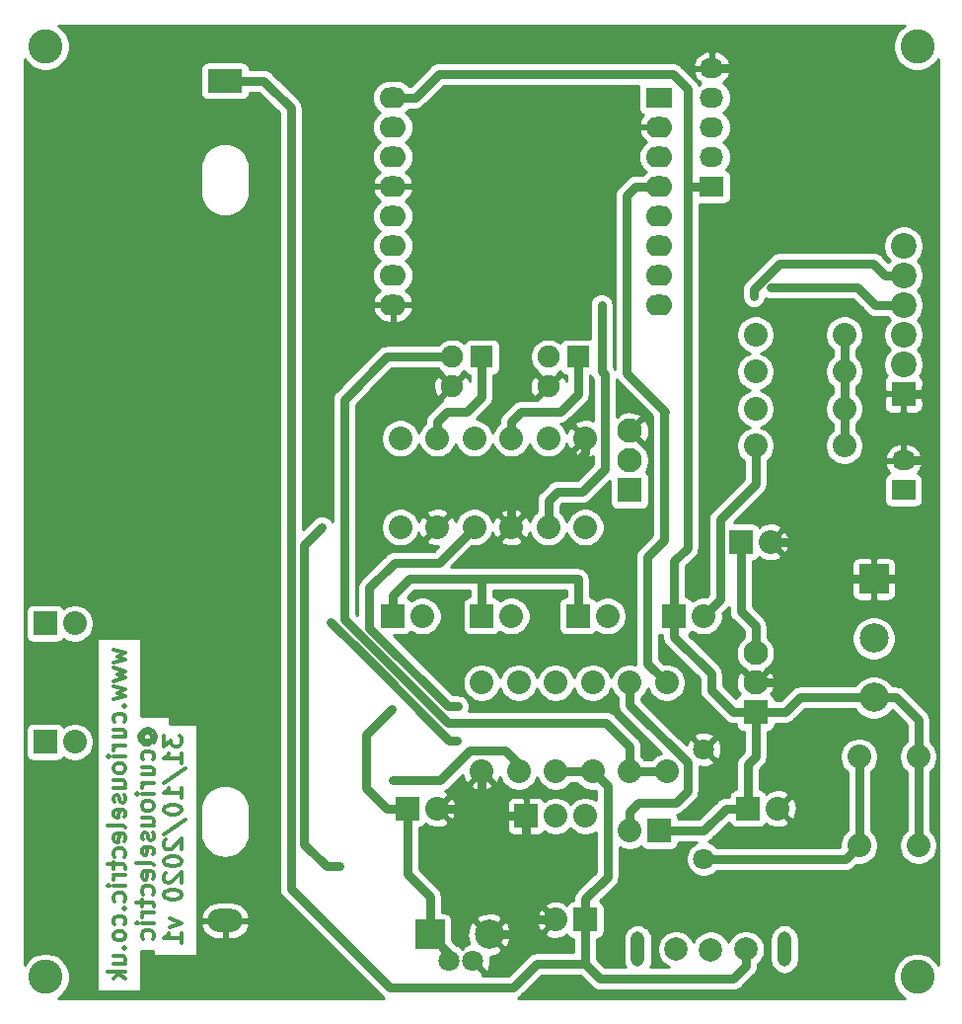
<source format=gbr>
G04 #@! TF.GenerationSoftware,KiCad,Pcbnew,(5.1.0)-1*
G04 #@! TF.CreationDate,2020-11-16T17:59:50+00:00*
G04 #@! TF.ProjectId,WildlifeCamera_PCB,57696c64-6c69-4666-9543-616d6572615f,rev?*
G04 #@! TF.SameCoordinates,PX5d42830PY7b89fa0*
G04 #@! TF.FileFunction,Copper,L2,Bot*
G04 #@! TF.FilePolarity,Positive*
%FSLAX46Y46*%
G04 Gerber Fmt 4.6, Leading zero omitted, Abs format (unit mm)*
G04 Created by KiCad (PCBNEW (5.1.0)-1) date 2020-11-16 17:59:50*
%MOMM*%
%LPD*%
G04 APERTURE LIST*
%ADD10C,0.300000*%
%ADD11R,3.000000X2.000000*%
%ADD12O,3.000000X2.000000*%
%ADD13C,2.032000*%
%ADD14R,2.032000X2.032000*%
%ADD15O,2.286000X1.778000*%
%ADD16R,2.286000X1.778000*%
%ADD17R,2.100580X2.100580*%
%ADD18C,2.199640*%
%ADD19C,2.499360*%
%ADD20R,2.499360X2.499360*%
%ADD21C,2.000000*%
%ADD22O,1.200000X3.000000*%
%ADD23C,1.800000*%
%ADD24R,2.032000X1.727200*%
%ADD25O,2.032000X1.727200*%
%ADD26C,2.100580*%
%ADD27C,2.934700*%
%ADD28R,1.905000X1.905000*%
%ADD29C,1.905000*%
%ADD30C,0.635000*%
%ADD31C,0.762000*%
%ADD32C,0.254000*%
G04 APERTURE END LIST*
D10*
X19117571Y14516572D02*
X19117571Y13588000D01*
X19689000Y14088000D01*
X19689000Y13873715D01*
X19760428Y13730858D01*
X19831857Y13659429D01*
X19974714Y13588000D01*
X20331857Y13588000D01*
X20474714Y13659429D01*
X20546142Y13730858D01*
X20617571Y13873715D01*
X20617571Y14302286D01*
X20546142Y14445143D01*
X20474714Y14516572D01*
X20617571Y12159429D02*
X20617571Y13016572D01*
X20617571Y12588000D02*
X19117571Y12588000D01*
X19331857Y12730858D01*
X19474714Y12873715D01*
X19546142Y13016572D01*
X19046142Y10445143D02*
X20974714Y11730858D01*
X20617571Y9159429D02*
X20617571Y10016572D01*
X20617571Y9588000D02*
X19117571Y9588000D01*
X19331857Y9730858D01*
X19474714Y9873715D01*
X19546142Y10016572D01*
X19117571Y8230858D02*
X19117571Y8088000D01*
X19189000Y7945143D01*
X19260428Y7873715D01*
X19403285Y7802286D01*
X19689000Y7730858D01*
X20046142Y7730858D01*
X20331857Y7802286D01*
X20474714Y7873715D01*
X20546142Y7945143D01*
X20617571Y8088000D01*
X20617571Y8230858D01*
X20546142Y8373715D01*
X20474714Y8445143D01*
X20331857Y8516572D01*
X20046142Y8588000D01*
X19689000Y8588000D01*
X19403285Y8516572D01*
X19260428Y8445143D01*
X19189000Y8373715D01*
X19117571Y8230858D01*
X19046142Y6016572D02*
X20974714Y7302286D01*
X19260428Y5588000D02*
X19189000Y5516572D01*
X19117571Y5373715D01*
X19117571Y5016572D01*
X19189000Y4873715D01*
X19260428Y4802286D01*
X19403285Y4730858D01*
X19546142Y4730858D01*
X19760428Y4802286D01*
X20617571Y5659429D01*
X20617571Y4730858D01*
X19117571Y3802286D02*
X19117571Y3659429D01*
X19189000Y3516572D01*
X19260428Y3445143D01*
X19403285Y3373715D01*
X19689000Y3302286D01*
X20046142Y3302286D01*
X20331857Y3373715D01*
X20474714Y3445143D01*
X20546142Y3516572D01*
X20617571Y3659429D01*
X20617571Y3802286D01*
X20546142Y3945143D01*
X20474714Y4016572D01*
X20331857Y4088000D01*
X20046142Y4159429D01*
X19689000Y4159429D01*
X19403285Y4088000D01*
X19260428Y4016572D01*
X19189000Y3945143D01*
X19117571Y3802286D01*
X19260428Y2730858D02*
X19189000Y2659429D01*
X19117571Y2516572D01*
X19117571Y2159429D01*
X19189000Y2016572D01*
X19260428Y1945143D01*
X19403285Y1873715D01*
X19546142Y1873715D01*
X19760428Y1945143D01*
X20617571Y2802286D01*
X20617571Y1873715D01*
X19117571Y945143D02*
X19117571Y802286D01*
X19189000Y659429D01*
X19260428Y588000D01*
X19403285Y516572D01*
X19689000Y445143D01*
X20046142Y445143D01*
X20331857Y516572D01*
X20474714Y588000D01*
X20546142Y659429D01*
X20617571Y802286D01*
X20617571Y945143D01*
X20546142Y1088000D01*
X20474714Y1159429D01*
X20331857Y1230858D01*
X20046142Y1302286D01*
X19689000Y1302286D01*
X19403285Y1230858D01*
X19260428Y1159429D01*
X19189000Y1088000D01*
X19117571Y945143D01*
X19617571Y-1197714D02*
X20617571Y-1554857D01*
X19617571Y-1912000D01*
X20617571Y-3269142D02*
X20617571Y-2412000D01*
X20617571Y-2840571D02*
X19117571Y-2840571D01*
X19331857Y-2697714D01*
X19474714Y-2554857D01*
X19546142Y-2412000D01*
X17490285Y14096000D02*
X17418857Y14167429D01*
X17347428Y14310286D01*
X17347428Y14453143D01*
X17418857Y14596000D01*
X17490285Y14667429D01*
X17633142Y14738858D01*
X17776000Y14738858D01*
X17918857Y14667429D01*
X17990285Y14596000D01*
X18061714Y14453143D01*
X18061714Y14310286D01*
X17990285Y14167429D01*
X17918857Y14096000D01*
X17347428Y14096000D02*
X17918857Y14096000D01*
X17990285Y14024572D01*
X17990285Y13953143D01*
X17918857Y13810286D01*
X17776000Y13738858D01*
X17418857Y13738858D01*
X17204571Y13881715D01*
X17061714Y14096000D01*
X16990285Y14381715D01*
X17061714Y14667429D01*
X17204571Y14881715D01*
X17418857Y15024572D01*
X17704571Y15096000D01*
X17990285Y15024572D01*
X18204571Y14881715D01*
X18347428Y14667429D01*
X18418857Y14381715D01*
X18347428Y14096000D01*
X18204571Y13881715D01*
X18133142Y12453143D02*
X18204571Y12596000D01*
X18204571Y12881715D01*
X18133142Y13024572D01*
X18061714Y13096000D01*
X17918857Y13167429D01*
X17490285Y13167429D01*
X17347428Y13096000D01*
X17276000Y13024572D01*
X17204571Y12881715D01*
X17204571Y12596000D01*
X17276000Y12453143D01*
X17204571Y11167429D02*
X18204571Y11167429D01*
X17204571Y11810286D02*
X17990285Y11810286D01*
X18133142Y11738858D01*
X18204571Y11596000D01*
X18204571Y11381715D01*
X18133142Y11238858D01*
X18061714Y11167429D01*
X18204571Y10453143D02*
X17204571Y10453143D01*
X17490285Y10453143D02*
X17347428Y10381715D01*
X17276000Y10310286D01*
X17204571Y10167429D01*
X17204571Y10024572D01*
X18204571Y9524572D02*
X17204571Y9524572D01*
X16704571Y9524572D02*
X16776000Y9596000D01*
X16847428Y9524572D01*
X16776000Y9453143D01*
X16704571Y9524572D01*
X16847428Y9524572D01*
X18204571Y8596000D02*
X18133142Y8738858D01*
X18061714Y8810286D01*
X17918857Y8881715D01*
X17490285Y8881715D01*
X17347428Y8810286D01*
X17276000Y8738858D01*
X17204571Y8596000D01*
X17204571Y8381715D01*
X17276000Y8238858D01*
X17347428Y8167429D01*
X17490285Y8096000D01*
X17918857Y8096000D01*
X18061714Y8167429D01*
X18133142Y8238858D01*
X18204571Y8381715D01*
X18204571Y8596000D01*
X17204571Y6810286D02*
X18204571Y6810286D01*
X17204571Y7453143D02*
X17990285Y7453143D01*
X18133142Y7381715D01*
X18204571Y7238858D01*
X18204571Y7024572D01*
X18133142Y6881715D01*
X18061714Y6810286D01*
X18133142Y6167429D02*
X18204571Y6024572D01*
X18204571Y5738858D01*
X18133142Y5596000D01*
X17990285Y5524572D01*
X17918857Y5524572D01*
X17776000Y5596000D01*
X17704571Y5738858D01*
X17704571Y5953143D01*
X17633142Y6096000D01*
X17490285Y6167429D01*
X17418857Y6167429D01*
X17276000Y6096000D01*
X17204571Y5953143D01*
X17204571Y5738858D01*
X17276000Y5596000D01*
X18133142Y4310286D02*
X18204571Y4453143D01*
X18204571Y4738858D01*
X18133142Y4881715D01*
X17990285Y4953143D01*
X17418857Y4953143D01*
X17276000Y4881715D01*
X17204571Y4738858D01*
X17204571Y4453143D01*
X17276000Y4310286D01*
X17418857Y4238858D01*
X17561714Y4238858D01*
X17704571Y4953143D01*
X18204571Y3381715D02*
X18133142Y3524572D01*
X17990285Y3596000D01*
X16704571Y3596000D01*
X18133142Y2238858D02*
X18204571Y2381715D01*
X18204571Y2667429D01*
X18133142Y2810286D01*
X17990285Y2881715D01*
X17418857Y2881715D01*
X17276000Y2810286D01*
X17204571Y2667429D01*
X17204571Y2381715D01*
X17276000Y2238858D01*
X17418857Y2167429D01*
X17561714Y2167429D01*
X17704571Y2881715D01*
X18133142Y881715D02*
X18204571Y1024572D01*
X18204571Y1310286D01*
X18133142Y1453143D01*
X18061714Y1524572D01*
X17918857Y1596000D01*
X17490285Y1596000D01*
X17347428Y1524572D01*
X17276000Y1453143D01*
X17204571Y1310286D01*
X17204571Y1024572D01*
X17276000Y881715D01*
X17204571Y453143D02*
X17204571Y-118285D01*
X16704571Y238858D02*
X17990285Y238858D01*
X18133142Y167429D01*
X18204571Y24572D01*
X18204571Y-118285D01*
X18204571Y-618285D02*
X17204571Y-618285D01*
X17490285Y-618285D02*
X17347428Y-689714D01*
X17276000Y-761142D01*
X17204571Y-904000D01*
X17204571Y-1046857D01*
X18204571Y-1546857D02*
X17204571Y-1546857D01*
X16704571Y-1546857D02*
X16776000Y-1475428D01*
X16847428Y-1546857D01*
X16776000Y-1618285D01*
X16704571Y-1546857D01*
X16847428Y-1546857D01*
X18133142Y-2904000D02*
X18204571Y-2761142D01*
X18204571Y-2475428D01*
X18133142Y-2332571D01*
X18061714Y-2261142D01*
X17918857Y-2189714D01*
X17490285Y-2189714D01*
X17347428Y-2261142D01*
X17276000Y-2332571D01*
X17204571Y-2475428D01*
X17204571Y-2761142D01*
X17276000Y-2904000D01*
X14791571Y21889858D02*
X15791571Y21604143D01*
X15077285Y21318429D01*
X15791571Y21032715D01*
X14791571Y20747000D01*
X14791571Y20318429D02*
X15791571Y20032715D01*
X15077285Y19747000D01*
X15791571Y19461286D01*
X14791571Y19175572D01*
X14791571Y18747000D02*
X15791571Y18461286D01*
X15077285Y18175572D01*
X15791571Y17889858D01*
X14791571Y17604143D01*
X15648714Y17032715D02*
X15720142Y16961286D01*
X15791571Y17032715D01*
X15720142Y17104143D01*
X15648714Y17032715D01*
X15791571Y17032715D01*
X15720142Y15675572D02*
X15791571Y15818429D01*
X15791571Y16104143D01*
X15720142Y16247000D01*
X15648714Y16318429D01*
X15505857Y16389858D01*
X15077285Y16389858D01*
X14934428Y16318429D01*
X14863000Y16247000D01*
X14791571Y16104143D01*
X14791571Y15818429D01*
X14863000Y15675572D01*
X14791571Y14389858D02*
X15791571Y14389858D01*
X14791571Y15032715D02*
X15577285Y15032715D01*
X15720142Y14961286D01*
X15791571Y14818429D01*
X15791571Y14604143D01*
X15720142Y14461286D01*
X15648714Y14389858D01*
X15791571Y13675572D02*
X14791571Y13675572D01*
X15077285Y13675572D02*
X14934428Y13604143D01*
X14863000Y13532715D01*
X14791571Y13389858D01*
X14791571Y13247000D01*
X15791571Y12747000D02*
X14791571Y12747000D01*
X14291571Y12747000D02*
X14363000Y12818429D01*
X14434428Y12747000D01*
X14363000Y12675572D01*
X14291571Y12747000D01*
X14434428Y12747000D01*
X15791571Y11818429D02*
X15720142Y11961286D01*
X15648714Y12032715D01*
X15505857Y12104143D01*
X15077285Y12104143D01*
X14934428Y12032715D01*
X14863000Y11961286D01*
X14791571Y11818429D01*
X14791571Y11604143D01*
X14863000Y11461286D01*
X14934428Y11389858D01*
X15077285Y11318429D01*
X15505857Y11318429D01*
X15648714Y11389858D01*
X15720142Y11461286D01*
X15791571Y11604143D01*
X15791571Y11818429D01*
X14791571Y10032715D02*
X15791571Y10032715D01*
X14791571Y10675572D02*
X15577285Y10675572D01*
X15720142Y10604143D01*
X15791571Y10461286D01*
X15791571Y10247000D01*
X15720142Y10104143D01*
X15648714Y10032715D01*
X15720142Y9389858D02*
X15791571Y9247000D01*
X15791571Y8961286D01*
X15720142Y8818429D01*
X15577285Y8747000D01*
X15505857Y8747000D01*
X15363000Y8818429D01*
X15291571Y8961286D01*
X15291571Y9175572D01*
X15220142Y9318429D01*
X15077285Y9389858D01*
X15005857Y9389858D01*
X14863000Y9318429D01*
X14791571Y9175572D01*
X14791571Y8961286D01*
X14863000Y8818429D01*
X15720142Y7532715D02*
X15791571Y7675572D01*
X15791571Y7961286D01*
X15720142Y8104143D01*
X15577285Y8175572D01*
X15005857Y8175572D01*
X14863000Y8104143D01*
X14791571Y7961286D01*
X14791571Y7675572D01*
X14863000Y7532715D01*
X15005857Y7461286D01*
X15148714Y7461286D01*
X15291571Y8175572D01*
X15791571Y6604143D02*
X15720142Y6747000D01*
X15577285Y6818429D01*
X14291571Y6818429D01*
X15720142Y5461286D02*
X15791571Y5604143D01*
X15791571Y5889858D01*
X15720142Y6032715D01*
X15577285Y6104143D01*
X15005857Y6104143D01*
X14863000Y6032715D01*
X14791571Y5889858D01*
X14791571Y5604143D01*
X14863000Y5461286D01*
X15005857Y5389858D01*
X15148714Y5389858D01*
X15291571Y6104143D01*
X15720142Y4104143D02*
X15791571Y4247000D01*
X15791571Y4532715D01*
X15720142Y4675572D01*
X15648714Y4747000D01*
X15505857Y4818429D01*
X15077285Y4818429D01*
X14934428Y4747000D01*
X14863000Y4675572D01*
X14791571Y4532715D01*
X14791571Y4247000D01*
X14863000Y4104143D01*
X14791571Y3675572D02*
X14791571Y3104143D01*
X14291571Y3461286D02*
X15577285Y3461286D01*
X15720142Y3389858D01*
X15791571Y3247000D01*
X15791571Y3104143D01*
X15791571Y2604143D02*
X14791571Y2604143D01*
X15077285Y2604143D02*
X14934428Y2532715D01*
X14863000Y2461286D01*
X14791571Y2318429D01*
X14791571Y2175572D01*
X15791571Y1675572D02*
X14791571Y1675572D01*
X14291571Y1675572D02*
X14363000Y1747000D01*
X14434428Y1675572D01*
X14363000Y1604143D01*
X14291571Y1675572D01*
X14434428Y1675572D01*
X15720142Y318429D02*
X15791571Y461286D01*
X15791571Y747000D01*
X15720142Y889858D01*
X15648714Y961286D01*
X15505857Y1032715D01*
X15077285Y1032715D01*
X14934428Y961286D01*
X14863000Y889858D01*
X14791571Y747000D01*
X14791571Y461286D01*
X14863000Y318429D01*
X15648714Y-324428D02*
X15720142Y-395857D01*
X15791571Y-324428D01*
X15720142Y-253000D01*
X15648714Y-324428D01*
X15791571Y-324428D01*
X15720142Y-1681571D02*
X15791571Y-1538714D01*
X15791571Y-1253000D01*
X15720142Y-1110142D01*
X15648714Y-1038714D01*
X15505857Y-967285D01*
X15077285Y-967285D01*
X14934428Y-1038714D01*
X14863000Y-1110142D01*
X14791571Y-1253000D01*
X14791571Y-1538714D01*
X14863000Y-1681571D01*
X15791571Y-2538714D02*
X15720142Y-2395857D01*
X15648714Y-2324428D01*
X15505857Y-2253000D01*
X15077285Y-2253000D01*
X14934428Y-2324428D01*
X14863000Y-2395857D01*
X14791571Y-2538714D01*
X14791571Y-2753000D01*
X14863000Y-2895857D01*
X14934428Y-2967285D01*
X15077285Y-3038714D01*
X15505857Y-3038714D01*
X15648714Y-2967285D01*
X15720142Y-2895857D01*
X15791571Y-2753000D01*
X15791571Y-2538714D01*
X15648714Y-3681571D02*
X15720142Y-3753000D01*
X15791571Y-3681571D01*
X15720142Y-3610142D01*
X15648714Y-3681571D01*
X15791571Y-3681571D01*
X14791571Y-5038714D02*
X15791571Y-5038714D01*
X14791571Y-4395857D02*
X15577285Y-4395857D01*
X15720142Y-4467285D01*
X15791571Y-4610142D01*
X15791571Y-4824428D01*
X15720142Y-4967285D01*
X15648714Y-5038714D01*
X15791571Y-5753000D02*
X14291571Y-5753000D01*
X15220142Y-5895857D02*
X15791571Y-6324428D01*
X14791571Y-6324428D02*
X15363000Y-5753000D01*
D11*
X24335000Y70660000D03*
D12*
X24335000Y-1340000D03*
D13*
X11430000Y24130000D03*
D14*
X8890000Y24130000D03*
D15*
X38735000Y64135000D03*
X38735000Y61595000D03*
X38735000Y59055000D03*
X38735000Y56515000D03*
X38735000Y53975000D03*
X38735000Y51435000D03*
X61595000Y51435000D03*
X61595000Y53975000D03*
X61595000Y56515000D03*
X61595000Y59055000D03*
X61595000Y61595000D03*
X61595000Y64135000D03*
X61595000Y66675000D03*
D16*
X61595000Y69215000D03*
D15*
X38735000Y66675000D03*
X38735000Y69215000D03*
D17*
X82550000Y43815000D03*
D18*
X82550000Y46355000D03*
X82550000Y48895000D03*
X82550000Y51435000D03*
X82550000Y53975000D03*
X82550000Y56515000D03*
D13*
X11430000Y13970000D03*
D14*
X8890000Y13970000D03*
D13*
X46355000Y19050000D03*
X46355000Y11430000D03*
X49530000Y11430000D03*
X49530000Y19050000D03*
X55880000Y11430000D03*
X55880000Y19050000D03*
X52705000Y11430000D03*
X52705000Y19050000D03*
D14*
X50165000Y7620000D03*
D13*
X52705000Y7620000D03*
X55245000Y7620000D03*
D19*
X80010000Y17780000D03*
D20*
X80010000Y27940000D03*
D19*
X80010000Y22860000D03*
D13*
X62230000Y11430000D03*
X62230000Y19050000D03*
D21*
X66032380Y-3835400D03*
X69040000Y-3810000D03*
X63040000Y-3810000D03*
D22*
X72340000Y-3810000D03*
X59740000Y-3810000D03*
D23*
X65405000Y3937000D03*
X65405000Y13335000D03*
D14*
X61595000Y6350000D03*
D13*
X59055000Y6350000D03*
D24*
X82550000Y35560000D03*
D25*
X82550000Y38100000D03*
D13*
X59055000Y19050000D03*
X59055000Y11430000D03*
X83820000Y5080000D03*
X78740000Y5080000D03*
X83820000Y12700000D03*
X78740000Y12700000D03*
X71120000Y31115000D03*
D14*
X68580000Y31115000D03*
D13*
X42545000Y8255000D03*
D14*
X40005000Y8255000D03*
X69215000Y8255000D03*
D13*
X71755000Y8255000D03*
D14*
X55245000Y-1270000D03*
D13*
X52705000Y-1270000D03*
D26*
X69850000Y19050000D03*
X69850000Y21590000D03*
D17*
X69850000Y16510000D03*
D13*
X41275000Y24765000D03*
D14*
X38735000Y24765000D03*
X46355000Y24765000D03*
D13*
X48895000Y24765000D03*
X57150000Y24765000D03*
D14*
X54610000Y24765000D03*
X62865000Y24765000D03*
D13*
X65405000Y24765000D03*
X69850000Y48895000D03*
X77470000Y48895000D03*
X77470000Y45720000D03*
X69850000Y45720000D03*
X69850000Y42545000D03*
X77470000Y42545000D03*
X77470000Y39370000D03*
X69850000Y39370000D03*
D24*
X66105000Y61580000D03*
D25*
X66105000Y64120000D03*
X66105000Y66660000D03*
X66105000Y69200000D03*
X66105000Y71740000D03*
D27*
X8933286Y73610528D03*
X83732929Y-6189115D03*
X83732929Y73610528D03*
X8933286Y-6189115D03*
D20*
X41910000Y-2540000D03*
D19*
X46990000Y-2540000D03*
D23*
X43561000Y-4826000D03*
X45593000Y-4826000D03*
D28*
X46355000Y46990000D03*
D29*
X43815000Y46990000D03*
X43815000Y44450000D03*
X52070000Y44450000D03*
X52070000Y46990000D03*
D28*
X54610000Y46990000D03*
D26*
X59055000Y40640000D03*
X59055000Y38100000D03*
D17*
X59055000Y35560000D03*
D13*
X39370000Y40005000D03*
X39370000Y32385000D03*
X42545000Y40005000D03*
X42545000Y32385000D03*
X45720000Y32385000D03*
X45720000Y40005000D03*
X48895000Y32385000D03*
X48895000Y40005000D03*
X52070000Y32385000D03*
X52070000Y40005000D03*
X55245000Y32385000D03*
X55245000Y40005000D03*
D30*
X44196000Y14097000D03*
X33401000Y24257000D03*
X34163000Y3302000D03*
X32639000Y32385000D03*
X38608000Y16764000D03*
X44323000Y17018000D03*
X56642000Y51435000D03*
X71120000Y52959000D03*
X69723000Y52197000D03*
X38735000Y10668000D03*
D31*
X55245000Y-1270000D02*
X55245000Y-3048000D01*
X55245000Y508000D02*
X57150000Y2413000D01*
X55245000Y-1270000D02*
X55245000Y508000D01*
X57150000Y10160000D02*
X55880000Y11430000D01*
X57150000Y2413000D02*
X57150000Y10160000D01*
X52705000Y11430000D02*
X55880000Y11430000D01*
X55245000Y-1270000D02*
X55245000Y-5080000D01*
X55245000Y-5080000D02*
X56515000Y-6350000D01*
X56515000Y-6350000D02*
X67945000Y-6350000D01*
X69040000Y-5255000D02*
X69040000Y-3810000D01*
X67945000Y-6350000D02*
X69040000Y-5255000D01*
X24335000Y70660000D02*
X27638000Y70660000D01*
X33020000Y-1651000D02*
X29972000Y1397000D01*
X32639000Y-1270000D02*
X33020000Y-1651000D01*
X29972000Y68326000D02*
X28003500Y70294500D01*
X29972000Y1397000D02*
X29972000Y68326000D01*
X27638000Y70660000D02*
X28003500Y70294500D01*
X51054000Y-5080000D02*
X55245000Y-5080000D01*
X49022000Y-7112000D02*
X51054000Y-5080000D01*
X38481000Y-7112000D02*
X49022000Y-7112000D01*
X33020000Y-1651000D02*
X38481000Y-7112000D01*
X50165000Y5842000D02*
X50165000Y-1270000D01*
X50165000Y7620000D02*
X50165000Y5842000D01*
X50165000Y-1270000D02*
X52705000Y-1270000D01*
X42545000Y8255000D02*
X46482000Y8255000D01*
X47117000Y7620000D02*
X50165000Y7620000D01*
X46482000Y8255000D02*
X47117000Y7620000D01*
X46355000Y8382000D02*
X46355000Y11430000D01*
X46482000Y8255000D02*
X46355000Y8382000D01*
X71120000Y31115000D02*
X72644000Y31115000D01*
X75819000Y27940000D02*
X80010000Y27940000D01*
X72644000Y31115000D02*
X75819000Y27940000D01*
X80010000Y27940000D02*
X82296000Y27940000D01*
X82296000Y27940000D02*
X84709000Y30353000D01*
X84582000Y43815000D02*
X84709000Y43688000D01*
X82550000Y43815000D02*
X84582000Y43815000D01*
X84709000Y43688000D02*
X84709000Y64008000D01*
X82550000Y38100000D02*
X84709000Y38100000D01*
X84709000Y30353000D02*
X84709000Y38100000D01*
X84709000Y38100000D02*
X84709000Y43688000D01*
X48895000Y-2540000D02*
X50165000Y-1270000D01*
X46990000Y-2540000D02*
X48895000Y-2540000D01*
X69850000Y19050000D02*
X73152000Y19050000D01*
X75819000Y21717000D02*
X75819000Y27940000D01*
X73152000Y19050000D02*
X75819000Y21717000D01*
X67898000Y71755000D02*
X76962000Y71755000D01*
X67883000Y71740000D02*
X67898000Y71755000D01*
X66105000Y71740000D02*
X67883000Y71740000D01*
X84709000Y64008000D02*
X76962000Y71755000D01*
X55245000Y38735000D02*
X55245000Y40005000D01*
X48895000Y32385000D02*
X48895000Y35433000D01*
X50165000Y36703000D02*
X53213000Y36703000D01*
X48895000Y35433000D02*
X50165000Y36703000D01*
X53213000Y36703000D02*
X55245000Y38735000D01*
X69850000Y21590000D02*
X69850000Y23876000D01*
X68580000Y25146000D02*
X68580000Y31115000D01*
X69850000Y23876000D02*
X68580000Y25146000D01*
X44196000Y14097000D02*
X43561000Y14097000D01*
X43561000Y14097000D02*
X36322000Y21336000D01*
X36322000Y21336000D02*
X33401000Y24257000D01*
X77470000Y17780000D02*
X73660000Y17780000D01*
X72390000Y16510000D02*
X69850000Y16510000D01*
X73660000Y17780000D02*
X72390000Y16510000D01*
X79375000Y17780000D02*
X77470000Y17780000D01*
X61595000Y6350000D02*
X65405000Y6350000D01*
X67310000Y8255000D02*
X69215000Y8255000D01*
X65405000Y6350000D02*
X67310000Y8255000D01*
X69215000Y8255000D02*
X69215000Y12065000D01*
X69850000Y12700000D02*
X69850000Y16510000D01*
X69215000Y12065000D02*
X69850000Y12700000D01*
X38735000Y26543000D02*
X40132000Y27940000D01*
X38735000Y24765000D02*
X38735000Y26543000D01*
X62865000Y27940000D02*
X62865000Y24765000D01*
X62865000Y22987000D02*
X66040000Y19812000D01*
X62865000Y24765000D02*
X62865000Y22987000D01*
X66040000Y19812000D02*
X66040000Y18415000D01*
X67945000Y16510000D02*
X69850000Y16510000D01*
X66040000Y18415000D02*
X67945000Y16510000D01*
X80010000Y17780000D02*
X81915000Y17780000D01*
X83820000Y15875000D02*
X83820000Y12700000D01*
X81915000Y17780000D02*
X83820000Y15875000D01*
X83820000Y12700000D02*
X83820000Y5080000D01*
X46355000Y24765000D02*
X46355000Y27940000D01*
X40132000Y27940000D02*
X46355000Y27940000D01*
X54610000Y24765000D02*
X54610000Y27940000D01*
X46355000Y27940000D02*
X54610000Y27940000D01*
X64327000Y61580000D02*
X66105000Y61580000D01*
X38735000Y69215000D02*
X40640000Y69215000D01*
X40640000Y69215000D02*
X42672000Y71247000D01*
X42672000Y71247000D02*
X62738000Y71247000D01*
X62738000Y71247000D02*
X64008000Y69977000D01*
X64008000Y69977000D02*
X64008000Y61899000D01*
X64008000Y61899000D02*
X64327000Y61580000D01*
X62865000Y24765000D02*
X62865000Y29464000D01*
X64008000Y30607000D02*
X64008000Y56388000D01*
X62865000Y29464000D02*
X64008000Y30607000D01*
X64008000Y52324000D02*
X64008000Y56388000D01*
X64008000Y56388000D02*
X64008000Y61899000D01*
X33020000Y3302000D02*
X34163000Y3302000D01*
X31115000Y5207000D02*
X33020000Y3302000D01*
X32639000Y32385000D02*
X31115000Y30861000D01*
X31115000Y30861000D02*
X31115000Y5207000D01*
X42545000Y41441840D02*
X43394160Y42291000D01*
X42545000Y40005000D02*
X42545000Y41441840D01*
X43394160Y42291000D02*
X45085000Y42291000D01*
X46355000Y43561000D02*
X46355000Y46990000D01*
X45085000Y42291000D02*
X46355000Y43561000D01*
X41910000Y741680D02*
X40005000Y2646680D01*
X40005000Y2646680D02*
X40005000Y8255000D01*
X41910000Y-2540000D02*
X41910000Y-508000D01*
X41910000Y-1270000D02*
X41910000Y-508000D01*
X41910000Y-508000D02*
X41910000Y741680D01*
X40005000Y8255000D02*
X38227000Y8255000D01*
X38227000Y8255000D02*
X36449000Y10033000D01*
X36449000Y10033000D02*
X36449000Y14605000D01*
X36449000Y14605000D02*
X38608000Y16764000D01*
X43561000Y-4191000D02*
X41910000Y-2540000D01*
X43561000Y-4826000D02*
X43561000Y-4191000D01*
X78740000Y5080000D02*
X78740000Y12700000D01*
X77597000Y3937000D02*
X78740000Y5080000D01*
X65405000Y3937000D02*
X77597000Y3937000D01*
X45720000Y32385000D02*
X42672000Y29337000D01*
X42672000Y29337000D02*
X38862000Y29337000D01*
X38862000Y29337000D02*
X36703000Y27178000D01*
X36703000Y27178000D02*
X36703000Y25654000D01*
X36703000Y23749000D02*
X36703000Y27178000D01*
X44323000Y17018000D02*
X43434000Y17018000D01*
X43434000Y17018000D02*
X36703000Y23749000D01*
X59055000Y6350000D02*
X59055000Y8001000D01*
X59055000Y8001000D02*
X59817000Y8763000D01*
X59817000Y8763000D02*
X62992000Y8763000D01*
X62992000Y8763000D02*
X64008000Y9779000D01*
X64008000Y9779000D02*
X64008000Y12192000D01*
X59055000Y17145000D02*
X59055000Y19050000D01*
X64008000Y12192000D02*
X59055000Y17145000D01*
X56642000Y51435000D02*
X56642000Y45720000D01*
X56642000Y45720000D02*
X56896000Y45466000D01*
X56896000Y45466000D02*
X56896000Y37338000D01*
X56896000Y37338000D02*
X54991000Y35433000D01*
X54991000Y35433000D02*
X52832000Y35433000D01*
X52070000Y34671000D02*
X52070000Y32385000D01*
X52832000Y35433000D02*
X52070000Y34671000D01*
X71120000Y52959000D02*
X78613000Y52959000D01*
X80137000Y51435000D02*
X79692500Y51879500D01*
X82550000Y51435000D02*
X80137000Y51435000D01*
X78613000Y52959000D02*
X79692500Y51879500D01*
X80994620Y53975000D02*
X79978620Y54991000D01*
X82550000Y53975000D02*
X80994620Y53975000D01*
X79978620Y54991000D02*
X76724440Y54991000D01*
X76724440Y54991000D02*
X74549000Y54991000D01*
X71932934Y54991000D02*
X69723000Y52781066D01*
X73406000Y54991000D02*
X71932934Y54991000D01*
X74549000Y54991000D02*
X73406000Y54991000D01*
X69723000Y52781066D02*
X69723000Y52197000D01*
X59055000Y11430000D02*
X62230000Y11430000D01*
X59055000Y13589000D02*
X59055000Y11430000D01*
X38227000Y46990000D02*
X34544000Y43307000D01*
X34544000Y43307000D02*
X34544000Y24511000D01*
X34544000Y24511000D02*
X43434000Y15621000D01*
X43434000Y15621000D02*
X57023000Y15621000D01*
X43815000Y46990000D02*
X38227000Y46990000D01*
X57023000Y15621000D02*
X59055000Y13589000D01*
X48895000Y41441840D02*
X49744160Y42291000D01*
X48895000Y40005000D02*
X48895000Y41441840D01*
X49744160Y42291000D02*
X53086000Y42291000D01*
X54610000Y43815000D02*
X54610000Y46990000D01*
X53086000Y42291000D02*
X54610000Y43815000D01*
X49530000Y11430000D02*
X49530000Y12065000D01*
X49530000Y12065000D02*
X48387000Y13208000D01*
X48387000Y13208000D02*
X45339000Y13208000D01*
X45339000Y13208000D02*
X42799000Y10668000D01*
X42799000Y10668000D02*
X38735000Y10668000D01*
X69850000Y36068000D02*
X69850000Y39370000D01*
X66802000Y33020000D02*
X69850000Y36068000D01*
X65405000Y24765000D02*
X66802000Y26162000D01*
X66802000Y26162000D02*
X66802000Y33020000D01*
X77470000Y39370000D02*
X77470000Y42545000D01*
X77470000Y42545000D02*
X77470000Y45720000D01*
X77470000Y45720000D02*
X77470000Y48895000D01*
X61595000Y61595000D02*
X61341000Y61595000D01*
X60579000Y20701000D02*
X62230000Y19050000D01*
X60579000Y29845000D02*
X60579000Y20701000D01*
X62002990Y31268990D02*
X60579000Y29845000D01*
X59563000Y61595000D02*
X58801000Y60833000D01*
X58801000Y60833000D02*
X58801000Y45593000D01*
X58801000Y45593000D02*
X62103000Y42291000D01*
X61595000Y61595000D02*
X59563000Y61595000D01*
X62103000Y42291000D02*
X62002990Y42190990D01*
X62002990Y42190990D02*
X62002990Y31268990D01*
D32*
G36*
X82392759Y75243530D02*
G01*
X82099927Y74950698D01*
X81869851Y74606364D01*
X81711371Y74223761D01*
X81630579Y73817591D01*
X81630579Y73403465D01*
X81711371Y72997295D01*
X81869851Y72614692D01*
X82099927Y72270358D01*
X82392759Y71977526D01*
X82737093Y71747450D01*
X83119696Y71588970D01*
X83525866Y71508178D01*
X83939992Y71508178D01*
X84346162Y71588970D01*
X84728765Y71747450D01*
X85073099Y71977526D01*
X85365931Y72270358D01*
X85541500Y72533116D01*
X85541501Y-5111705D01*
X85365931Y-4848945D01*
X85073099Y-4556113D01*
X84728765Y-4326037D01*
X84346162Y-4167557D01*
X83939992Y-4086765D01*
X83525866Y-4086765D01*
X83119696Y-4167557D01*
X82737093Y-4326037D01*
X82392759Y-4556113D01*
X82099927Y-4848945D01*
X81869851Y-5193279D01*
X81711371Y-5575882D01*
X81630579Y-5982052D01*
X81630579Y-6396178D01*
X81711371Y-6802348D01*
X81869851Y-7184951D01*
X82099927Y-7529285D01*
X82392759Y-7822117D01*
X82655389Y-7997600D01*
X49520454Y-7997600D01*
X49589190Y-7960860D01*
X49743896Y-7833896D01*
X49775712Y-7795128D01*
X51474841Y-6096000D01*
X54824160Y-6096000D01*
X55761292Y-7033133D01*
X55793104Y-7071896D01*
X55947810Y-7198860D01*
X56124313Y-7293202D01*
X56315829Y-7351298D01*
X56465098Y-7366000D01*
X56465105Y-7366000D01*
X56514999Y-7370914D01*
X56564893Y-7366000D01*
X67895098Y-7366000D01*
X67945000Y-7370915D01*
X67994902Y-7366000D01*
X68144171Y-7351298D01*
X68335687Y-7293202D01*
X68512190Y-7198860D01*
X68666896Y-7071896D01*
X68698712Y-7033128D01*
X69723133Y-6008708D01*
X69761896Y-5976896D01*
X69888860Y-5822190D01*
X69983202Y-5645687D01*
X70041298Y-5454171D01*
X70056000Y-5304902D01*
X70056000Y-5304901D01*
X70060915Y-5255000D01*
X70056000Y-5205098D01*
X70056000Y-5097528D01*
X70082252Y-5079987D01*
X70309987Y-4852252D01*
X70488918Y-4584463D01*
X70612168Y-4286912D01*
X70675000Y-3971033D01*
X70675000Y-3648967D01*
X70612168Y-3333088D01*
X70488918Y-3035537D01*
X70364502Y-2849335D01*
X71105000Y-2849335D01*
X71105000Y-4770664D01*
X71122870Y-4952101D01*
X71193489Y-5184900D01*
X71308167Y-5399448D01*
X71462498Y-5587502D01*
X71650551Y-5741833D01*
X71865099Y-5856511D01*
X72097898Y-5927130D01*
X72340000Y-5950975D01*
X72582101Y-5927130D01*
X72814900Y-5856511D01*
X73029448Y-5741833D01*
X73217502Y-5587502D01*
X73371833Y-5399449D01*
X73486511Y-5184901D01*
X73557130Y-4952102D01*
X73575000Y-4770665D01*
X73575000Y-2849335D01*
X73557130Y-2667898D01*
X73486511Y-2435099D01*
X73371833Y-2220551D01*
X73217502Y-2032498D01*
X73029449Y-1878167D01*
X72814901Y-1763489D01*
X72582102Y-1692870D01*
X72340000Y-1669025D01*
X72097899Y-1692870D01*
X71865100Y-1763489D01*
X71650552Y-1878167D01*
X71462499Y-2032498D01*
X71308168Y-2220551D01*
X71193490Y-2435099D01*
X71122871Y-2667898D01*
X71105000Y-2849335D01*
X70364502Y-2849335D01*
X70309987Y-2767748D01*
X70082252Y-2540013D01*
X69814463Y-2361082D01*
X69516912Y-2237832D01*
X69201033Y-2175000D01*
X68878967Y-2175000D01*
X68563088Y-2237832D01*
X68265537Y-2361082D01*
X67997748Y-2540013D01*
X67770013Y-2767748D01*
X67591082Y-3035537D01*
X67530929Y-3180758D01*
X67481298Y-3060937D01*
X67302367Y-2793148D01*
X67074632Y-2565413D01*
X66806843Y-2386482D01*
X66509292Y-2263232D01*
X66193413Y-2200400D01*
X65871347Y-2200400D01*
X65555468Y-2263232D01*
X65257917Y-2386482D01*
X64990128Y-2565413D01*
X64762393Y-2793148D01*
X64583462Y-3060937D01*
X64541451Y-3162361D01*
X64488918Y-3035537D01*
X64309987Y-2767748D01*
X64082252Y-2540013D01*
X63814463Y-2361082D01*
X63516912Y-2237832D01*
X63201033Y-2175000D01*
X62878967Y-2175000D01*
X62563088Y-2237832D01*
X62265537Y-2361082D01*
X61997748Y-2540013D01*
X61770013Y-2767748D01*
X61591082Y-3035537D01*
X61467832Y-3333088D01*
X61405000Y-3648967D01*
X61405000Y-3971033D01*
X61467832Y-4286912D01*
X61591082Y-4584463D01*
X61770013Y-4852252D01*
X61997748Y-5079987D01*
X62265537Y-5258918D01*
X62446800Y-5334000D01*
X60806816Y-5334000D01*
X60886511Y-5184901D01*
X60957130Y-4952102D01*
X60975000Y-4770665D01*
X60975000Y-2849335D01*
X60957130Y-2667898D01*
X60886511Y-2435099D01*
X60771833Y-2220551D01*
X60617502Y-2032498D01*
X60429449Y-1878167D01*
X60214901Y-1763489D01*
X59982102Y-1692870D01*
X59740000Y-1669025D01*
X59497899Y-1692870D01*
X59265100Y-1763489D01*
X59050552Y-1878167D01*
X58862499Y-2032498D01*
X58708168Y-2220551D01*
X58593490Y-2435099D01*
X58522871Y-2667898D01*
X58505000Y-2849335D01*
X58505000Y-4770664D01*
X58522870Y-4952101D01*
X58593489Y-5184900D01*
X58673184Y-5334000D01*
X56935841Y-5334000D01*
X56261000Y-4659160D01*
X56261000Y-2924072D01*
X56385482Y-2911812D01*
X56505180Y-2875502D01*
X56615494Y-2816537D01*
X56712185Y-2737185D01*
X56791537Y-2640494D01*
X56850502Y-2530180D01*
X56886812Y-2410482D01*
X56899072Y-2286000D01*
X56899072Y-254000D01*
X56886812Y-129518D01*
X56850502Y-9820D01*
X56791537Y100494D01*
X56712185Y197185D01*
X56615494Y276537D01*
X56507892Y334052D01*
X57833133Y1659292D01*
X57871896Y1691104D01*
X57998860Y1845810D01*
X58093202Y2022313D01*
X58151298Y2213829D01*
X58166000Y2363098D01*
X58166000Y2363099D01*
X58170915Y2413000D01*
X58166000Y2462902D01*
X58166000Y4958370D01*
X58272958Y4886903D01*
X58573421Y4762447D01*
X58892391Y4699000D01*
X59217609Y4699000D01*
X59536579Y4762447D01*
X59837042Y4886903D01*
X60029296Y5015364D01*
X60048463Y4979506D01*
X60127815Y4882815D01*
X60224506Y4803463D01*
X60334820Y4744498D01*
X60454518Y4708188D01*
X60579000Y4695928D01*
X62611000Y4695928D01*
X62735482Y4708188D01*
X62855180Y4744498D01*
X62965494Y4803463D01*
X63062185Y4882815D01*
X63141537Y4979506D01*
X63200502Y5089820D01*
X63236812Y5209518D01*
X63249072Y5334000D01*
X64766509Y5334000D01*
X64677905Y5297299D01*
X64426495Y5129312D01*
X64212688Y4915505D01*
X64044701Y4664095D01*
X63928989Y4384743D01*
X63870000Y4088184D01*
X63870000Y3785816D01*
X63928989Y3489257D01*
X64044701Y3209905D01*
X64212688Y2958495D01*
X64426495Y2744688D01*
X64677905Y2576701D01*
X64957257Y2460989D01*
X65253816Y2402000D01*
X65556184Y2402000D01*
X65852743Y2460989D01*
X66132095Y2576701D01*
X66383505Y2744688D01*
X66559817Y2921000D01*
X77547098Y2921000D01*
X77597000Y2916085D01*
X77646902Y2921000D01*
X77796171Y2935702D01*
X77987687Y2993798D01*
X78164190Y3088140D01*
X78318896Y3215104D01*
X78350712Y3253872D01*
X78534393Y3437553D01*
X78577391Y3429000D01*
X78902609Y3429000D01*
X79221579Y3492447D01*
X79522042Y3616903D01*
X79792451Y3797585D01*
X80022415Y4027549D01*
X80203097Y4297958D01*
X80327553Y4598421D01*
X80391000Y4917391D01*
X80391000Y5242609D01*
X80327553Y5561579D01*
X80203097Y5862042D01*
X80022415Y6132451D01*
X79792451Y6362415D01*
X79756000Y6386771D01*
X79756000Y11393229D01*
X79792451Y11417585D01*
X80022415Y11647549D01*
X80203097Y11917958D01*
X80327553Y12218421D01*
X80391000Y12537391D01*
X80391000Y12862609D01*
X80327553Y13181579D01*
X80203097Y13482042D01*
X80022415Y13752451D01*
X79792451Y13982415D01*
X79522042Y14163097D01*
X79221579Y14287553D01*
X78902609Y14351000D01*
X78577391Y14351000D01*
X78258421Y14287553D01*
X77957958Y14163097D01*
X77687549Y13982415D01*
X77457585Y13752451D01*
X77276903Y13482042D01*
X77152447Y13181579D01*
X77089000Y12862609D01*
X77089000Y12537391D01*
X77152447Y12218421D01*
X77276903Y11917958D01*
X77457585Y11647549D01*
X77687549Y11417585D01*
X77724001Y11393229D01*
X77724000Y6386771D01*
X77687549Y6362415D01*
X77457585Y6132451D01*
X77276903Y5862042D01*
X77152447Y5561579D01*
X77089000Y5242609D01*
X77089000Y4953000D01*
X66559817Y4953000D01*
X66383505Y5129312D01*
X66132095Y5297299D01*
X65852743Y5413011D01*
X65819633Y5419597D01*
X65972190Y5501140D01*
X66126896Y5628104D01*
X66158712Y5666872D01*
X67580908Y7089068D01*
X67609498Y6994820D01*
X67668463Y6884506D01*
X67747815Y6787815D01*
X67844506Y6708463D01*
X67954820Y6649498D01*
X68074518Y6613188D01*
X68199000Y6600928D01*
X70231000Y6600928D01*
X70355482Y6613188D01*
X70475180Y6649498D01*
X70585494Y6708463D01*
X70682185Y6787815D01*
X70761537Y6884506D01*
X70820502Y6994820D01*
X70824532Y7008104D01*
X70885478Y6842140D01*
X71177821Y6699652D01*
X71492344Y6616936D01*
X71816962Y6597169D01*
X72139198Y6641112D01*
X72446670Y6747076D01*
X72624522Y6842140D01*
X72722218Y7108177D01*
X71755000Y8075395D01*
X71740858Y8061252D01*
X71561253Y8240857D01*
X71575395Y8255000D01*
X71934605Y8255000D01*
X72901823Y7287782D01*
X73167860Y7385478D01*
X73310348Y7677821D01*
X73393064Y7992344D01*
X73412831Y8316962D01*
X73368888Y8639198D01*
X73262924Y8946670D01*
X73167860Y9124522D01*
X72901823Y9222218D01*
X71934605Y8255000D01*
X71575395Y8255000D01*
X71561253Y8269142D01*
X71740858Y8448747D01*
X71755000Y8434605D01*
X72722218Y9401823D01*
X72624522Y9667860D01*
X72332179Y9810348D01*
X72017656Y9893064D01*
X71693038Y9912831D01*
X71370802Y9868888D01*
X71063330Y9762924D01*
X70885478Y9667860D01*
X70824532Y9501896D01*
X70820502Y9515180D01*
X70761537Y9625494D01*
X70682185Y9722185D01*
X70585494Y9801537D01*
X70475180Y9860502D01*
X70355482Y9896812D01*
X70231000Y9909072D01*
X70231000Y11644160D01*
X70533127Y11946287D01*
X70571896Y11978104D01*
X70698860Y12132810D01*
X70793202Y12309313D01*
X70851298Y12500829D01*
X70866000Y12650098D01*
X70866000Y12650099D01*
X70870915Y12700000D01*
X70866000Y12749902D01*
X70866000Y14821638D01*
X70900290Y14821638D01*
X71024772Y14833898D01*
X71144470Y14870208D01*
X71254784Y14929173D01*
X71351475Y15008525D01*
X71430827Y15105216D01*
X71489792Y15215530D01*
X71526102Y15335228D01*
X71538362Y15459710D01*
X71538362Y15494000D01*
X72340098Y15494000D01*
X72390000Y15489085D01*
X72439902Y15494000D01*
X72589171Y15508702D01*
X72780687Y15566798D01*
X72957190Y15661140D01*
X73111896Y15788104D01*
X73143712Y15826872D01*
X74080841Y16764000D01*
X78422184Y16764000D01*
X78546074Y16578587D01*
X78808587Y16316074D01*
X79117269Y16109818D01*
X79460259Y15967747D01*
X79824375Y15895320D01*
X80195625Y15895320D01*
X80559741Y15967747D01*
X80902731Y16109818D01*
X81211413Y16316074D01*
X81473926Y16578587D01*
X81556297Y16701863D01*
X82804000Y15454159D01*
X82804001Y14006771D01*
X82767549Y13982415D01*
X82537585Y13752451D01*
X82356903Y13482042D01*
X82232447Y13181579D01*
X82169000Y12862609D01*
X82169000Y12537391D01*
X82232447Y12218421D01*
X82356903Y11917958D01*
X82537585Y11647549D01*
X82767549Y11417585D01*
X82804000Y11393229D01*
X82804001Y6386771D01*
X82767549Y6362415D01*
X82537585Y6132451D01*
X82356903Y5862042D01*
X82232447Y5561579D01*
X82169000Y5242609D01*
X82169000Y4917391D01*
X82232447Y4598421D01*
X82356903Y4297958D01*
X82537585Y4027549D01*
X82767549Y3797585D01*
X83037958Y3616903D01*
X83338421Y3492447D01*
X83657391Y3429000D01*
X83982609Y3429000D01*
X84301579Y3492447D01*
X84602042Y3616903D01*
X84872451Y3797585D01*
X85102415Y4027549D01*
X85283097Y4297958D01*
X85407553Y4598421D01*
X85471000Y4917391D01*
X85471000Y5242609D01*
X85407553Y5561579D01*
X85283097Y5862042D01*
X85102415Y6132451D01*
X84872451Y6362415D01*
X84836000Y6386771D01*
X84836000Y11393229D01*
X84872451Y11417585D01*
X85102415Y11647549D01*
X85283097Y11917958D01*
X85407553Y12218421D01*
X85471000Y12537391D01*
X85471000Y12862609D01*
X85407553Y13181579D01*
X85283097Y13482042D01*
X85102415Y13752451D01*
X84872451Y13982415D01*
X84836000Y14006771D01*
X84836000Y15825098D01*
X84840915Y15875000D01*
X84821298Y16074171D01*
X84763202Y16265687D01*
X84736270Y16316074D01*
X84668860Y16442190D01*
X84541896Y16596896D01*
X84503133Y16628708D01*
X82668712Y18463128D01*
X82636896Y18501896D01*
X82482190Y18628860D01*
X82305687Y18723202D01*
X82114171Y18781298D01*
X81964902Y18796000D01*
X81915000Y18800915D01*
X81865098Y18796000D01*
X81597816Y18796000D01*
X81473926Y18981413D01*
X81211413Y19243926D01*
X80902731Y19450182D01*
X80559741Y19592253D01*
X80195625Y19664680D01*
X79824375Y19664680D01*
X79460259Y19592253D01*
X79117269Y19450182D01*
X78808587Y19243926D01*
X78546074Y18981413D01*
X78422184Y18796000D01*
X73709893Y18796000D01*
X73659999Y18800914D01*
X73610105Y18796000D01*
X73610098Y18796000D01*
X73460829Y18781298D01*
X73269313Y18723202D01*
X73092810Y18628860D01*
X72938104Y18501896D01*
X72906292Y18463133D01*
X71969160Y17526000D01*
X71538362Y17526000D01*
X71538362Y17560290D01*
X71526102Y17684772D01*
X71489792Y17804470D01*
X71430827Y17914784D01*
X71351475Y18011475D01*
X71254784Y18090827D01*
X71193702Y18123477D01*
X71290815Y18160167D01*
X71436728Y18458354D01*
X71521664Y18779277D01*
X71542359Y19110604D01*
X71498018Y19439602D01*
X71390344Y19753629D01*
X71290815Y19939833D01*
X71021273Y20041668D01*
X70029605Y19050000D01*
X70043748Y19035857D01*
X69864143Y18856252D01*
X69850000Y18870395D01*
X69835858Y18856252D01*
X69656253Y19035857D01*
X69670395Y19050000D01*
X68678727Y20041668D01*
X68409185Y19939833D01*
X68263272Y19641646D01*
X68178336Y19320723D01*
X68157641Y18989396D01*
X68201982Y18660398D01*
X68309656Y18346371D01*
X68409185Y18160167D01*
X68506298Y18123477D01*
X68445216Y18090827D01*
X68348525Y18011475D01*
X68269173Y17914784D01*
X68210208Y17804470D01*
X68181618Y17710222D01*
X67056000Y18835840D01*
X67056000Y19762099D01*
X67060915Y19812001D01*
X67041298Y20011171D01*
X67032047Y20041668D01*
X66983202Y20202687D01*
X66888860Y20379190D01*
X66761896Y20533896D01*
X66723133Y20565708D01*
X64127892Y23160948D01*
X64235494Y23218463D01*
X64332185Y23297815D01*
X64411537Y23394506D01*
X64430704Y23430364D01*
X64622958Y23301903D01*
X64923421Y23177447D01*
X65242391Y23114000D01*
X65567609Y23114000D01*
X65886579Y23177447D01*
X66187042Y23301903D01*
X66457451Y23482585D01*
X66687415Y23712549D01*
X66868097Y23982958D01*
X66992553Y24283421D01*
X67056000Y24602391D01*
X67056000Y24927609D01*
X67047447Y24970607D01*
X67485133Y25408292D01*
X67523896Y25440104D01*
X67564000Y25488971D01*
X67564000Y25195902D01*
X67559085Y25146000D01*
X67564000Y25096099D01*
X67578702Y24946830D01*
X67636798Y24755314D01*
X67731140Y24578810D01*
X67858104Y24424104D01*
X67896872Y24392288D01*
X68834001Y23455158D01*
X68834001Y22938012D01*
X68775690Y22899050D01*
X68540950Y22664310D01*
X68356516Y22388284D01*
X68229475Y22081581D01*
X68164710Y21755987D01*
X68164710Y21424013D01*
X68229475Y21098419D01*
X68356516Y20791716D01*
X68540950Y20515690D01*
X68775690Y20280950D01*
X68859677Y20224832D01*
X68858332Y20221273D01*
X69850000Y19229605D01*
X70841668Y20221273D01*
X70840323Y20224832D01*
X70924310Y20280950D01*
X71159050Y20515690D01*
X71343484Y20791716D01*
X71470525Y21098419D01*
X71535290Y21424013D01*
X71535290Y21755987D01*
X71470525Y22081581D01*
X71343484Y22388284D01*
X71159050Y22664310D01*
X70924310Y22899050D01*
X70866000Y22938011D01*
X70866000Y23045625D01*
X78125320Y23045625D01*
X78125320Y22674375D01*
X78197747Y22310259D01*
X78339818Y21967269D01*
X78546074Y21658587D01*
X78808587Y21396074D01*
X79117269Y21189818D01*
X79460259Y21047747D01*
X79824375Y20975320D01*
X80195625Y20975320D01*
X80559741Y21047747D01*
X80902731Y21189818D01*
X81211413Y21396074D01*
X81473926Y21658587D01*
X81680182Y21967269D01*
X81822253Y22310259D01*
X81894680Y22674375D01*
X81894680Y23045625D01*
X81822253Y23409741D01*
X81680182Y23752731D01*
X81473926Y24061413D01*
X81211413Y24323926D01*
X80902731Y24530182D01*
X80559741Y24672253D01*
X80195625Y24744680D01*
X79824375Y24744680D01*
X79460259Y24672253D01*
X79117269Y24530182D01*
X78808587Y24323926D01*
X78546074Y24061413D01*
X78339818Y23752731D01*
X78197747Y23409741D01*
X78125320Y23045625D01*
X70866000Y23045625D01*
X70866000Y23826107D01*
X70870914Y23876001D01*
X70866000Y23925895D01*
X70866000Y23925902D01*
X70851298Y24075171D01*
X70793202Y24266687D01*
X70698860Y24443190D01*
X70571896Y24597896D01*
X70533133Y24629708D01*
X69596000Y25566840D01*
X69596000Y26690320D01*
X78122248Y26690320D01*
X78134508Y26565838D01*
X78170818Y26446140D01*
X78229783Y26335826D01*
X78309135Y26239135D01*
X78405826Y26159783D01*
X78516140Y26100818D01*
X78635838Y26064508D01*
X78760320Y26052248D01*
X79724250Y26055320D01*
X79883000Y26214070D01*
X79883000Y27813000D01*
X80137000Y27813000D01*
X80137000Y26214070D01*
X80295750Y26055320D01*
X81259680Y26052248D01*
X81384162Y26064508D01*
X81503860Y26100818D01*
X81614174Y26159783D01*
X81710865Y26239135D01*
X81790217Y26335826D01*
X81849182Y26446140D01*
X81885492Y26565838D01*
X81897752Y26690320D01*
X81894680Y27654250D01*
X81735930Y27813000D01*
X80137000Y27813000D01*
X79883000Y27813000D01*
X78284070Y27813000D01*
X78125320Y27654250D01*
X78122248Y26690320D01*
X69596000Y26690320D01*
X69596000Y29189680D01*
X78122248Y29189680D01*
X78125320Y28225750D01*
X78284070Y28067000D01*
X79883000Y28067000D01*
X79883000Y29665930D01*
X80137000Y29665930D01*
X80137000Y28067000D01*
X81735930Y28067000D01*
X81894680Y28225750D01*
X81897752Y29189680D01*
X81885492Y29314162D01*
X81849182Y29433860D01*
X81790217Y29544174D01*
X81710865Y29640865D01*
X81614174Y29720217D01*
X81503860Y29779182D01*
X81384162Y29815492D01*
X81259680Y29827752D01*
X80295750Y29824680D01*
X80137000Y29665930D01*
X79883000Y29665930D01*
X79724250Y29824680D01*
X78760320Y29827752D01*
X78635838Y29815492D01*
X78516140Y29779182D01*
X78405826Y29720217D01*
X78309135Y29640865D01*
X78229783Y29544174D01*
X78170818Y29433860D01*
X78134508Y29314162D01*
X78122248Y29189680D01*
X69596000Y29189680D01*
X69596000Y29460928D01*
X69720482Y29473188D01*
X69840180Y29509498D01*
X69950494Y29568463D01*
X70047185Y29647815D01*
X70126537Y29744506D01*
X70185502Y29854820D01*
X70189532Y29868104D01*
X70250478Y29702140D01*
X70542821Y29559652D01*
X70857344Y29476936D01*
X71181962Y29457169D01*
X71504198Y29501112D01*
X71811670Y29607076D01*
X71989522Y29702140D01*
X72087218Y29968177D01*
X71120000Y30935395D01*
X71105858Y30921252D01*
X70926253Y31100857D01*
X70940395Y31115000D01*
X71299605Y31115000D01*
X72266823Y30147782D01*
X72532860Y30245478D01*
X72675348Y30537821D01*
X72758064Y30852344D01*
X72777831Y31176962D01*
X72733888Y31499198D01*
X72627924Y31806670D01*
X72532860Y31984522D01*
X72266823Y32082218D01*
X71299605Y31115000D01*
X70940395Y31115000D01*
X70926253Y31129142D01*
X71105858Y31308747D01*
X71120000Y31294605D01*
X72087218Y32261823D01*
X71989522Y32527860D01*
X71697179Y32670348D01*
X71382656Y32753064D01*
X71058038Y32772831D01*
X70735802Y32728888D01*
X70428330Y32622924D01*
X70250478Y32527860D01*
X70189532Y32361896D01*
X70185502Y32375180D01*
X70126537Y32485494D01*
X70047185Y32582185D01*
X69950494Y32661537D01*
X69840180Y32720502D01*
X69720482Y32756812D01*
X69596000Y32769072D01*
X67987912Y32769072D01*
X70533133Y35314292D01*
X70571896Y35346104D01*
X70698860Y35500810D01*
X70769073Y35632171D01*
X70793202Y35677312D01*
X70851298Y35868829D01*
X70870915Y36068000D01*
X70866000Y36117902D01*
X70866000Y36423600D01*
X80895928Y36423600D01*
X80895928Y34696400D01*
X80908188Y34571918D01*
X80944498Y34452220D01*
X81003463Y34341906D01*
X81082815Y34245215D01*
X81179506Y34165863D01*
X81289820Y34106898D01*
X81409518Y34070588D01*
X81534000Y34058328D01*
X83566000Y34058328D01*
X83690482Y34070588D01*
X83810180Y34106898D01*
X83920494Y34165863D01*
X84017185Y34245215D01*
X84096537Y34341906D01*
X84155502Y34452220D01*
X84191812Y34571918D01*
X84204072Y34696400D01*
X84204072Y36423600D01*
X84191812Y36548082D01*
X84155502Y36667780D01*
X84096537Y36778094D01*
X84017185Y36874785D01*
X83920494Y36954137D01*
X83810180Y37013102D01*
X83748088Y37031937D01*
X83900733Y37197965D01*
X84053686Y37449081D01*
X84154709Y37725211D01*
X84157358Y37740974D01*
X84036217Y37973000D01*
X82677000Y37973000D01*
X82677000Y37953000D01*
X82423000Y37953000D01*
X82423000Y37973000D01*
X81063783Y37973000D01*
X80942642Y37740974D01*
X80945291Y37725211D01*
X81046314Y37449081D01*
X81199267Y37197965D01*
X81351912Y37031937D01*
X81289820Y37013102D01*
X81179506Y36954137D01*
X81082815Y36874785D01*
X81003463Y36778094D01*
X80944498Y36667780D01*
X80908188Y36548082D01*
X80895928Y36423600D01*
X70866000Y36423600D01*
X70866000Y38063229D01*
X70902451Y38087585D01*
X71132415Y38317549D01*
X71313097Y38587958D01*
X71437553Y38888421D01*
X71501000Y39207391D01*
X71501000Y39532609D01*
X71437553Y39851579D01*
X71313097Y40152042D01*
X71132415Y40422451D01*
X70902451Y40652415D01*
X70632042Y40833097D01*
X70331707Y40957500D01*
X70632042Y41081903D01*
X70902451Y41262585D01*
X71132415Y41492549D01*
X71313097Y41762958D01*
X71437553Y42063421D01*
X71501000Y42382391D01*
X71501000Y42707609D01*
X71437553Y43026579D01*
X71313097Y43327042D01*
X71132415Y43597451D01*
X70902451Y43827415D01*
X70632042Y44008097D01*
X70331707Y44132500D01*
X70632042Y44256903D01*
X70902451Y44437585D01*
X71132415Y44667549D01*
X71313097Y44937958D01*
X71437553Y45238421D01*
X71501000Y45557391D01*
X71501000Y45882609D01*
X71437553Y46201579D01*
X71313097Y46502042D01*
X71132415Y46772451D01*
X70902451Y47002415D01*
X70632042Y47183097D01*
X70331707Y47307500D01*
X70632042Y47431903D01*
X70902451Y47612585D01*
X71132415Y47842549D01*
X71313097Y48112958D01*
X71437553Y48413421D01*
X71501000Y48732391D01*
X71501000Y49057609D01*
X75819000Y49057609D01*
X75819000Y48732391D01*
X75882447Y48413421D01*
X76006903Y48112958D01*
X76187585Y47842549D01*
X76417549Y47612585D01*
X76454001Y47588229D01*
X76454000Y47026771D01*
X76417549Y47002415D01*
X76187585Y46772451D01*
X76006903Y46502042D01*
X75882447Y46201579D01*
X75819000Y45882609D01*
X75819000Y45557391D01*
X75882447Y45238421D01*
X76006903Y44937958D01*
X76187585Y44667549D01*
X76417549Y44437585D01*
X76454001Y44413229D01*
X76454000Y43851771D01*
X76417549Y43827415D01*
X76187585Y43597451D01*
X76006903Y43327042D01*
X75882447Y43026579D01*
X75819000Y42707609D01*
X75819000Y42382391D01*
X75882447Y42063421D01*
X76006903Y41762958D01*
X76187585Y41492549D01*
X76417549Y41262585D01*
X76454001Y41238229D01*
X76454000Y40676771D01*
X76417549Y40652415D01*
X76187585Y40422451D01*
X76006903Y40152042D01*
X75882447Y39851579D01*
X75819000Y39532609D01*
X75819000Y39207391D01*
X75882447Y38888421D01*
X76006903Y38587958D01*
X76187585Y38317549D01*
X76417549Y38087585D01*
X76687958Y37906903D01*
X76988421Y37782447D01*
X77307391Y37719000D01*
X77632609Y37719000D01*
X77951579Y37782447D01*
X78252042Y37906903D01*
X78522451Y38087585D01*
X78752415Y38317549D01*
X78846947Y38459026D01*
X80942642Y38459026D01*
X81063783Y38227000D01*
X82423000Y38227000D01*
X82423000Y39440925D01*
X82677000Y39440925D01*
X82677000Y38227000D01*
X84036217Y38227000D01*
X84157358Y38459026D01*
X84154709Y38474789D01*
X84053686Y38750919D01*
X83900733Y39002035D01*
X83701729Y39218486D01*
X83464321Y39391954D01*
X83197633Y39515773D01*
X82911914Y39585185D01*
X82677000Y39440925D01*
X82423000Y39440925D01*
X82188086Y39585185D01*
X81902367Y39515773D01*
X81635679Y39391954D01*
X81398271Y39218486D01*
X81199267Y39002035D01*
X81046314Y38750919D01*
X80945291Y38474789D01*
X80942642Y38459026D01*
X78846947Y38459026D01*
X78933097Y38587958D01*
X79057553Y38888421D01*
X79121000Y39207391D01*
X79121000Y39532609D01*
X79057553Y39851579D01*
X78933097Y40152042D01*
X78752415Y40422451D01*
X78522451Y40652415D01*
X78486000Y40676771D01*
X78486000Y41238229D01*
X78522451Y41262585D01*
X78752415Y41492549D01*
X78933097Y41762958D01*
X79057553Y42063421D01*
X79121000Y42382391D01*
X79121000Y42707609D01*
X79109642Y42764710D01*
X80861638Y42764710D01*
X80873898Y42640228D01*
X80910208Y42520530D01*
X80969173Y42410216D01*
X81048525Y42313525D01*
X81145216Y42234173D01*
X81255530Y42175208D01*
X81375228Y42138898D01*
X81499710Y42126638D01*
X82264250Y42129710D01*
X82423000Y42288460D01*
X82423000Y43688000D01*
X82677000Y43688000D01*
X82677000Y42288460D01*
X82835750Y42129710D01*
X83600290Y42126638D01*
X83724772Y42138898D01*
X83844470Y42175208D01*
X83954784Y42234173D01*
X84051475Y42313525D01*
X84130827Y42410216D01*
X84189792Y42520530D01*
X84226102Y42640228D01*
X84238362Y42764710D01*
X84235290Y43529250D01*
X84076540Y43688000D01*
X82677000Y43688000D01*
X82423000Y43688000D01*
X81023460Y43688000D01*
X80864710Y43529250D01*
X80861638Y42764710D01*
X79109642Y42764710D01*
X79057553Y43026579D01*
X78933097Y43327042D01*
X78752415Y43597451D01*
X78522451Y43827415D01*
X78486000Y43851771D01*
X78486000Y44413229D01*
X78522451Y44437585D01*
X78752415Y44667549D01*
X78933097Y44937958D01*
X79057553Y45238421D01*
X79121000Y45557391D01*
X79121000Y45882609D01*
X79057553Y46201579D01*
X78933097Y46502042D01*
X78752415Y46772451D01*
X78522451Y47002415D01*
X78486000Y47026771D01*
X78486000Y47588229D01*
X78522451Y47612585D01*
X78752415Y47842549D01*
X78933097Y48112958D01*
X79057553Y48413421D01*
X79121000Y48732391D01*
X79121000Y49057609D01*
X79057553Y49376579D01*
X78933097Y49677042D01*
X78752415Y49947451D01*
X78522451Y50177415D01*
X78252042Y50358097D01*
X77951579Y50482553D01*
X77632609Y50546000D01*
X77307391Y50546000D01*
X76988421Y50482553D01*
X76687958Y50358097D01*
X76417549Y50177415D01*
X76187585Y49947451D01*
X76006903Y49677042D01*
X75882447Y49376579D01*
X75819000Y49057609D01*
X71501000Y49057609D01*
X71437553Y49376579D01*
X71313097Y49677042D01*
X71132415Y49947451D01*
X70902451Y50177415D01*
X70632042Y50358097D01*
X70331579Y50482553D01*
X70012609Y50546000D01*
X69687391Y50546000D01*
X69368421Y50482553D01*
X69067958Y50358097D01*
X68797549Y50177415D01*
X68567585Y49947451D01*
X68386903Y49677042D01*
X68262447Y49376579D01*
X68199000Y49057609D01*
X68199000Y48732391D01*
X68262447Y48413421D01*
X68386903Y48112958D01*
X68567585Y47842549D01*
X68797549Y47612585D01*
X69067958Y47431903D01*
X69368293Y47307500D01*
X69067958Y47183097D01*
X68797549Y47002415D01*
X68567585Y46772451D01*
X68386903Y46502042D01*
X68262447Y46201579D01*
X68199000Y45882609D01*
X68199000Y45557391D01*
X68262447Y45238421D01*
X68386903Y44937958D01*
X68567585Y44667549D01*
X68797549Y44437585D01*
X69067958Y44256903D01*
X69368293Y44132500D01*
X69067958Y44008097D01*
X68797549Y43827415D01*
X68567585Y43597451D01*
X68386903Y43327042D01*
X68262447Y43026579D01*
X68199000Y42707609D01*
X68199000Y42382391D01*
X68262447Y42063421D01*
X68386903Y41762958D01*
X68567585Y41492549D01*
X68797549Y41262585D01*
X69067958Y41081903D01*
X69368293Y40957500D01*
X69067958Y40833097D01*
X68797549Y40652415D01*
X68567585Y40422451D01*
X68386903Y40152042D01*
X68262447Y39851579D01*
X68199000Y39532609D01*
X68199000Y39207391D01*
X68262447Y38888421D01*
X68386903Y38587958D01*
X68567585Y38317549D01*
X68797549Y38087585D01*
X68834001Y38063229D01*
X68834000Y36488841D01*
X66118868Y33773708D01*
X66080105Y33741896D01*
X65953141Y33587190D01*
X65923547Y33531823D01*
X65858799Y33410687D01*
X65800702Y33219170D01*
X65781085Y33020000D01*
X65786001Y32970088D01*
X65786000Y26582841D01*
X65610607Y26407447D01*
X65567609Y26416000D01*
X65242391Y26416000D01*
X64923421Y26352553D01*
X64622958Y26228097D01*
X64430704Y26099636D01*
X64411537Y26135494D01*
X64332185Y26232185D01*
X64235494Y26311537D01*
X64125180Y26370502D01*
X64005482Y26406812D01*
X63881000Y26419072D01*
X63881000Y29043160D01*
X64691133Y29853292D01*
X64729896Y29885104D01*
X64856860Y30039810D01*
X64951202Y30216313D01*
X65009298Y30407829D01*
X65024000Y30557098D01*
X65024000Y30557099D01*
X65028915Y30606999D01*
X65024000Y30656901D01*
X65024000Y52781066D01*
X68702085Y52781066D01*
X68707000Y52731164D01*
X68707000Y52147098D01*
X68721702Y51997829D01*
X68779799Y51806313D01*
X68874141Y51629810D01*
X69001105Y51475104D01*
X69155811Y51348140D01*
X69332314Y51253798D01*
X69523830Y51195702D01*
X69723000Y51176085D01*
X69922171Y51195702D01*
X70113687Y51253798D01*
X70290190Y51348140D01*
X70444896Y51475104D01*
X70571860Y51629810D01*
X70666202Y51806313D01*
X70724298Y51997830D01*
X70726230Y52017446D01*
X70729313Y52015798D01*
X70920829Y51957702D01*
X71070098Y51943000D01*
X78192160Y51943000D01*
X79009365Y51125794D01*
X79009371Y51125789D01*
X79383287Y50751873D01*
X79415104Y50713104D01*
X79569810Y50586140D01*
X79695227Y50519104D01*
X79746312Y50491798D01*
X79937829Y50433702D01*
X80137000Y50414085D01*
X80186902Y50419000D01*
X81142419Y50419000D01*
X81202477Y50329117D01*
X81366594Y50165000D01*
X81202477Y50000883D01*
X81012623Y49716745D01*
X80881848Y49401028D01*
X80815180Y49065865D01*
X80815180Y48724135D01*
X80881848Y48388972D01*
X81012623Y48073255D01*
X81202477Y47789117D01*
X81366594Y47625000D01*
X81202477Y47460883D01*
X81012623Y47176745D01*
X80881848Y46861028D01*
X80815180Y46525865D01*
X80815180Y46184135D01*
X80881848Y45848972D01*
X81012623Y45533255D01*
X81118887Y45374219D01*
X81048525Y45316475D01*
X80969173Y45219784D01*
X80910208Y45109470D01*
X80873898Y44989772D01*
X80861638Y44865290D01*
X80864710Y44100750D01*
X81023460Y43942000D01*
X82423000Y43942000D01*
X82423000Y43962000D01*
X82677000Y43962000D01*
X82677000Y43942000D01*
X84076540Y43942000D01*
X84235290Y44100750D01*
X84238362Y44865290D01*
X84226102Y44989772D01*
X84189792Y45109470D01*
X84130827Y45219784D01*
X84051475Y45316475D01*
X83981113Y45374219D01*
X84087377Y45533255D01*
X84218152Y45848972D01*
X84284820Y46184135D01*
X84284820Y46525865D01*
X84218152Y46861028D01*
X84087377Y47176745D01*
X83897523Y47460883D01*
X83733406Y47625000D01*
X83897523Y47789117D01*
X84087377Y48073255D01*
X84218152Y48388972D01*
X84284820Y48724135D01*
X84284820Y49065865D01*
X84218152Y49401028D01*
X84087377Y49716745D01*
X83897523Y50000883D01*
X83733406Y50165000D01*
X83897523Y50329117D01*
X84087377Y50613255D01*
X84218152Y50928972D01*
X84284820Y51264135D01*
X84284820Y51605865D01*
X84218152Y51941028D01*
X84087377Y52256745D01*
X83897523Y52540883D01*
X83733406Y52705000D01*
X83897523Y52869117D01*
X84087377Y53153255D01*
X84218152Y53468972D01*
X84284820Y53804135D01*
X84284820Y54145865D01*
X84218152Y54481028D01*
X84087377Y54796745D01*
X83897523Y55080883D01*
X83733406Y55245000D01*
X83897523Y55409117D01*
X84087377Y55693255D01*
X84218152Y56008972D01*
X84284820Y56344135D01*
X84284820Y56685865D01*
X84218152Y57021028D01*
X84087377Y57336745D01*
X83897523Y57620883D01*
X83655883Y57862523D01*
X83371745Y58052377D01*
X83056028Y58183152D01*
X82720865Y58249820D01*
X82379135Y58249820D01*
X82043972Y58183152D01*
X81728255Y58052377D01*
X81444117Y57862523D01*
X81202477Y57620883D01*
X81012623Y57336745D01*
X80881848Y57021028D01*
X80815180Y56685865D01*
X80815180Y56344135D01*
X80881848Y56008972D01*
X81012623Y55693255D01*
X81202477Y55409117D01*
X81366594Y55245000D01*
X81264027Y55142433D01*
X80732332Y55674128D01*
X80700516Y55712896D01*
X80545810Y55839860D01*
X80369307Y55934202D01*
X80177791Y55992298D01*
X80028522Y56007000D01*
X79978620Y56011915D01*
X79928718Y56007000D01*
X71982836Y56007000D01*
X71932934Y56011915D01*
X71883032Y56007000D01*
X71733763Y55992298D01*
X71542247Y55934202D01*
X71365744Y55839860D01*
X71211038Y55712896D01*
X71179226Y55674133D01*
X69039872Y53534778D01*
X69001104Y53502962D01*
X68874140Y53348256D01*
X68779798Y53171752D01*
X68737344Y53031799D01*
X68721702Y52980236D01*
X68702085Y52781066D01*
X65024000Y52781066D01*
X65024000Y60084730D01*
X65089000Y60078328D01*
X67121000Y60078328D01*
X67245482Y60090588D01*
X67365180Y60126898D01*
X67475494Y60185863D01*
X67572185Y60265215D01*
X67651537Y60361906D01*
X67710502Y60472220D01*
X67746812Y60591918D01*
X67759072Y60716400D01*
X67759072Y62443600D01*
X67746812Y62568082D01*
X67710502Y62687780D01*
X67651537Y62798094D01*
X67572185Y62894785D01*
X67475494Y62974137D01*
X67365180Y63033102D01*
X67314135Y63048586D01*
X67322197Y63055203D01*
X67509469Y63283394D01*
X67648625Y63543736D01*
X67734316Y63826223D01*
X67763251Y64120000D01*
X67734316Y64413777D01*
X67648625Y64696264D01*
X67509469Y64956606D01*
X67322197Y65184797D01*
X67094006Y65372069D01*
X67060460Y65390000D01*
X67094006Y65407931D01*
X67322197Y65595203D01*
X67509469Y65823394D01*
X67648625Y66083736D01*
X67734316Y66366223D01*
X67763251Y66660000D01*
X67734316Y66953777D01*
X67648625Y67236264D01*
X67509469Y67496606D01*
X67322197Y67724797D01*
X67094006Y67912069D01*
X67060460Y67930000D01*
X67094006Y67947931D01*
X67322197Y68135203D01*
X67509469Y68363394D01*
X67648625Y68623736D01*
X67734316Y68906223D01*
X67763251Y69200000D01*
X67734316Y69493777D01*
X67648625Y69776264D01*
X67509469Y70036606D01*
X67322197Y70264797D01*
X67094006Y70452069D01*
X67054053Y70473424D01*
X67256729Y70621514D01*
X67455733Y70837965D01*
X67608686Y71089081D01*
X67709709Y71365211D01*
X67712358Y71380974D01*
X67591217Y71613000D01*
X66232000Y71613000D01*
X66232000Y71593000D01*
X65978000Y71593000D01*
X65978000Y71613000D01*
X64618783Y71613000D01*
X64497642Y71380974D01*
X64500291Y71365211D01*
X64601314Y71089081D01*
X64754267Y70837965D01*
X64953271Y70621514D01*
X65155947Y70473424D01*
X65115994Y70452069D01*
X64963555Y70326965D01*
X64951202Y70367687D01*
X64856860Y70544190D01*
X64729896Y70698896D01*
X64691133Y70730708D01*
X63491712Y71930128D01*
X63459896Y71968896D01*
X63305190Y72095860D01*
X63299267Y72099026D01*
X64497642Y72099026D01*
X64618783Y71867000D01*
X65978000Y71867000D01*
X65978000Y73080925D01*
X66232000Y73080925D01*
X66232000Y71867000D01*
X67591217Y71867000D01*
X67712358Y72099026D01*
X67709709Y72114789D01*
X67608686Y72390919D01*
X67455733Y72642035D01*
X67256729Y72858486D01*
X67019321Y73031954D01*
X66752633Y73155773D01*
X66466914Y73225185D01*
X66232000Y73080925D01*
X65978000Y73080925D01*
X65743086Y73225185D01*
X65457367Y73155773D01*
X65190679Y73031954D01*
X64953271Y72858486D01*
X64754267Y72642035D01*
X64601314Y72390919D01*
X64500291Y72114789D01*
X64497642Y72099026D01*
X63299267Y72099026D01*
X63128687Y72190202D01*
X62937171Y72248298D01*
X62787902Y72263000D01*
X62738000Y72267915D01*
X62688098Y72263000D01*
X42721902Y72263000D01*
X42672000Y72267915D01*
X42622098Y72263000D01*
X42472829Y72248298D01*
X42281313Y72190202D01*
X42104810Y72095860D01*
X41950104Y71968896D01*
X41918292Y71930133D01*
X40219160Y70231000D01*
X40126701Y70231000D01*
X40071844Y70297844D01*
X39839785Y70488290D01*
X39575031Y70629804D01*
X39287756Y70716948D01*
X39063859Y70739000D01*
X38406141Y70739000D01*
X38182244Y70716948D01*
X37894969Y70629804D01*
X37630215Y70488290D01*
X37398156Y70297844D01*
X37207710Y70065785D01*
X37066196Y69801031D01*
X36979052Y69513756D01*
X36949627Y69215000D01*
X36979052Y68916244D01*
X37066196Y68628969D01*
X37207710Y68364215D01*
X37398156Y68132156D01*
X37626206Y67945000D01*
X37398156Y67757844D01*
X37207710Y67525785D01*
X37066196Y67261031D01*
X36979052Y66973756D01*
X36949627Y66675000D01*
X36979052Y66376244D01*
X37066196Y66088969D01*
X37207710Y65824215D01*
X37398156Y65592156D01*
X37626206Y65405000D01*
X37398156Y65217844D01*
X37207710Y64985785D01*
X37066196Y64721031D01*
X36979052Y64433756D01*
X36949627Y64135000D01*
X36979052Y63836244D01*
X37066196Y63548969D01*
X37207710Y63284215D01*
X37398156Y63052156D01*
X37630215Y62861710D01*
X37634002Y62859686D01*
X37528715Y62791602D01*
X37313567Y62582828D01*
X37143283Y62336092D01*
X37024407Y62060876D01*
X37000866Y61958013D01*
X37121670Y61722000D01*
X38608000Y61722000D01*
X38608000Y61742000D01*
X38862000Y61742000D01*
X38862000Y61722000D01*
X40348330Y61722000D01*
X40469134Y61958013D01*
X40445593Y62060876D01*
X40326717Y62336092D01*
X40156433Y62582828D01*
X39941285Y62791602D01*
X39835998Y62859686D01*
X39839785Y62861710D01*
X40071844Y63052156D01*
X40262290Y63284215D01*
X40403804Y63548969D01*
X40490948Y63836244D01*
X40520373Y64135000D01*
X40490948Y64433756D01*
X40403804Y64721031D01*
X40262290Y64985785D01*
X40071844Y65217844D01*
X39843794Y65405000D01*
X40071844Y65592156D01*
X40262290Y65824215D01*
X40403804Y66088969D01*
X40490948Y66376244D01*
X40520373Y66675000D01*
X40490948Y66973756D01*
X40403804Y67261031D01*
X40262290Y67525785D01*
X40071844Y67757844D01*
X39843794Y67945000D01*
X40071844Y68132156D01*
X40126701Y68199000D01*
X40590098Y68199000D01*
X40640000Y68194085D01*
X40689902Y68199000D01*
X40839171Y68213702D01*
X41030687Y68271798D01*
X41207190Y68366140D01*
X41361896Y68493104D01*
X41393712Y68531872D01*
X43092841Y70231000D01*
X59826952Y70231000D01*
X59826188Y70228482D01*
X59813928Y70104000D01*
X59813928Y68326000D01*
X59826188Y68201518D01*
X59862498Y68081820D01*
X59921463Y67971506D01*
X60000815Y67874815D01*
X60097506Y67795463D01*
X60207820Y67736498D01*
X60239563Y67726869D01*
X60173567Y67662828D01*
X60003283Y67416092D01*
X59884407Y67140876D01*
X59860866Y67038013D01*
X59981670Y66802000D01*
X61468000Y66802000D01*
X61468000Y66822000D01*
X61722000Y66822000D01*
X61722000Y66802000D01*
X61742000Y66802000D01*
X61742000Y66548000D01*
X61722000Y66548000D01*
X61722000Y66528000D01*
X61468000Y66528000D01*
X61468000Y66548000D01*
X59981670Y66548000D01*
X59860866Y66311987D01*
X59884407Y66209124D01*
X60003283Y65933908D01*
X60173567Y65687172D01*
X60388715Y65478398D01*
X60494002Y65410314D01*
X60490215Y65408290D01*
X60258156Y65217844D01*
X60067710Y64985785D01*
X59926196Y64721031D01*
X59839052Y64433756D01*
X59809627Y64135000D01*
X59839052Y63836244D01*
X59926196Y63548969D01*
X60067710Y63284215D01*
X60258156Y63052156D01*
X60486206Y62865000D01*
X60258156Y62677844D01*
X60203299Y62611000D01*
X59612902Y62611000D01*
X59563000Y62615915D01*
X59513098Y62611000D01*
X59363829Y62596298D01*
X59172313Y62538202D01*
X58995810Y62443860D01*
X58841104Y62316896D01*
X58809292Y62278133D01*
X58117872Y61586712D01*
X58079104Y61554896D01*
X57952140Y61400190D01*
X57857798Y61223686D01*
X57829113Y61129124D01*
X57799702Y61032170D01*
X57780085Y60833000D01*
X57785000Y60783098D01*
X57785001Y45958091D01*
X57744860Y46033190D01*
X57658000Y46139029D01*
X57658000Y51484902D01*
X57643298Y51634171D01*
X57585202Y51825687D01*
X57490860Y52002190D01*
X57363896Y52156896D01*
X57209190Y52283860D01*
X57032686Y52378202D01*
X56841170Y52436298D01*
X56642000Y52455915D01*
X56442829Y52436298D01*
X56251313Y52378202D01*
X56074810Y52283860D01*
X55920104Y52156896D01*
X55793140Y52002190D01*
X55698798Y51825686D01*
X55640702Y51634170D01*
X55626000Y51484901D01*
X55626001Y48574318D01*
X55562500Y48580572D01*
X53657500Y48580572D01*
X53533018Y48568312D01*
X53413320Y48532002D01*
X53303006Y48473037D01*
X53206315Y48393685D01*
X53126963Y48296994D01*
X53085549Y48219515D01*
X53081972Y48223092D01*
X52821963Y48396824D01*
X52533057Y48516493D01*
X52226355Y48577500D01*
X51913645Y48577500D01*
X51606943Y48516493D01*
X51318037Y48396824D01*
X51058028Y48223092D01*
X50836908Y48001972D01*
X50663176Y47741963D01*
X50543507Y47453057D01*
X50482500Y47146355D01*
X50482500Y46833645D01*
X50543507Y46526943D01*
X50663176Y46238037D01*
X50836908Y45978028D01*
X51058028Y45756908D01*
X51188961Y45669422D01*
X51148070Y45551535D01*
X52070000Y44629605D01*
X52991930Y45551535D01*
X52951039Y45669422D01*
X53081972Y45756908D01*
X53085549Y45760485D01*
X53126963Y45683006D01*
X53206315Y45586315D01*
X53303006Y45506963D01*
X53413320Y45447998D01*
X53533018Y45411688D01*
X53594001Y45405682D01*
X53594000Y44900813D01*
X53517877Y45119516D01*
X53431081Y45281902D01*
X53171535Y45371930D01*
X52249605Y44450000D01*
X52263748Y44435857D01*
X52084143Y44256252D01*
X52070000Y44270395D01*
X51148070Y43348465D01*
X51162453Y43307000D01*
X49794062Y43307000D01*
X49744160Y43311915D01*
X49694258Y43307000D01*
X49544989Y43292298D01*
X49353473Y43234202D01*
X49176970Y43139860D01*
X49022264Y43012896D01*
X48990454Y42974135D01*
X48211868Y42195548D01*
X48173105Y42163736D01*
X48046141Y42009030D01*
X48029454Y41977810D01*
X47951799Y41832527D01*
X47893702Y41641010D01*
X47874085Y41441840D01*
X47879001Y41391929D01*
X47879001Y41311771D01*
X47842549Y41287415D01*
X47612585Y41057451D01*
X47431903Y40787042D01*
X47307500Y40486707D01*
X47183097Y40787042D01*
X47002415Y41057451D01*
X46772451Y41287415D01*
X46502042Y41468097D01*
X46201579Y41592553D01*
X45886138Y41655298D01*
X47038133Y42807292D01*
X47076896Y42839104D01*
X47203860Y42993810D01*
X47298202Y43170313D01*
X47356298Y43361829D01*
X47371000Y43511098D01*
X47371000Y43511105D01*
X47375914Y43560999D01*
X47371000Y43610893D01*
X47371000Y44385526D01*
X50476123Y44385526D01*
X50519328Y44075815D01*
X50622123Y43780484D01*
X50708919Y43618098D01*
X50968465Y43528070D01*
X51890395Y44450000D01*
X50968465Y45371930D01*
X50708919Y45281902D01*
X50572776Y45000384D01*
X50494171Y44697714D01*
X50476123Y44385526D01*
X47371000Y44385526D01*
X47371000Y45405682D01*
X47431982Y45411688D01*
X47551680Y45447998D01*
X47661994Y45506963D01*
X47758685Y45586315D01*
X47838037Y45683006D01*
X47897002Y45793320D01*
X47933312Y45913018D01*
X47945572Y46037500D01*
X47945572Y47942500D01*
X47933312Y48066982D01*
X47897002Y48186680D01*
X47838037Y48296994D01*
X47758685Y48393685D01*
X47661994Y48473037D01*
X47551680Y48532002D01*
X47431982Y48568312D01*
X47307500Y48580572D01*
X45402500Y48580572D01*
X45278018Y48568312D01*
X45158320Y48532002D01*
X45048006Y48473037D01*
X44951315Y48393685D01*
X44871963Y48296994D01*
X44830549Y48219515D01*
X44826972Y48223092D01*
X44566963Y48396824D01*
X44278057Y48516493D01*
X43971355Y48577500D01*
X43658645Y48577500D01*
X43351943Y48516493D01*
X43063037Y48396824D01*
X42803028Y48223092D01*
X42585936Y48006000D01*
X38276902Y48006000D01*
X38227000Y48010915D01*
X38177098Y48006000D01*
X38027829Y47991298D01*
X37836313Y47933202D01*
X37659810Y47838860D01*
X37505104Y47711896D01*
X37473292Y47673133D01*
X33860872Y44060712D01*
X33822104Y44028896D01*
X33695140Y43874190D01*
X33600798Y43697686D01*
X33575967Y43615829D01*
X33542702Y43506170D01*
X33523085Y43307000D01*
X33528000Y43257098D01*
X33528001Y32877089D01*
X33487859Y32952189D01*
X33360895Y33106895D01*
X33206189Y33233859D01*
X33029686Y33328201D01*
X32838170Y33386298D01*
X32638999Y33405914D01*
X32439828Y33386298D01*
X32248312Y33328201D01*
X32071810Y33233859D01*
X31955865Y33138706D01*
X30988000Y32170840D01*
X30988000Y51071987D01*
X37000866Y51071987D01*
X37024407Y50969124D01*
X37143283Y50693908D01*
X37313567Y50447172D01*
X37528715Y50238398D01*
X37780458Y50075609D01*
X38059123Y49965060D01*
X38354000Y49911000D01*
X38608000Y49911000D01*
X38608000Y51308000D01*
X38862000Y51308000D01*
X38862000Y49911000D01*
X39116000Y49911000D01*
X39410877Y49965060D01*
X39689542Y50075609D01*
X39941285Y50238398D01*
X40156433Y50447172D01*
X40326717Y50693908D01*
X40445593Y50969124D01*
X40469134Y51071987D01*
X40348330Y51308000D01*
X38862000Y51308000D01*
X38608000Y51308000D01*
X37121670Y51308000D01*
X37000866Y51071987D01*
X30988000Y51071987D01*
X30988000Y59055000D01*
X36949627Y59055000D01*
X36979052Y58756244D01*
X37066196Y58468969D01*
X37207710Y58204215D01*
X37398156Y57972156D01*
X37626206Y57785000D01*
X37398156Y57597844D01*
X37207710Y57365785D01*
X37066196Y57101031D01*
X36979052Y56813756D01*
X36949627Y56515000D01*
X36979052Y56216244D01*
X37066196Y55928969D01*
X37207710Y55664215D01*
X37398156Y55432156D01*
X37626206Y55245000D01*
X37398156Y55057844D01*
X37207710Y54825785D01*
X37066196Y54561031D01*
X36979052Y54273756D01*
X36949627Y53975000D01*
X36979052Y53676244D01*
X37066196Y53388969D01*
X37207710Y53124215D01*
X37398156Y52892156D01*
X37630215Y52701710D01*
X37634002Y52699686D01*
X37528715Y52631602D01*
X37313567Y52422828D01*
X37143283Y52176092D01*
X37024407Y51900876D01*
X37000866Y51798013D01*
X37121670Y51562000D01*
X38608000Y51562000D01*
X38608000Y51582000D01*
X38862000Y51582000D01*
X38862000Y51562000D01*
X40348330Y51562000D01*
X40469134Y51798013D01*
X40445593Y51900876D01*
X40326717Y52176092D01*
X40156433Y52422828D01*
X39941285Y52631602D01*
X39835998Y52699686D01*
X39839785Y52701710D01*
X40071844Y52892156D01*
X40262290Y53124215D01*
X40403804Y53388969D01*
X40490948Y53676244D01*
X40520373Y53975000D01*
X40490948Y54273756D01*
X40403804Y54561031D01*
X40262290Y54825785D01*
X40071844Y55057844D01*
X39843794Y55245000D01*
X40071844Y55432156D01*
X40262290Y55664215D01*
X40403804Y55928969D01*
X40490948Y56216244D01*
X40520373Y56515000D01*
X40490948Y56813756D01*
X40403804Y57101031D01*
X40262290Y57365785D01*
X40071844Y57597844D01*
X39843794Y57785000D01*
X40071844Y57972156D01*
X40262290Y58204215D01*
X40403804Y58468969D01*
X40490948Y58756244D01*
X40520373Y59055000D01*
X40490948Y59353756D01*
X40403804Y59641031D01*
X40262290Y59905785D01*
X40071844Y60137844D01*
X39839785Y60328290D01*
X39835998Y60330314D01*
X39941285Y60398398D01*
X40156433Y60607172D01*
X40326717Y60853908D01*
X40445593Y61129124D01*
X40469134Y61231987D01*
X40348330Y61468000D01*
X38862000Y61468000D01*
X38862000Y61448000D01*
X38608000Y61448000D01*
X38608000Y61468000D01*
X37121670Y61468000D01*
X37000866Y61231987D01*
X37024407Y61129124D01*
X37143283Y60853908D01*
X37313567Y60607172D01*
X37528715Y60398398D01*
X37634002Y60330314D01*
X37630215Y60328290D01*
X37398156Y60137844D01*
X37207710Y59905785D01*
X37066196Y59641031D01*
X36979052Y59353756D01*
X36949627Y59055000D01*
X30988000Y59055000D01*
X30988000Y68276107D01*
X30992914Y68326001D01*
X30988000Y68375895D01*
X30988000Y68375902D01*
X30973298Y68525171D01*
X30915202Y68716687D01*
X30820860Y68893190D01*
X30693896Y69047896D01*
X30655133Y69079708D01*
X28686634Y71048206D01*
X28391713Y71343127D01*
X28359896Y71381896D01*
X28205190Y71508860D01*
X28028687Y71603202D01*
X27837171Y71661298D01*
X27687902Y71676000D01*
X27638000Y71680915D01*
X27588098Y71676000D01*
X26471496Y71676000D01*
X26460812Y71784482D01*
X26424502Y71904180D01*
X26365537Y72014494D01*
X26286185Y72111185D01*
X26189494Y72190537D01*
X26079180Y72249502D01*
X25959482Y72285812D01*
X25835000Y72298072D01*
X22835000Y72298072D01*
X22710518Y72285812D01*
X22590820Y72249502D01*
X22480506Y72190537D01*
X22383815Y72111185D01*
X22304463Y72014494D01*
X22245498Y71904180D01*
X22209188Y71784482D01*
X22196928Y71660000D01*
X22196928Y69660000D01*
X22209188Y69535518D01*
X22245498Y69415820D01*
X22304463Y69305506D01*
X22383815Y69208815D01*
X22480506Y69129463D01*
X22590820Y69070498D01*
X22710518Y69034188D01*
X22835000Y69021928D01*
X25835000Y69021928D01*
X25959482Y69034188D01*
X26079180Y69070498D01*
X26189494Y69129463D01*
X26286185Y69208815D01*
X26365537Y69305506D01*
X26424502Y69415820D01*
X26460812Y69535518D01*
X26471496Y69644000D01*
X27217160Y69644000D01*
X27249794Y69611366D01*
X28956001Y67905158D01*
X28956000Y1446902D01*
X28951085Y1397000D01*
X28956000Y1347099D01*
X28970702Y1197830D01*
X29028798Y1006314D01*
X29123140Y829810D01*
X29250104Y675104D01*
X29288872Y643288D01*
X32336865Y-2404706D01*
X32336871Y-2404711D01*
X37727292Y-7795133D01*
X37759104Y-7833896D01*
X37913810Y-7960860D01*
X37982546Y-7997600D01*
X10010826Y-7997600D01*
X10273456Y-7822117D01*
X10566288Y-7529285D01*
X10796364Y-7184951D01*
X10954844Y-6802348D01*
X11035636Y-6396178D01*
X11035636Y-5982052D01*
X10954844Y-5575882D01*
X10796364Y-5193279D01*
X10566288Y-4848945D01*
X10273456Y-4556113D01*
X9929122Y-4326037D01*
X9546519Y-4167557D01*
X9140349Y-4086765D01*
X8726223Y-4086765D01*
X8320053Y-4167557D01*
X7937450Y-4326037D01*
X7593116Y-4556113D01*
X7300284Y-4848945D01*
X7124760Y-5111636D01*
X7124760Y14986000D01*
X7235928Y14986000D01*
X7235928Y12954000D01*
X7248188Y12829518D01*
X7284498Y12709820D01*
X7343463Y12599506D01*
X7422815Y12502815D01*
X7519506Y12423463D01*
X7629820Y12364498D01*
X7749518Y12328188D01*
X7874000Y12315928D01*
X9906000Y12315928D01*
X10030482Y12328188D01*
X10150180Y12364498D01*
X10260494Y12423463D01*
X10357185Y12502815D01*
X10436537Y12599506D01*
X10455704Y12635364D01*
X10647958Y12506903D01*
X10948421Y12382447D01*
X11267391Y12319000D01*
X11592609Y12319000D01*
X11911579Y12382447D01*
X12212042Y12506903D01*
X12482451Y12687585D01*
X12712415Y12917549D01*
X12893097Y13187958D01*
X13017553Y13488421D01*
X13081000Y13807391D01*
X13081000Y14132609D01*
X13017553Y14451579D01*
X12893097Y14752042D01*
X12712415Y15022451D01*
X12482451Y15252415D01*
X12212042Y15433097D01*
X11911579Y15557553D01*
X11592609Y15621000D01*
X11267391Y15621000D01*
X10948421Y15557553D01*
X10647958Y15433097D01*
X10455704Y15304636D01*
X10436537Y15340494D01*
X10357185Y15437185D01*
X10260494Y15516537D01*
X10150180Y15575502D01*
X10030482Y15611812D01*
X9906000Y15624072D01*
X7874000Y15624072D01*
X7749518Y15611812D01*
X7629820Y15575502D01*
X7519506Y15516537D01*
X7422815Y15437185D01*
X7343463Y15340494D01*
X7284498Y15230180D01*
X7248188Y15110482D01*
X7235928Y14986000D01*
X7124760Y14986000D01*
X7124760Y25146000D01*
X7235928Y25146000D01*
X7235928Y23114000D01*
X7248188Y22989518D01*
X7284498Y22869820D01*
X7343463Y22759506D01*
X7422815Y22662815D01*
X7519506Y22583463D01*
X7629820Y22524498D01*
X7749518Y22488188D01*
X7874000Y22475928D01*
X9906000Y22475928D01*
X10030482Y22488188D01*
X10150180Y22524498D01*
X10260494Y22583463D01*
X10357185Y22662815D01*
X10436537Y22759506D01*
X10455704Y22795364D01*
X10647958Y22666903D01*
X10948421Y22542447D01*
X11267391Y22479000D01*
X11592609Y22479000D01*
X11911579Y22542447D01*
X12212042Y22666903D01*
X12482451Y22847585D01*
X12524009Y22889143D01*
X13323000Y22889143D01*
X13323000Y-7395143D01*
X17143000Y-7395143D01*
X17143000Y-3974714D01*
X18149000Y-3974714D01*
X18149000Y-4339857D01*
X21969000Y-4339857D01*
X21969000Y-1720434D01*
X22244876Y-1720434D01*
X22275856Y-1848355D01*
X22404990Y-2142761D01*
X22589078Y-2406317D01*
X22821046Y-2628895D01*
X23091980Y-2801942D01*
X23391468Y-2918807D01*
X23708000Y-2975000D01*
X24208000Y-2975000D01*
X24208000Y-1467000D01*
X24462000Y-1467000D01*
X24462000Y-2975000D01*
X24962000Y-2975000D01*
X25278532Y-2918807D01*
X25578020Y-2801942D01*
X25848954Y-2628895D01*
X26080922Y-2406317D01*
X26265010Y-2142761D01*
X26394144Y-1848355D01*
X26425124Y-1720434D01*
X26305777Y-1467000D01*
X24462000Y-1467000D01*
X24208000Y-1467000D01*
X22364223Y-1467000D01*
X22244876Y-1720434D01*
X21969000Y-1720434D01*
X21969000Y-959566D01*
X22244876Y-959566D01*
X22364223Y-1213000D01*
X24208000Y-1213000D01*
X24208000Y-1193000D01*
X24462000Y-1193000D01*
X24462000Y-1213000D01*
X26305777Y-1213000D01*
X26425124Y-959566D01*
X26394144Y-831645D01*
X26265010Y-537239D01*
X26080922Y-273683D01*
X25848954Y-51105D01*
X25578020Y121942D01*
X25278532Y238807D01*
X24962000Y295000D01*
X23708000Y295000D01*
X23391468Y238807D01*
X23091980Y121942D01*
X22821046Y-51105D01*
X22589078Y-273683D01*
X22404990Y-537239D01*
X22275856Y-831645D01*
X22244876Y-959566D01*
X21969000Y-959566D01*
X21969000Y8264882D01*
X22200000Y8264882D01*
X22200000Y6055119D01*
X22230892Y5741468D01*
X22352974Y5339019D01*
X22551223Y4968119D01*
X22818023Y4643023D01*
X23143119Y4376223D01*
X23514018Y4177974D01*
X23916467Y4055892D01*
X24335000Y4014670D01*
X24753532Y4055892D01*
X25155981Y4177974D01*
X25526881Y4376223D01*
X25851977Y4643023D01*
X26118777Y4968119D01*
X26317026Y5339018D01*
X26439108Y5741467D01*
X26470000Y6055118D01*
X26470000Y8264882D01*
X26439108Y8578533D01*
X26317026Y8980982D01*
X26118777Y9351881D01*
X25851977Y9676977D01*
X25526881Y9943777D01*
X25155982Y10142026D01*
X24753533Y10264108D01*
X24335000Y10305330D01*
X23916468Y10264108D01*
X23514019Y10142026D01*
X23143120Y9943777D01*
X22818024Y9676977D01*
X22551224Y9351881D01*
X22352975Y8980982D01*
X22230892Y8578533D01*
X22200000Y8264882D01*
X21969000Y8264882D01*
X21969000Y15515857D01*
X19556000Y15515857D01*
X19556000Y16166715D01*
X17143000Y16166715D01*
X17143000Y22889143D01*
X13323000Y22889143D01*
X12524009Y22889143D01*
X12712415Y23077549D01*
X12893097Y23347958D01*
X13017553Y23648421D01*
X13081000Y23967391D01*
X13081000Y24292609D01*
X13017553Y24611579D01*
X12893097Y24912042D01*
X12712415Y25182451D01*
X12482451Y25412415D01*
X12212042Y25593097D01*
X11911579Y25717553D01*
X11592609Y25781000D01*
X11267391Y25781000D01*
X10948421Y25717553D01*
X10647958Y25593097D01*
X10455704Y25464636D01*
X10436537Y25500494D01*
X10357185Y25597185D01*
X10260494Y25676537D01*
X10150180Y25735502D01*
X10030482Y25771812D01*
X9906000Y25784072D01*
X7874000Y25784072D01*
X7749518Y25771812D01*
X7629820Y25735502D01*
X7519506Y25676537D01*
X7422815Y25597185D01*
X7343463Y25500494D01*
X7284498Y25390180D01*
X7248188Y25270482D01*
X7235928Y25146000D01*
X7124760Y25146000D01*
X7124760Y63264882D01*
X22200000Y63264882D01*
X22200000Y61055119D01*
X22230892Y60741468D01*
X22352974Y60339019D01*
X22551223Y59968119D01*
X22818023Y59643023D01*
X23143119Y59376223D01*
X23514018Y59177974D01*
X23916467Y59055892D01*
X24335000Y59014670D01*
X24753532Y59055892D01*
X25155981Y59177974D01*
X25526881Y59376223D01*
X25851977Y59643023D01*
X26118777Y59968119D01*
X26317026Y60339018D01*
X26439108Y60741467D01*
X26470000Y61055118D01*
X26470000Y63264882D01*
X26439108Y63578533D01*
X26317026Y63980982D01*
X26118777Y64351881D01*
X25851977Y64676977D01*
X25526881Y64943777D01*
X25155982Y65142026D01*
X24753533Y65264108D01*
X24335000Y65305330D01*
X23916468Y65264108D01*
X23514019Y65142026D01*
X23143120Y64943777D01*
X22818024Y64676977D01*
X22551224Y64351881D01*
X22352975Y63980982D01*
X22230892Y63578533D01*
X22200000Y63264882D01*
X7124760Y63264882D01*
X7124760Y72533049D01*
X7300284Y72270358D01*
X7593116Y71977526D01*
X7937450Y71747450D01*
X8320053Y71588970D01*
X8726223Y71508178D01*
X9140349Y71508178D01*
X9546519Y71588970D01*
X9929122Y71747450D01*
X10273456Y71977526D01*
X10566288Y72270358D01*
X10796364Y72614692D01*
X10954844Y72997295D01*
X11035636Y73403465D01*
X11035636Y73817591D01*
X10954844Y74223761D01*
X10796364Y74606364D01*
X10566288Y74950698D01*
X10273456Y75243530D01*
X10010756Y75419060D01*
X82655459Y75419060D01*
X82392759Y75243530D01*
X82392759Y75243530D01*
G37*
X82392759Y75243530D02*
X82099927Y74950698D01*
X81869851Y74606364D01*
X81711371Y74223761D01*
X81630579Y73817591D01*
X81630579Y73403465D01*
X81711371Y72997295D01*
X81869851Y72614692D01*
X82099927Y72270358D01*
X82392759Y71977526D01*
X82737093Y71747450D01*
X83119696Y71588970D01*
X83525866Y71508178D01*
X83939992Y71508178D01*
X84346162Y71588970D01*
X84728765Y71747450D01*
X85073099Y71977526D01*
X85365931Y72270358D01*
X85541500Y72533116D01*
X85541501Y-5111705D01*
X85365931Y-4848945D01*
X85073099Y-4556113D01*
X84728765Y-4326037D01*
X84346162Y-4167557D01*
X83939992Y-4086765D01*
X83525866Y-4086765D01*
X83119696Y-4167557D01*
X82737093Y-4326037D01*
X82392759Y-4556113D01*
X82099927Y-4848945D01*
X81869851Y-5193279D01*
X81711371Y-5575882D01*
X81630579Y-5982052D01*
X81630579Y-6396178D01*
X81711371Y-6802348D01*
X81869851Y-7184951D01*
X82099927Y-7529285D01*
X82392759Y-7822117D01*
X82655389Y-7997600D01*
X49520454Y-7997600D01*
X49589190Y-7960860D01*
X49743896Y-7833896D01*
X49775712Y-7795128D01*
X51474841Y-6096000D01*
X54824160Y-6096000D01*
X55761292Y-7033133D01*
X55793104Y-7071896D01*
X55947810Y-7198860D01*
X56124313Y-7293202D01*
X56315829Y-7351298D01*
X56465098Y-7366000D01*
X56465105Y-7366000D01*
X56514999Y-7370914D01*
X56564893Y-7366000D01*
X67895098Y-7366000D01*
X67945000Y-7370915D01*
X67994902Y-7366000D01*
X68144171Y-7351298D01*
X68335687Y-7293202D01*
X68512190Y-7198860D01*
X68666896Y-7071896D01*
X68698712Y-7033128D01*
X69723133Y-6008708D01*
X69761896Y-5976896D01*
X69888860Y-5822190D01*
X69983202Y-5645687D01*
X70041298Y-5454171D01*
X70056000Y-5304902D01*
X70056000Y-5304901D01*
X70060915Y-5255000D01*
X70056000Y-5205098D01*
X70056000Y-5097528D01*
X70082252Y-5079987D01*
X70309987Y-4852252D01*
X70488918Y-4584463D01*
X70612168Y-4286912D01*
X70675000Y-3971033D01*
X70675000Y-3648967D01*
X70612168Y-3333088D01*
X70488918Y-3035537D01*
X70364502Y-2849335D01*
X71105000Y-2849335D01*
X71105000Y-4770664D01*
X71122870Y-4952101D01*
X71193489Y-5184900D01*
X71308167Y-5399448D01*
X71462498Y-5587502D01*
X71650551Y-5741833D01*
X71865099Y-5856511D01*
X72097898Y-5927130D01*
X72340000Y-5950975D01*
X72582101Y-5927130D01*
X72814900Y-5856511D01*
X73029448Y-5741833D01*
X73217502Y-5587502D01*
X73371833Y-5399449D01*
X73486511Y-5184901D01*
X73557130Y-4952102D01*
X73575000Y-4770665D01*
X73575000Y-2849335D01*
X73557130Y-2667898D01*
X73486511Y-2435099D01*
X73371833Y-2220551D01*
X73217502Y-2032498D01*
X73029449Y-1878167D01*
X72814901Y-1763489D01*
X72582102Y-1692870D01*
X72340000Y-1669025D01*
X72097899Y-1692870D01*
X71865100Y-1763489D01*
X71650552Y-1878167D01*
X71462499Y-2032498D01*
X71308168Y-2220551D01*
X71193490Y-2435099D01*
X71122871Y-2667898D01*
X71105000Y-2849335D01*
X70364502Y-2849335D01*
X70309987Y-2767748D01*
X70082252Y-2540013D01*
X69814463Y-2361082D01*
X69516912Y-2237832D01*
X69201033Y-2175000D01*
X68878967Y-2175000D01*
X68563088Y-2237832D01*
X68265537Y-2361082D01*
X67997748Y-2540013D01*
X67770013Y-2767748D01*
X67591082Y-3035537D01*
X67530929Y-3180758D01*
X67481298Y-3060937D01*
X67302367Y-2793148D01*
X67074632Y-2565413D01*
X66806843Y-2386482D01*
X66509292Y-2263232D01*
X66193413Y-2200400D01*
X65871347Y-2200400D01*
X65555468Y-2263232D01*
X65257917Y-2386482D01*
X64990128Y-2565413D01*
X64762393Y-2793148D01*
X64583462Y-3060937D01*
X64541451Y-3162361D01*
X64488918Y-3035537D01*
X64309987Y-2767748D01*
X64082252Y-2540013D01*
X63814463Y-2361082D01*
X63516912Y-2237832D01*
X63201033Y-2175000D01*
X62878967Y-2175000D01*
X62563088Y-2237832D01*
X62265537Y-2361082D01*
X61997748Y-2540013D01*
X61770013Y-2767748D01*
X61591082Y-3035537D01*
X61467832Y-3333088D01*
X61405000Y-3648967D01*
X61405000Y-3971033D01*
X61467832Y-4286912D01*
X61591082Y-4584463D01*
X61770013Y-4852252D01*
X61997748Y-5079987D01*
X62265537Y-5258918D01*
X62446800Y-5334000D01*
X60806816Y-5334000D01*
X60886511Y-5184901D01*
X60957130Y-4952102D01*
X60975000Y-4770665D01*
X60975000Y-2849335D01*
X60957130Y-2667898D01*
X60886511Y-2435099D01*
X60771833Y-2220551D01*
X60617502Y-2032498D01*
X60429449Y-1878167D01*
X60214901Y-1763489D01*
X59982102Y-1692870D01*
X59740000Y-1669025D01*
X59497899Y-1692870D01*
X59265100Y-1763489D01*
X59050552Y-1878167D01*
X58862499Y-2032498D01*
X58708168Y-2220551D01*
X58593490Y-2435099D01*
X58522871Y-2667898D01*
X58505000Y-2849335D01*
X58505000Y-4770664D01*
X58522870Y-4952101D01*
X58593489Y-5184900D01*
X58673184Y-5334000D01*
X56935841Y-5334000D01*
X56261000Y-4659160D01*
X56261000Y-2924072D01*
X56385482Y-2911812D01*
X56505180Y-2875502D01*
X56615494Y-2816537D01*
X56712185Y-2737185D01*
X56791537Y-2640494D01*
X56850502Y-2530180D01*
X56886812Y-2410482D01*
X56899072Y-2286000D01*
X56899072Y-254000D01*
X56886812Y-129518D01*
X56850502Y-9820D01*
X56791537Y100494D01*
X56712185Y197185D01*
X56615494Y276537D01*
X56507892Y334052D01*
X57833133Y1659292D01*
X57871896Y1691104D01*
X57998860Y1845810D01*
X58093202Y2022313D01*
X58151298Y2213829D01*
X58166000Y2363098D01*
X58166000Y2363099D01*
X58170915Y2413000D01*
X58166000Y2462902D01*
X58166000Y4958370D01*
X58272958Y4886903D01*
X58573421Y4762447D01*
X58892391Y4699000D01*
X59217609Y4699000D01*
X59536579Y4762447D01*
X59837042Y4886903D01*
X60029296Y5015364D01*
X60048463Y4979506D01*
X60127815Y4882815D01*
X60224506Y4803463D01*
X60334820Y4744498D01*
X60454518Y4708188D01*
X60579000Y4695928D01*
X62611000Y4695928D01*
X62735482Y4708188D01*
X62855180Y4744498D01*
X62965494Y4803463D01*
X63062185Y4882815D01*
X63141537Y4979506D01*
X63200502Y5089820D01*
X63236812Y5209518D01*
X63249072Y5334000D01*
X64766509Y5334000D01*
X64677905Y5297299D01*
X64426495Y5129312D01*
X64212688Y4915505D01*
X64044701Y4664095D01*
X63928989Y4384743D01*
X63870000Y4088184D01*
X63870000Y3785816D01*
X63928989Y3489257D01*
X64044701Y3209905D01*
X64212688Y2958495D01*
X64426495Y2744688D01*
X64677905Y2576701D01*
X64957257Y2460989D01*
X65253816Y2402000D01*
X65556184Y2402000D01*
X65852743Y2460989D01*
X66132095Y2576701D01*
X66383505Y2744688D01*
X66559817Y2921000D01*
X77547098Y2921000D01*
X77597000Y2916085D01*
X77646902Y2921000D01*
X77796171Y2935702D01*
X77987687Y2993798D01*
X78164190Y3088140D01*
X78318896Y3215104D01*
X78350712Y3253872D01*
X78534393Y3437553D01*
X78577391Y3429000D01*
X78902609Y3429000D01*
X79221579Y3492447D01*
X79522042Y3616903D01*
X79792451Y3797585D01*
X80022415Y4027549D01*
X80203097Y4297958D01*
X80327553Y4598421D01*
X80391000Y4917391D01*
X80391000Y5242609D01*
X80327553Y5561579D01*
X80203097Y5862042D01*
X80022415Y6132451D01*
X79792451Y6362415D01*
X79756000Y6386771D01*
X79756000Y11393229D01*
X79792451Y11417585D01*
X80022415Y11647549D01*
X80203097Y11917958D01*
X80327553Y12218421D01*
X80391000Y12537391D01*
X80391000Y12862609D01*
X80327553Y13181579D01*
X80203097Y13482042D01*
X80022415Y13752451D01*
X79792451Y13982415D01*
X79522042Y14163097D01*
X79221579Y14287553D01*
X78902609Y14351000D01*
X78577391Y14351000D01*
X78258421Y14287553D01*
X77957958Y14163097D01*
X77687549Y13982415D01*
X77457585Y13752451D01*
X77276903Y13482042D01*
X77152447Y13181579D01*
X77089000Y12862609D01*
X77089000Y12537391D01*
X77152447Y12218421D01*
X77276903Y11917958D01*
X77457585Y11647549D01*
X77687549Y11417585D01*
X77724001Y11393229D01*
X77724000Y6386771D01*
X77687549Y6362415D01*
X77457585Y6132451D01*
X77276903Y5862042D01*
X77152447Y5561579D01*
X77089000Y5242609D01*
X77089000Y4953000D01*
X66559817Y4953000D01*
X66383505Y5129312D01*
X66132095Y5297299D01*
X65852743Y5413011D01*
X65819633Y5419597D01*
X65972190Y5501140D01*
X66126896Y5628104D01*
X66158712Y5666872D01*
X67580908Y7089068D01*
X67609498Y6994820D01*
X67668463Y6884506D01*
X67747815Y6787815D01*
X67844506Y6708463D01*
X67954820Y6649498D01*
X68074518Y6613188D01*
X68199000Y6600928D01*
X70231000Y6600928D01*
X70355482Y6613188D01*
X70475180Y6649498D01*
X70585494Y6708463D01*
X70682185Y6787815D01*
X70761537Y6884506D01*
X70820502Y6994820D01*
X70824532Y7008104D01*
X70885478Y6842140D01*
X71177821Y6699652D01*
X71492344Y6616936D01*
X71816962Y6597169D01*
X72139198Y6641112D01*
X72446670Y6747076D01*
X72624522Y6842140D01*
X72722218Y7108177D01*
X71755000Y8075395D01*
X71740858Y8061252D01*
X71561253Y8240857D01*
X71575395Y8255000D01*
X71934605Y8255000D01*
X72901823Y7287782D01*
X73167860Y7385478D01*
X73310348Y7677821D01*
X73393064Y7992344D01*
X73412831Y8316962D01*
X73368888Y8639198D01*
X73262924Y8946670D01*
X73167860Y9124522D01*
X72901823Y9222218D01*
X71934605Y8255000D01*
X71575395Y8255000D01*
X71561253Y8269142D01*
X71740858Y8448747D01*
X71755000Y8434605D01*
X72722218Y9401823D01*
X72624522Y9667860D01*
X72332179Y9810348D01*
X72017656Y9893064D01*
X71693038Y9912831D01*
X71370802Y9868888D01*
X71063330Y9762924D01*
X70885478Y9667860D01*
X70824532Y9501896D01*
X70820502Y9515180D01*
X70761537Y9625494D01*
X70682185Y9722185D01*
X70585494Y9801537D01*
X70475180Y9860502D01*
X70355482Y9896812D01*
X70231000Y9909072D01*
X70231000Y11644160D01*
X70533127Y11946287D01*
X70571896Y11978104D01*
X70698860Y12132810D01*
X70793202Y12309313D01*
X70851298Y12500829D01*
X70866000Y12650098D01*
X70866000Y12650099D01*
X70870915Y12700000D01*
X70866000Y12749902D01*
X70866000Y14821638D01*
X70900290Y14821638D01*
X71024772Y14833898D01*
X71144470Y14870208D01*
X71254784Y14929173D01*
X71351475Y15008525D01*
X71430827Y15105216D01*
X71489792Y15215530D01*
X71526102Y15335228D01*
X71538362Y15459710D01*
X71538362Y15494000D01*
X72340098Y15494000D01*
X72390000Y15489085D01*
X72439902Y15494000D01*
X72589171Y15508702D01*
X72780687Y15566798D01*
X72957190Y15661140D01*
X73111896Y15788104D01*
X73143712Y15826872D01*
X74080841Y16764000D01*
X78422184Y16764000D01*
X78546074Y16578587D01*
X78808587Y16316074D01*
X79117269Y16109818D01*
X79460259Y15967747D01*
X79824375Y15895320D01*
X80195625Y15895320D01*
X80559741Y15967747D01*
X80902731Y16109818D01*
X81211413Y16316074D01*
X81473926Y16578587D01*
X81556297Y16701863D01*
X82804000Y15454159D01*
X82804001Y14006771D01*
X82767549Y13982415D01*
X82537585Y13752451D01*
X82356903Y13482042D01*
X82232447Y13181579D01*
X82169000Y12862609D01*
X82169000Y12537391D01*
X82232447Y12218421D01*
X82356903Y11917958D01*
X82537585Y11647549D01*
X82767549Y11417585D01*
X82804000Y11393229D01*
X82804001Y6386771D01*
X82767549Y6362415D01*
X82537585Y6132451D01*
X82356903Y5862042D01*
X82232447Y5561579D01*
X82169000Y5242609D01*
X82169000Y4917391D01*
X82232447Y4598421D01*
X82356903Y4297958D01*
X82537585Y4027549D01*
X82767549Y3797585D01*
X83037958Y3616903D01*
X83338421Y3492447D01*
X83657391Y3429000D01*
X83982609Y3429000D01*
X84301579Y3492447D01*
X84602042Y3616903D01*
X84872451Y3797585D01*
X85102415Y4027549D01*
X85283097Y4297958D01*
X85407553Y4598421D01*
X85471000Y4917391D01*
X85471000Y5242609D01*
X85407553Y5561579D01*
X85283097Y5862042D01*
X85102415Y6132451D01*
X84872451Y6362415D01*
X84836000Y6386771D01*
X84836000Y11393229D01*
X84872451Y11417585D01*
X85102415Y11647549D01*
X85283097Y11917958D01*
X85407553Y12218421D01*
X85471000Y12537391D01*
X85471000Y12862609D01*
X85407553Y13181579D01*
X85283097Y13482042D01*
X85102415Y13752451D01*
X84872451Y13982415D01*
X84836000Y14006771D01*
X84836000Y15825098D01*
X84840915Y15875000D01*
X84821298Y16074171D01*
X84763202Y16265687D01*
X84736270Y16316074D01*
X84668860Y16442190D01*
X84541896Y16596896D01*
X84503133Y16628708D01*
X82668712Y18463128D01*
X82636896Y18501896D01*
X82482190Y18628860D01*
X82305687Y18723202D01*
X82114171Y18781298D01*
X81964902Y18796000D01*
X81915000Y18800915D01*
X81865098Y18796000D01*
X81597816Y18796000D01*
X81473926Y18981413D01*
X81211413Y19243926D01*
X80902731Y19450182D01*
X80559741Y19592253D01*
X80195625Y19664680D01*
X79824375Y19664680D01*
X79460259Y19592253D01*
X79117269Y19450182D01*
X78808587Y19243926D01*
X78546074Y18981413D01*
X78422184Y18796000D01*
X73709893Y18796000D01*
X73659999Y18800914D01*
X73610105Y18796000D01*
X73610098Y18796000D01*
X73460829Y18781298D01*
X73269313Y18723202D01*
X73092810Y18628860D01*
X72938104Y18501896D01*
X72906292Y18463133D01*
X71969160Y17526000D01*
X71538362Y17526000D01*
X71538362Y17560290D01*
X71526102Y17684772D01*
X71489792Y17804470D01*
X71430827Y17914784D01*
X71351475Y18011475D01*
X71254784Y18090827D01*
X71193702Y18123477D01*
X71290815Y18160167D01*
X71436728Y18458354D01*
X71521664Y18779277D01*
X71542359Y19110604D01*
X71498018Y19439602D01*
X71390344Y19753629D01*
X71290815Y19939833D01*
X71021273Y20041668D01*
X70029605Y19050000D01*
X70043748Y19035857D01*
X69864143Y18856252D01*
X69850000Y18870395D01*
X69835858Y18856252D01*
X69656253Y19035857D01*
X69670395Y19050000D01*
X68678727Y20041668D01*
X68409185Y19939833D01*
X68263272Y19641646D01*
X68178336Y19320723D01*
X68157641Y18989396D01*
X68201982Y18660398D01*
X68309656Y18346371D01*
X68409185Y18160167D01*
X68506298Y18123477D01*
X68445216Y18090827D01*
X68348525Y18011475D01*
X68269173Y17914784D01*
X68210208Y17804470D01*
X68181618Y17710222D01*
X67056000Y18835840D01*
X67056000Y19762099D01*
X67060915Y19812001D01*
X67041298Y20011171D01*
X67032047Y20041668D01*
X66983202Y20202687D01*
X66888860Y20379190D01*
X66761896Y20533896D01*
X66723133Y20565708D01*
X64127892Y23160948D01*
X64235494Y23218463D01*
X64332185Y23297815D01*
X64411537Y23394506D01*
X64430704Y23430364D01*
X64622958Y23301903D01*
X64923421Y23177447D01*
X65242391Y23114000D01*
X65567609Y23114000D01*
X65886579Y23177447D01*
X66187042Y23301903D01*
X66457451Y23482585D01*
X66687415Y23712549D01*
X66868097Y23982958D01*
X66992553Y24283421D01*
X67056000Y24602391D01*
X67056000Y24927609D01*
X67047447Y24970607D01*
X67485133Y25408292D01*
X67523896Y25440104D01*
X67564000Y25488971D01*
X67564000Y25195902D01*
X67559085Y25146000D01*
X67564000Y25096099D01*
X67578702Y24946830D01*
X67636798Y24755314D01*
X67731140Y24578810D01*
X67858104Y24424104D01*
X67896872Y24392288D01*
X68834001Y23455158D01*
X68834001Y22938012D01*
X68775690Y22899050D01*
X68540950Y22664310D01*
X68356516Y22388284D01*
X68229475Y22081581D01*
X68164710Y21755987D01*
X68164710Y21424013D01*
X68229475Y21098419D01*
X68356516Y20791716D01*
X68540950Y20515690D01*
X68775690Y20280950D01*
X68859677Y20224832D01*
X68858332Y20221273D01*
X69850000Y19229605D01*
X70841668Y20221273D01*
X70840323Y20224832D01*
X70924310Y20280950D01*
X71159050Y20515690D01*
X71343484Y20791716D01*
X71470525Y21098419D01*
X71535290Y21424013D01*
X71535290Y21755987D01*
X71470525Y22081581D01*
X71343484Y22388284D01*
X71159050Y22664310D01*
X70924310Y22899050D01*
X70866000Y22938011D01*
X70866000Y23045625D01*
X78125320Y23045625D01*
X78125320Y22674375D01*
X78197747Y22310259D01*
X78339818Y21967269D01*
X78546074Y21658587D01*
X78808587Y21396074D01*
X79117269Y21189818D01*
X79460259Y21047747D01*
X79824375Y20975320D01*
X80195625Y20975320D01*
X80559741Y21047747D01*
X80902731Y21189818D01*
X81211413Y21396074D01*
X81473926Y21658587D01*
X81680182Y21967269D01*
X81822253Y22310259D01*
X81894680Y22674375D01*
X81894680Y23045625D01*
X81822253Y23409741D01*
X81680182Y23752731D01*
X81473926Y24061413D01*
X81211413Y24323926D01*
X80902731Y24530182D01*
X80559741Y24672253D01*
X80195625Y24744680D01*
X79824375Y24744680D01*
X79460259Y24672253D01*
X79117269Y24530182D01*
X78808587Y24323926D01*
X78546074Y24061413D01*
X78339818Y23752731D01*
X78197747Y23409741D01*
X78125320Y23045625D01*
X70866000Y23045625D01*
X70866000Y23826107D01*
X70870914Y23876001D01*
X70866000Y23925895D01*
X70866000Y23925902D01*
X70851298Y24075171D01*
X70793202Y24266687D01*
X70698860Y24443190D01*
X70571896Y24597896D01*
X70533133Y24629708D01*
X69596000Y25566840D01*
X69596000Y26690320D01*
X78122248Y26690320D01*
X78134508Y26565838D01*
X78170818Y26446140D01*
X78229783Y26335826D01*
X78309135Y26239135D01*
X78405826Y26159783D01*
X78516140Y26100818D01*
X78635838Y26064508D01*
X78760320Y26052248D01*
X79724250Y26055320D01*
X79883000Y26214070D01*
X79883000Y27813000D01*
X80137000Y27813000D01*
X80137000Y26214070D01*
X80295750Y26055320D01*
X81259680Y26052248D01*
X81384162Y26064508D01*
X81503860Y26100818D01*
X81614174Y26159783D01*
X81710865Y26239135D01*
X81790217Y26335826D01*
X81849182Y26446140D01*
X81885492Y26565838D01*
X81897752Y26690320D01*
X81894680Y27654250D01*
X81735930Y27813000D01*
X80137000Y27813000D01*
X79883000Y27813000D01*
X78284070Y27813000D01*
X78125320Y27654250D01*
X78122248Y26690320D01*
X69596000Y26690320D01*
X69596000Y29189680D01*
X78122248Y29189680D01*
X78125320Y28225750D01*
X78284070Y28067000D01*
X79883000Y28067000D01*
X79883000Y29665930D01*
X80137000Y29665930D01*
X80137000Y28067000D01*
X81735930Y28067000D01*
X81894680Y28225750D01*
X81897752Y29189680D01*
X81885492Y29314162D01*
X81849182Y29433860D01*
X81790217Y29544174D01*
X81710865Y29640865D01*
X81614174Y29720217D01*
X81503860Y29779182D01*
X81384162Y29815492D01*
X81259680Y29827752D01*
X80295750Y29824680D01*
X80137000Y29665930D01*
X79883000Y29665930D01*
X79724250Y29824680D01*
X78760320Y29827752D01*
X78635838Y29815492D01*
X78516140Y29779182D01*
X78405826Y29720217D01*
X78309135Y29640865D01*
X78229783Y29544174D01*
X78170818Y29433860D01*
X78134508Y29314162D01*
X78122248Y29189680D01*
X69596000Y29189680D01*
X69596000Y29460928D01*
X69720482Y29473188D01*
X69840180Y29509498D01*
X69950494Y29568463D01*
X70047185Y29647815D01*
X70126537Y29744506D01*
X70185502Y29854820D01*
X70189532Y29868104D01*
X70250478Y29702140D01*
X70542821Y29559652D01*
X70857344Y29476936D01*
X71181962Y29457169D01*
X71504198Y29501112D01*
X71811670Y29607076D01*
X71989522Y29702140D01*
X72087218Y29968177D01*
X71120000Y30935395D01*
X71105858Y30921252D01*
X70926253Y31100857D01*
X70940395Y31115000D01*
X71299605Y31115000D01*
X72266823Y30147782D01*
X72532860Y30245478D01*
X72675348Y30537821D01*
X72758064Y30852344D01*
X72777831Y31176962D01*
X72733888Y31499198D01*
X72627924Y31806670D01*
X72532860Y31984522D01*
X72266823Y32082218D01*
X71299605Y31115000D01*
X70940395Y31115000D01*
X70926253Y31129142D01*
X71105858Y31308747D01*
X71120000Y31294605D01*
X72087218Y32261823D01*
X71989522Y32527860D01*
X71697179Y32670348D01*
X71382656Y32753064D01*
X71058038Y32772831D01*
X70735802Y32728888D01*
X70428330Y32622924D01*
X70250478Y32527860D01*
X70189532Y32361896D01*
X70185502Y32375180D01*
X70126537Y32485494D01*
X70047185Y32582185D01*
X69950494Y32661537D01*
X69840180Y32720502D01*
X69720482Y32756812D01*
X69596000Y32769072D01*
X67987912Y32769072D01*
X70533133Y35314292D01*
X70571896Y35346104D01*
X70698860Y35500810D01*
X70769073Y35632171D01*
X70793202Y35677312D01*
X70851298Y35868829D01*
X70870915Y36068000D01*
X70866000Y36117902D01*
X70866000Y36423600D01*
X80895928Y36423600D01*
X80895928Y34696400D01*
X80908188Y34571918D01*
X80944498Y34452220D01*
X81003463Y34341906D01*
X81082815Y34245215D01*
X81179506Y34165863D01*
X81289820Y34106898D01*
X81409518Y34070588D01*
X81534000Y34058328D01*
X83566000Y34058328D01*
X83690482Y34070588D01*
X83810180Y34106898D01*
X83920494Y34165863D01*
X84017185Y34245215D01*
X84096537Y34341906D01*
X84155502Y34452220D01*
X84191812Y34571918D01*
X84204072Y34696400D01*
X84204072Y36423600D01*
X84191812Y36548082D01*
X84155502Y36667780D01*
X84096537Y36778094D01*
X84017185Y36874785D01*
X83920494Y36954137D01*
X83810180Y37013102D01*
X83748088Y37031937D01*
X83900733Y37197965D01*
X84053686Y37449081D01*
X84154709Y37725211D01*
X84157358Y37740974D01*
X84036217Y37973000D01*
X82677000Y37973000D01*
X82677000Y37953000D01*
X82423000Y37953000D01*
X82423000Y37973000D01*
X81063783Y37973000D01*
X80942642Y37740974D01*
X80945291Y37725211D01*
X81046314Y37449081D01*
X81199267Y37197965D01*
X81351912Y37031937D01*
X81289820Y37013102D01*
X81179506Y36954137D01*
X81082815Y36874785D01*
X81003463Y36778094D01*
X80944498Y36667780D01*
X80908188Y36548082D01*
X80895928Y36423600D01*
X70866000Y36423600D01*
X70866000Y38063229D01*
X70902451Y38087585D01*
X71132415Y38317549D01*
X71313097Y38587958D01*
X71437553Y38888421D01*
X71501000Y39207391D01*
X71501000Y39532609D01*
X71437553Y39851579D01*
X71313097Y40152042D01*
X71132415Y40422451D01*
X70902451Y40652415D01*
X70632042Y40833097D01*
X70331707Y40957500D01*
X70632042Y41081903D01*
X70902451Y41262585D01*
X71132415Y41492549D01*
X71313097Y41762958D01*
X71437553Y42063421D01*
X71501000Y42382391D01*
X71501000Y42707609D01*
X71437553Y43026579D01*
X71313097Y43327042D01*
X71132415Y43597451D01*
X70902451Y43827415D01*
X70632042Y44008097D01*
X70331707Y44132500D01*
X70632042Y44256903D01*
X70902451Y44437585D01*
X71132415Y44667549D01*
X71313097Y44937958D01*
X71437553Y45238421D01*
X71501000Y45557391D01*
X71501000Y45882609D01*
X71437553Y46201579D01*
X71313097Y46502042D01*
X71132415Y46772451D01*
X70902451Y47002415D01*
X70632042Y47183097D01*
X70331707Y47307500D01*
X70632042Y47431903D01*
X70902451Y47612585D01*
X71132415Y47842549D01*
X71313097Y48112958D01*
X71437553Y48413421D01*
X71501000Y48732391D01*
X71501000Y49057609D01*
X75819000Y49057609D01*
X75819000Y48732391D01*
X75882447Y48413421D01*
X76006903Y48112958D01*
X76187585Y47842549D01*
X76417549Y47612585D01*
X76454001Y47588229D01*
X76454000Y47026771D01*
X76417549Y47002415D01*
X76187585Y46772451D01*
X76006903Y46502042D01*
X75882447Y46201579D01*
X75819000Y45882609D01*
X75819000Y45557391D01*
X75882447Y45238421D01*
X76006903Y44937958D01*
X76187585Y44667549D01*
X76417549Y44437585D01*
X76454001Y44413229D01*
X76454000Y43851771D01*
X76417549Y43827415D01*
X76187585Y43597451D01*
X76006903Y43327042D01*
X75882447Y43026579D01*
X75819000Y42707609D01*
X75819000Y42382391D01*
X75882447Y42063421D01*
X76006903Y41762958D01*
X76187585Y41492549D01*
X76417549Y41262585D01*
X76454001Y41238229D01*
X76454000Y40676771D01*
X76417549Y40652415D01*
X76187585Y40422451D01*
X76006903Y40152042D01*
X75882447Y39851579D01*
X75819000Y39532609D01*
X75819000Y39207391D01*
X75882447Y38888421D01*
X76006903Y38587958D01*
X76187585Y38317549D01*
X76417549Y38087585D01*
X76687958Y37906903D01*
X76988421Y37782447D01*
X77307391Y37719000D01*
X77632609Y37719000D01*
X77951579Y37782447D01*
X78252042Y37906903D01*
X78522451Y38087585D01*
X78752415Y38317549D01*
X78846947Y38459026D01*
X80942642Y38459026D01*
X81063783Y38227000D01*
X82423000Y38227000D01*
X82423000Y39440925D01*
X82677000Y39440925D01*
X82677000Y38227000D01*
X84036217Y38227000D01*
X84157358Y38459026D01*
X84154709Y38474789D01*
X84053686Y38750919D01*
X83900733Y39002035D01*
X83701729Y39218486D01*
X83464321Y39391954D01*
X83197633Y39515773D01*
X82911914Y39585185D01*
X82677000Y39440925D01*
X82423000Y39440925D01*
X82188086Y39585185D01*
X81902367Y39515773D01*
X81635679Y39391954D01*
X81398271Y39218486D01*
X81199267Y39002035D01*
X81046314Y38750919D01*
X80945291Y38474789D01*
X80942642Y38459026D01*
X78846947Y38459026D01*
X78933097Y38587958D01*
X79057553Y38888421D01*
X79121000Y39207391D01*
X79121000Y39532609D01*
X79057553Y39851579D01*
X78933097Y40152042D01*
X78752415Y40422451D01*
X78522451Y40652415D01*
X78486000Y40676771D01*
X78486000Y41238229D01*
X78522451Y41262585D01*
X78752415Y41492549D01*
X78933097Y41762958D01*
X79057553Y42063421D01*
X79121000Y42382391D01*
X79121000Y42707609D01*
X79109642Y42764710D01*
X80861638Y42764710D01*
X80873898Y42640228D01*
X80910208Y42520530D01*
X80969173Y42410216D01*
X81048525Y42313525D01*
X81145216Y42234173D01*
X81255530Y42175208D01*
X81375228Y42138898D01*
X81499710Y42126638D01*
X82264250Y42129710D01*
X82423000Y42288460D01*
X82423000Y43688000D01*
X82677000Y43688000D01*
X82677000Y42288460D01*
X82835750Y42129710D01*
X83600290Y42126638D01*
X83724772Y42138898D01*
X83844470Y42175208D01*
X83954784Y42234173D01*
X84051475Y42313525D01*
X84130827Y42410216D01*
X84189792Y42520530D01*
X84226102Y42640228D01*
X84238362Y42764710D01*
X84235290Y43529250D01*
X84076540Y43688000D01*
X82677000Y43688000D01*
X82423000Y43688000D01*
X81023460Y43688000D01*
X80864710Y43529250D01*
X80861638Y42764710D01*
X79109642Y42764710D01*
X79057553Y43026579D01*
X78933097Y43327042D01*
X78752415Y43597451D01*
X78522451Y43827415D01*
X78486000Y43851771D01*
X78486000Y44413229D01*
X78522451Y44437585D01*
X78752415Y44667549D01*
X78933097Y44937958D01*
X79057553Y45238421D01*
X79121000Y45557391D01*
X79121000Y45882609D01*
X79057553Y46201579D01*
X78933097Y46502042D01*
X78752415Y46772451D01*
X78522451Y47002415D01*
X78486000Y47026771D01*
X78486000Y47588229D01*
X78522451Y47612585D01*
X78752415Y47842549D01*
X78933097Y48112958D01*
X79057553Y48413421D01*
X79121000Y48732391D01*
X79121000Y49057609D01*
X79057553Y49376579D01*
X78933097Y49677042D01*
X78752415Y49947451D01*
X78522451Y50177415D01*
X78252042Y50358097D01*
X77951579Y50482553D01*
X77632609Y50546000D01*
X77307391Y50546000D01*
X76988421Y50482553D01*
X76687958Y50358097D01*
X76417549Y50177415D01*
X76187585Y49947451D01*
X76006903Y49677042D01*
X75882447Y49376579D01*
X75819000Y49057609D01*
X71501000Y49057609D01*
X71437553Y49376579D01*
X71313097Y49677042D01*
X71132415Y49947451D01*
X70902451Y50177415D01*
X70632042Y50358097D01*
X70331579Y50482553D01*
X70012609Y50546000D01*
X69687391Y50546000D01*
X69368421Y50482553D01*
X69067958Y50358097D01*
X68797549Y50177415D01*
X68567585Y49947451D01*
X68386903Y49677042D01*
X68262447Y49376579D01*
X68199000Y49057609D01*
X68199000Y48732391D01*
X68262447Y48413421D01*
X68386903Y48112958D01*
X68567585Y47842549D01*
X68797549Y47612585D01*
X69067958Y47431903D01*
X69368293Y47307500D01*
X69067958Y47183097D01*
X68797549Y47002415D01*
X68567585Y46772451D01*
X68386903Y46502042D01*
X68262447Y46201579D01*
X68199000Y45882609D01*
X68199000Y45557391D01*
X68262447Y45238421D01*
X68386903Y44937958D01*
X68567585Y44667549D01*
X68797549Y44437585D01*
X69067958Y44256903D01*
X69368293Y44132500D01*
X69067958Y44008097D01*
X68797549Y43827415D01*
X68567585Y43597451D01*
X68386903Y43327042D01*
X68262447Y43026579D01*
X68199000Y42707609D01*
X68199000Y42382391D01*
X68262447Y42063421D01*
X68386903Y41762958D01*
X68567585Y41492549D01*
X68797549Y41262585D01*
X69067958Y41081903D01*
X69368293Y40957500D01*
X69067958Y40833097D01*
X68797549Y40652415D01*
X68567585Y40422451D01*
X68386903Y40152042D01*
X68262447Y39851579D01*
X68199000Y39532609D01*
X68199000Y39207391D01*
X68262447Y38888421D01*
X68386903Y38587958D01*
X68567585Y38317549D01*
X68797549Y38087585D01*
X68834001Y38063229D01*
X68834000Y36488841D01*
X66118868Y33773708D01*
X66080105Y33741896D01*
X65953141Y33587190D01*
X65923547Y33531823D01*
X65858799Y33410687D01*
X65800702Y33219170D01*
X65781085Y33020000D01*
X65786001Y32970088D01*
X65786000Y26582841D01*
X65610607Y26407447D01*
X65567609Y26416000D01*
X65242391Y26416000D01*
X64923421Y26352553D01*
X64622958Y26228097D01*
X64430704Y26099636D01*
X64411537Y26135494D01*
X64332185Y26232185D01*
X64235494Y26311537D01*
X64125180Y26370502D01*
X64005482Y26406812D01*
X63881000Y26419072D01*
X63881000Y29043160D01*
X64691133Y29853292D01*
X64729896Y29885104D01*
X64856860Y30039810D01*
X64951202Y30216313D01*
X65009298Y30407829D01*
X65024000Y30557098D01*
X65024000Y30557099D01*
X65028915Y30606999D01*
X65024000Y30656901D01*
X65024000Y52781066D01*
X68702085Y52781066D01*
X68707000Y52731164D01*
X68707000Y52147098D01*
X68721702Y51997829D01*
X68779799Y51806313D01*
X68874141Y51629810D01*
X69001105Y51475104D01*
X69155811Y51348140D01*
X69332314Y51253798D01*
X69523830Y51195702D01*
X69723000Y51176085D01*
X69922171Y51195702D01*
X70113687Y51253798D01*
X70290190Y51348140D01*
X70444896Y51475104D01*
X70571860Y51629810D01*
X70666202Y51806313D01*
X70724298Y51997830D01*
X70726230Y52017446D01*
X70729313Y52015798D01*
X70920829Y51957702D01*
X71070098Y51943000D01*
X78192160Y51943000D01*
X79009365Y51125794D01*
X79009371Y51125789D01*
X79383287Y50751873D01*
X79415104Y50713104D01*
X79569810Y50586140D01*
X79695227Y50519104D01*
X79746312Y50491798D01*
X79937829Y50433702D01*
X80137000Y50414085D01*
X80186902Y50419000D01*
X81142419Y50419000D01*
X81202477Y50329117D01*
X81366594Y50165000D01*
X81202477Y50000883D01*
X81012623Y49716745D01*
X80881848Y49401028D01*
X80815180Y49065865D01*
X80815180Y48724135D01*
X80881848Y48388972D01*
X81012623Y48073255D01*
X81202477Y47789117D01*
X81366594Y47625000D01*
X81202477Y47460883D01*
X81012623Y47176745D01*
X80881848Y46861028D01*
X80815180Y46525865D01*
X80815180Y46184135D01*
X80881848Y45848972D01*
X81012623Y45533255D01*
X81118887Y45374219D01*
X81048525Y45316475D01*
X80969173Y45219784D01*
X80910208Y45109470D01*
X80873898Y44989772D01*
X80861638Y44865290D01*
X80864710Y44100750D01*
X81023460Y43942000D01*
X82423000Y43942000D01*
X82423000Y43962000D01*
X82677000Y43962000D01*
X82677000Y43942000D01*
X84076540Y43942000D01*
X84235290Y44100750D01*
X84238362Y44865290D01*
X84226102Y44989772D01*
X84189792Y45109470D01*
X84130827Y45219784D01*
X84051475Y45316475D01*
X83981113Y45374219D01*
X84087377Y45533255D01*
X84218152Y45848972D01*
X84284820Y46184135D01*
X84284820Y46525865D01*
X84218152Y46861028D01*
X84087377Y47176745D01*
X83897523Y47460883D01*
X83733406Y47625000D01*
X83897523Y47789117D01*
X84087377Y48073255D01*
X84218152Y48388972D01*
X84284820Y48724135D01*
X84284820Y49065865D01*
X84218152Y49401028D01*
X84087377Y49716745D01*
X83897523Y50000883D01*
X83733406Y50165000D01*
X83897523Y50329117D01*
X84087377Y50613255D01*
X84218152Y50928972D01*
X84284820Y51264135D01*
X84284820Y51605865D01*
X84218152Y51941028D01*
X84087377Y52256745D01*
X83897523Y52540883D01*
X83733406Y52705000D01*
X83897523Y52869117D01*
X84087377Y53153255D01*
X84218152Y53468972D01*
X84284820Y53804135D01*
X84284820Y54145865D01*
X84218152Y54481028D01*
X84087377Y54796745D01*
X83897523Y55080883D01*
X83733406Y55245000D01*
X83897523Y55409117D01*
X84087377Y55693255D01*
X84218152Y56008972D01*
X84284820Y56344135D01*
X84284820Y56685865D01*
X84218152Y57021028D01*
X84087377Y57336745D01*
X83897523Y57620883D01*
X83655883Y57862523D01*
X83371745Y58052377D01*
X83056028Y58183152D01*
X82720865Y58249820D01*
X82379135Y58249820D01*
X82043972Y58183152D01*
X81728255Y58052377D01*
X81444117Y57862523D01*
X81202477Y57620883D01*
X81012623Y57336745D01*
X80881848Y57021028D01*
X80815180Y56685865D01*
X80815180Y56344135D01*
X80881848Y56008972D01*
X81012623Y55693255D01*
X81202477Y55409117D01*
X81366594Y55245000D01*
X81264027Y55142433D01*
X80732332Y55674128D01*
X80700516Y55712896D01*
X80545810Y55839860D01*
X80369307Y55934202D01*
X80177791Y55992298D01*
X80028522Y56007000D01*
X79978620Y56011915D01*
X79928718Y56007000D01*
X71982836Y56007000D01*
X71932934Y56011915D01*
X71883032Y56007000D01*
X71733763Y55992298D01*
X71542247Y55934202D01*
X71365744Y55839860D01*
X71211038Y55712896D01*
X71179226Y55674133D01*
X69039872Y53534778D01*
X69001104Y53502962D01*
X68874140Y53348256D01*
X68779798Y53171752D01*
X68737344Y53031799D01*
X68721702Y52980236D01*
X68702085Y52781066D01*
X65024000Y52781066D01*
X65024000Y60084730D01*
X65089000Y60078328D01*
X67121000Y60078328D01*
X67245482Y60090588D01*
X67365180Y60126898D01*
X67475494Y60185863D01*
X67572185Y60265215D01*
X67651537Y60361906D01*
X67710502Y60472220D01*
X67746812Y60591918D01*
X67759072Y60716400D01*
X67759072Y62443600D01*
X67746812Y62568082D01*
X67710502Y62687780D01*
X67651537Y62798094D01*
X67572185Y62894785D01*
X67475494Y62974137D01*
X67365180Y63033102D01*
X67314135Y63048586D01*
X67322197Y63055203D01*
X67509469Y63283394D01*
X67648625Y63543736D01*
X67734316Y63826223D01*
X67763251Y64120000D01*
X67734316Y64413777D01*
X67648625Y64696264D01*
X67509469Y64956606D01*
X67322197Y65184797D01*
X67094006Y65372069D01*
X67060460Y65390000D01*
X67094006Y65407931D01*
X67322197Y65595203D01*
X67509469Y65823394D01*
X67648625Y66083736D01*
X67734316Y66366223D01*
X67763251Y66660000D01*
X67734316Y66953777D01*
X67648625Y67236264D01*
X67509469Y67496606D01*
X67322197Y67724797D01*
X67094006Y67912069D01*
X67060460Y67930000D01*
X67094006Y67947931D01*
X67322197Y68135203D01*
X67509469Y68363394D01*
X67648625Y68623736D01*
X67734316Y68906223D01*
X67763251Y69200000D01*
X67734316Y69493777D01*
X67648625Y69776264D01*
X67509469Y70036606D01*
X67322197Y70264797D01*
X67094006Y70452069D01*
X67054053Y70473424D01*
X67256729Y70621514D01*
X67455733Y70837965D01*
X67608686Y71089081D01*
X67709709Y71365211D01*
X67712358Y71380974D01*
X67591217Y71613000D01*
X66232000Y71613000D01*
X66232000Y71593000D01*
X65978000Y71593000D01*
X65978000Y71613000D01*
X64618783Y71613000D01*
X64497642Y71380974D01*
X64500291Y71365211D01*
X64601314Y71089081D01*
X64754267Y70837965D01*
X64953271Y70621514D01*
X65155947Y70473424D01*
X65115994Y70452069D01*
X64963555Y70326965D01*
X64951202Y70367687D01*
X64856860Y70544190D01*
X64729896Y70698896D01*
X64691133Y70730708D01*
X63491712Y71930128D01*
X63459896Y71968896D01*
X63305190Y72095860D01*
X63299267Y72099026D01*
X64497642Y72099026D01*
X64618783Y71867000D01*
X65978000Y71867000D01*
X65978000Y73080925D01*
X66232000Y73080925D01*
X66232000Y71867000D01*
X67591217Y71867000D01*
X67712358Y72099026D01*
X67709709Y72114789D01*
X67608686Y72390919D01*
X67455733Y72642035D01*
X67256729Y72858486D01*
X67019321Y73031954D01*
X66752633Y73155773D01*
X66466914Y73225185D01*
X66232000Y73080925D01*
X65978000Y73080925D01*
X65743086Y73225185D01*
X65457367Y73155773D01*
X65190679Y73031954D01*
X64953271Y72858486D01*
X64754267Y72642035D01*
X64601314Y72390919D01*
X64500291Y72114789D01*
X64497642Y72099026D01*
X63299267Y72099026D01*
X63128687Y72190202D01*
X62937171Y72248298D01*
X62787902Y72263000D01*
X62738000Y72267915D01*
X62688098Y72263000D01*
X42721902Y72263000D01*
X42672000Y72267915D01*
X42622098Y72263000D01*
X42472829Y72248298D01*
X42281313Y72190202D01*
X42104810Y72095860D01*
X41950104Y71968896D01*
X41918292Y71930133D01*
X40219160Y70231000D01*
X40126701Y70231000D01*
X40071844Y70297844D01*
X39839785Y70488290D01*
X39575031Y70629804D01*
X39287756Y70716948D01*
X39063859Y70739000D01*
X38406141Y70739000D01*
X38182244Y70716948D01*
X37894969Y70629804D01*
X37630215Y70488290D01*
X37398156Y70297844D01*
X37207710Y70065785D01*
X37066196Y69801031D01*
X36979052Y69513756D01*
X36949627Y69215000D01*
X36979052Y68916244D01*
X37066196Y68628969D01*
X37207710Y68364215D01*
X37398156Y68132156D01*
X37626206Y67945000D01*
X37398156Y67757844D01*
X37207710Y67525785D01*
X37066196Y67261031D01*
X36979052Y66973756D01*
X36949627Y66675000D01*
X36979052Y66376244D01*
X37066196Y66088969D01*
X37207710Y65824215D01*
X37398156Y65592156D01*
X37626206Y65405000D01*
X37398156Y65217844D01*
X37207710Y64985785D01*
X37066196Y64721031D01*
X36979052Y64433756D01*
X36949627Y64135000D01*
X36979052Y63836244D01*
X37066196Y63548969D01*
X37207710Y63284215D01*
X37398156Y63052156D01*
X37630215Y62861710D01*
X37634002Y62859686D01*
X37528715Y62791602D01*
X37313567Y62582828D01*
X37143283Y62336092D01*
X37024407Y62060876D01*
X37000866Y61958013D01*
X37121670Y61722000D01*
X38608000Y61722000D01*
X38608000Y61742000D01*
X38862000Y61742000D01*
X38862000Y61722000D01*
X40348330Y61722000D01*
X40469134Y61958013D01*
X40445593Y62060876D01*
X40326717Y62336092D01*
X40156433Y62582828D01*
X39941285Y62791602D01*
X39835998Y62859686D01*
X39839785Y62861710D01*
X40071844Y63052156D01*
X40262290Y63284215D01*
X40403804Y63548969D01*
X40490948Y63836244D01*
X40520373Y64135000D01*
X40490948Y64433756D01*
X40403804Y64721031D01*
X40262290Y64985785D01*
X40071844Y65217844D01*
X39843794Y65405000D01*
X40071844Y65592156D01*
X40262290Y65824215D01*
X40403804Y66088969D01*
X40490948Y66376244D01*
X40520373Y66675000D01*
X40490948Y66973756D01*
X40403804Y67261031D01*
X40262290Y67525785D01*
X40071844Y67757844D01*
X39843794Y67945000D01*
X40071844Y68132156D01*
X40126701Y68199000D01*
X40590098Y68199000D01*
X40640000Y68194085D01*
X40689902Y68199000D01*
X40839171Y68213702D01*
X41030687Y68271798D01*
X41207190Y68366140D01*
X41361896Y68493104D01*
X41393712Y68531872D01*
X43092841Y70231000D01*
X59826952Y70231000D01*
X59826188Y70228482D01*
X59813928Y70104000D01*
X59813928Y68326000D01*
X59826188Y68201518D01*
X59862498Y68081820D01*
X59921463Y67971506D01*
X60000815Y67874815D01*
X60097506Y67795463D01*
X60207820Y67736498D01*
X60239563Y67726869D01*
X60173567Y67662828D01*
X60003283Y67416092D01*
X59884407Y67140876D01*
X59860866Y67038013D01*
X59981670Y66802000D01*
X61468000Y66802000D01*
X61468000Y66822000D01*
X61722000Y66822000D01*
X61722000Y66802000D01*
X61742000Y66802000D01*
X61742000Y66548000D01*
X61722000Y66548000D01*
X61722000Y66528000D01*
X61468000Y66528000D01*
X61468000Y66548000D01*
X59981670Y66548000D01*
X59860866Y66311987D01*
X59884407Y66209124D01*
X60003283Y65933908D01*
X60173567Y65687172D01*
X60388715Y65478398D01*
X60494002Y65410314D01*
X60490215Y65408290D01*
X60258156Y65217844D01*
X60067710Y64985785D01*
X59926196Y64721031D01*
X59839052Y64433756D01*
X59809627Y64135000D01*
X59839052Y63836244D01*
X59926196Y63548969D01*
X60067710Y63284215D01*
X60258156Y63052156D01*
X60486206Y62865000D01*
X60258156Y62677844D01*
X60203299Y62611000D01*
X59612902Y62611000D01*
X59563000Y62615915D01*
X59513098Y62611000D01*
X59363829Y62596298D01*
X59172313Y62538202D01*
X58995810Y62443860D01*
X58841104Y62316896D01*
X58809292Y62278133D01*
X58117872Y61586712D01*
X58079104Y61554896D01*
X57952140Y61400190D01*
X57857798Y61223686D01*
X57829113Y61129124D01*
X57799702Y61032170D01*
X57780085Y60833000D01*
X57785000Y60783098D01*
X57785001Y45958091D01*
X57744860Y46033190D01*
X57658000Y46139029D01*
X57658000Y51484902D01*
X57643298Y51634171D01*
X57585202Y51825687D01*
X57490860Y52002190D01*
X57363896Y52156896D01*
X57209190Y52283860D01*
X57032686Y52378202D01*
X56841170Y52436298D01*
X56642000Y52455915D01*
X56442829Y52436298D01*
X56251313Y52378202D01*
X56074810Y52283860D01*
X55920104Y52156896D01*
X55793140Y52002190D01*
X55698798Y51825686D01*
X55640702Y51634170D01*
X55626000Y51484901D01*
X55626001Y48574318D01*
X55562500Y48580572D01*
X53657500Y48580572D01*
X53533018Y48568312D01*
X53413320Y48532002D01*
X53303006Y48473037D01*
X53206315Y48393685D01*
X53126963Y48296994D01*
X53085549Y48219515D01*
X53081972Y48223092D01*
X52821963Y48396824D01*
X52533057Y48516493D01*
X52226355Y48577500D01*
X51913645Y48577500D01*
X51606943Y48516493D01*
X51318037Y48396824D01*
X51058028Y48223092D01*
X50836908Y48001972D01*
X50663176Y47741963D01*
X50543507Y47453057D01*
X50482500Y47146355D01*
X50482500Y46833645D01*
X50543507Y46526943D01*
X50663176Y46238037D01*
X50836908Y45978028D01*
X51058028Y45756908D01*
X51188961Y45669422D01*
X51148070Y45551535D01*
X52070000Y44629605D01*
X52991930Y45551535D01*
X52951039Y45669422D01*
X53081972Y45756908D01*
X53085549Y45760485D01*
X53126963Y45683006D01*
X53206315Y45586315D01*
X53303006Y45506963D01*
X53413320Y45447998D01*
X53533018Y45411688D01*
X53594001Y45405682D01*
X53594000Y44900813D01*
X53517877Y45119516D01*
X53431081Y45281902D01*
X53171535Y45371930D01*
X52249605Y44450000D01*
X52263748Y44435857D01*
X52084143Y44256252D01*
X52070000Y44270395D01*
X51148070Y43348465D01*
X51162453Y43307000D01*
X49794062Y43307000D01*
X49744160Y43311915D01*
X49694258Y43307000D01*
X49544989Y43292298D01*
X49353473Y43234202D01*
X49176970Y43139860D01*
X49022264Y43012896D01*
X48990454Y42974135D01*
X48211868Y42195548D01*
X48173105Y42163736D01*
X48046141Y42009030D01*
X48029454Y41977810D01*
X47951799Y41832527D01*
X47893702Y41641010D01*
X47874085Y41441840D01*
X47879001Y41391929D01*
X47879001Y41311771D01*
X47842549Y41287415D01*
X47612585Y41057451D01*
X47431903Y40787042D01*
X47307500Y40486707D01*
X47183097Y40787042D01*
X47002415Y41057451D01*
X46772451Y41287415D01*
X46502042Y41468097D01*
X46201579Y41592553D01*
X45886138Y41655298D01*
X47038133Y42807292D01*
X47076896Y42839104D01*
X47203860Y42993810D01*
X47298202Y43170313D01*
X47356298Y43361829D01*
X47371000Y43511098D01*
X47371000Y43511105D01*
X47375914Y43560999D01*
X47371000Y43610893D01*
X47371000Y44385526D01*
X50476123Y44385526D01*
X50519328Y44075815D01*
X50622123Y43780484D01*
X50708919Y43618098D01*
X50968465Y43528070D01*
X51890395Y44450000D01*
X50968465Y45371930D01*
X50708919Y45281902D01*
X50572776Y45000384D01*
X50494171Y44697714D01*
X50476123Y44385526D01*
X47371000Y44385526D01*
X47371000Y45405682D01*
X47431982Y45411688D01*
X47551680Y45447998D01*
X47661994Y45506963D01*
X47758685Y45586315D01*
X47838037Y45683006D01*
X47897002Y45793320D01*
X47933312Y45913018D01*
X47945572Y46037500D01*
X47945572Y47942500D01*
X47933312Y48066982D01*
X47897002Y48186680D01*
X47838037Y48296994D01*
X47758685Y48393685D01*
X47661994Y48473037D01*
X47551680Y48532002D01*
X47431982Y48568312D01*
X47307500Y48580572D01*
X45402500Y48580572D01*
X45278018Y48568312D01*
X45158320Y48532002D01*
X45048006Y48473037D01*
X44951315Y48393685D01*
X44871963Y48296994D01*
X44830549Y48219515D01*
X44826972Y48223092D01*
X44566963Y48396824D01*
X44278057Y48516493D01*
X43971355Y48577500D01*
X43658645Y48577500D01*
X43351943Y48516493D01*
X43063037Y48396824D01*
X42803028Y48223092D01*
X42585936Y48006000D01*
X38276902Y48006000D01*
X38227000Y48010915D01*
X38177098Y48006000D01*
X38027829Y47991298D01*
X37836313Y47933202D01*
X37659810Y47838860D01*
X37505104Y47711896D01*
X37473292Y47673133D01*
X33860872Y44060712D01*
X33822104Y44028896D01*
X33695140Y43874190D01*
X33600798Y43697686D01*
X33575967Y43615829D01*
X33542702Y43506170D01*
X33523085Y43307000D01*
X33528000Y43257098D01*
X33528001Y32877089D01*
X33487859Y32952189D01*
X33360895Y33106895D01*
X33206189Y33233859D01*
X33029686Y33328201D01*
X32838170Y33386298D01*
X32638999Y33405914D01*
X32439828Y33386298D01*
X32248312Y33328201D01*
X32071810Y33233859D01*
X31955865Y33138706D01*
X30988000Y32170840D01*
X30988000Y51071987D01*
X37000866Y51071987D01*
X37024407Y50969124D01*
X37143283Y50693908D01*
X37313567Y50447172D01*
X37528715Y50238398D01*
X37780458Y50075609D01*
X38059123Y49965060D01*
X38354000Y49911000D01*
X38608000Y49911000D01*
X38608000Y51308000D01*
X38862000Y51308000D01*
X38862000Y49911000D01*
X39116000Y49911000D01*
X39410877Y49965060D01*
X39689542Y50075609D01*
X39941285Y50238398D01*
X40156433Y50447172D01*
X40326717Y50693908D01*
X40445593Y50969124D01*
X40469134Y51071987D01*
X40348330Y51308000D01*
X38862000Y51308000D01*
X38608000Y51308000D01*
X37121670Y51308000D01*
X37000866Y51071987D01*
X30988000Y51071987D01*
X30988000Y59055000D01*
X36949627Y59055000D01*
X36979052Y58756244D01*
X37066196Y58468969D01*
X37207710Y58204215D01*
X37398156Y57972156D01*
X37626206Y57785000D01*
X37398156Y57597844D01*
X37207710Y57365785D01*
X37066196Y57101031D01*
X36979052Y56813756D01*
X36949627Y56515000D01*
X36979052Y56216244D01*
X37066196Y55928969D01*
X37207710Y55664215D01*
X37398156Y55432156D01*
X37626206Y55245000D01*
X37398156Y55057844D01*
X37207710Y54825785D01*
X37066196Y54561031D01*
X36979052Y54273756D01*
X36949627Y53975000D01*
X36979052Y53676244D01*
X37066196Y53388969D01*
X37207710Y53124215D01*
X37398156Y52892156D01*
X37630215Y52701710D01*
X37634002Y52699686D01*
X37528715Y52631602D01*
X37313567Y52422828D01*
X37143283Y52176092D01*
X37024407Y51900876D01*
X37000866Y51798013D01*
X37121670Y51562000D01*
X38608000Y51562000D01*
X38608000Y51582000D01*
X38862000Y51582000D01*
X38862000Y51562000D01*
X40348330Y51562000D01*
X40469134Y51798013D01*
X40445593Y51900876D01*
X40326717Y52176092D01*
X40156433Y52422828D01*
X39941285Y52631602D01*
X39835998Y52699686D01*
X39839785Y52701710D01*
X40071844Y52892156D01*
X40262290Y53124215D01*
X40403804Y53388969D01*
X40490948Y53676244D01*
X40520373Y53975000D01*
X40490948Y54273756D01*
X40403804Y54561031D01*
X40262290Y54825785D01*
X40071844Y55057844D01*
X39843794Y55245000D01*
X40071844Y55432156D01*
X40262290Y55664215D01*
X40403804Y55928969D01*
X40490948Y56216244D01*
X40520373Y56515000D01*
X40490948Y56813756D01*
X40403804Y57101031D01*
X40262290Y57365785D01*
X40071844Y57597844D01*
X39843794Y57785000D01*
X40071844Y57972156D01*
X40262290Y58204215D01*
X40403804Y58468969D01*
X40490948Y58756244D01*
X40520373Y59055000D01*
X40490948Y59353756D01*
X40403804Y59641031D01*
X40262290Y59905785D01*
X40071844Y60137844D01*
X39839785Y60328290D01*
X39835998Y60330314D01*
X39941285Y60398398D01*
X40156433Y60607172D01*
X40326717Y60853908D01*
X40445593Y61129124D01*
X40469134Y61231987D01*
X40348330Y61468000D01*
X38862000Y61468000D01*
X38862000Y61448000D01*
X38608000Y61448000D01*
X38608000Y61468000D01*
X37121670Y61468000D01*
X37000866Y61231987D01*
X37024407Y61129124D01*
X37143283Y60853908D01*
X37313567Y60607172D01*
X37528715Y60398398D01*
X37634002Y60330314D01*
X37630215Y60328290D01*
X37398156Y60137844D01*
X37207710Y59905785D01*
X37066196Y59641031D01*
X36979052Y59353756D01*
X36949627Y59055000D01*
X30988000Y59055000D01*
X30988000Y68276107D01*
X30992914Y68326001D01*
X30988000Y68375895D01*
X30988000Y68375902D01*
X30973298Y68525171D01*
X30915202Y68716687D01*
X30820860Y68893190D01*
X30693896Y69047896D01*
X30655133Y69079708D01*
X28686634Y71048206D01*
X28391713Y71343127D01*
X28359896Y71381896D01*
X28205190Y71508860D01*
X28028687Y71603202D01*
X27837171Y71661298D01*
X27687902Y71676000D01*
X27638000Y71680915D01*
X27588098Y71676000D01*
X26471496Y71676000D01*
X26460812Y71784482D01*
X26424502Y71904180D01*
X26365537Y72014494D01*
X26286185Y72111185D01*
X26189494Y72190537D01*
X26079180Y72249502D01*
X25959482Y72285812D01*
X25835000Y72298072D01*
X22835000Y72298072D01*
X22710518Y72285812D01*
X22590820Y72249502D01*
X22480506Y72190537D01*
X22383815Y72111185D01*
X22304463Y72014494D01*
X22245498Y71904180D01*
X22209188Y71784482D01*
X22196928Y71660000D01*
X22196928Y69660000D01*
X22209188Y69535518D01*
X22245498Y69415820D01*
X22304463Y69305506D01*
X22383815Y69208815D01*
X22480506Y69129463D01*
X22590820Y69070498D01*
X22710518Y69034188D01*
X22835000Y69021928D01*
X25835000Y69021928D01*
X25959482Y69034188D01*
X26079180Y69070498D01*
X26189494Y69129463D01*
X26286185Y69208815D01*
X26365537Y69305506D01*
X26424502Y69415820D01*
X26460812Y69535518D01*
X26471496Y69644000D01*
X27217160Y69644000D01*
X27249794Y69611366D01*
X28956001Y67905158D01*
X28956000Y1446902D01*
X28951085Y1397000D01*
X28956000Y1347099D01*
X28970702Y1197830D01*
X29028798Y1006314D01*
X29123140Y829810D01*
X29250104Y675104D01*
X29288872Y643288D01*
X32336865Y-2404706D01*
X32336871Y-2404711D01*
X37727292Y-7795133D01*
X37759104Y-7833896D01*
X37913810Y-7960860D01*
X37982546Y-7997600D01*
X10010826Y-7997600D01*
X10273456Y-7822117D01*
X10566288Y-7529285D01*
X10796364Y-7184951D01*
X10954844Y-6802348D01*
X11035636Y-6396178D01*
X11035636Y-5982052D01*
X10954844Y-5575882D01*
X10796364Y-5193279D01*
X10566288Y-4848945D01*
X10273456Y-4556113D01*
X9929122Y-4326037D01*
X9546519Y-4167557D01*
X9140349Y-4086765D01*
X8726223Y-4086765D01*
X8320053Y-4167557D01*
X7937450Y-4326037D01*
X7593116Y-4556113D01*
X7300284Y-4848945D01*
X7124760Y-5111636D01*
X7124760Y14986000D01*
X7235928Y14986000D01*
X7235928Y12954000D01*
X7248188Y12829518D01*
X7284498Y12709820D01*
X7343463Y12599506D01*
X7422815Y12502815D01*
X7519506Y12423463D01*
X7629820Y12364498D01*
X7749518Y12328188D01*
X7874000Y12315928D01*
X9906000Y12315928D01*
X10030482Y12328188D01*
X10150180Y12364498D01*
X10260494Y12423463D01*
X10357185Y12502815D01*
X10436537Y12599506D01*
X10455704Y12635364D01*
X10647958Y12506903D01*
X10948421Y12382447D01*
X11267391Y12319000D01*
X11592609Y12319000D01*
X11911579Y12382447D01*
X12212042Y12506903D01*
X12482451Y12687585D01*
X12712415Y12917549D01*
X12893097Y13187958D01*
X13017553Y13488421D01*
X13081000Y13807391D01*
X13081000Y14132609D01*
X13017553Y14451579D01*
X12893097Y14752042D01*
X12712415Y15022451D01*
X12482451Y15252415D01*
X12212042Y15433097D01*
X11911579Y15557553D01*
X11592609Y15621000D01*
X11267391Y15621000D01*
X10948421Y15557553D01*
X10647958Y15433097D01*
X10455704Y15304636D01*
X10436537Y15340494D01*
X10357185Y15437185D01*
X10260494Y15516537D01*
X10150180Y15575502D01*
X10030482Y15611812D01*
X9906000Y15624072D01*
X7874000Y15624072D01*
X7749518Y15611812D01*
X7629820Y15575502D01*
X7519506Y15516537D01*
X7422815Y15437185D01*
X7343463Y15340494D01*
X7284498Y15230180D01*
X7248188Y15110482D01*
X7235928Y14986000D01*
X7124760Y14986000D01*
X7124760Y25146000D01*
X7235928Y25146000D01*
X7235928Y23114000D01*
X7248188Y22989518D01*
X7284498Y22869820D01*
X7343463Y22759506D01*
X7422815Y22662815D01*
X7519506Y22583463D01*
X7629820Y22524498D01*
X7749518Y22488188D01*
X7874000Y22475928D01*
X9906000Y22475928D01*
X10030482Y22488188D01*
X10150180Y22524498D01*
X10260494Y22583463D01*
X10357185Y22662815D01*
X10436537Y22759506D01*
X10455704Y22795364D01*
X10647958Y22666903D01*
X10948421Y22542447D01*
X11267391Y22479000D01*
X11592609Y22479000D01*
X11911579Y22542447D01*
X12212042Y22666903D01*
X12482451Y22847585D01*
X12524009Y22889143D01*
X13323000Y22889143D01*
X13323000Y-7395143D01*
X17143000Y-7395143D01*
X17143000Y-3974714D01*
X18149000Y-3974714D01*
X18149000Y-4339857D01*
X21969000Y-4339857D01*
X21969000Y-1720434D01*
X22244876Y-1720434D01*
X22275856Y-1848355D01*
X22404990Y-2142761D01*
X22589078Y-2406317D01*
X22821046Y-2628895D01*
X23091980Y-2801942D01*
X23391468Y-2918807D01*
X23708000Y-2975000D01*
X24208000Y-2975000D01*
X24208000Y-1467000D01*
X24462000Y-1467000D01*
X24462000Y-2975000D01*
X24962000Y-2975000D01*
X25278532Y-2918807D01*
X25578020Y-2801942D01*
X25848954Y-2628895D01*
X26080922Y-2406317D01*
X26265010Y-2142761D01*
X26394144Y-1848355D01*
X26425124Y-1720434D01*
X26305777Y-1467000D01*
X24462000Y-1467000D01*
X24208000Y-1467000D01*
X22364223Y-1467000D01*
X22244876Y-1720434D01*
X21969000Y-1720434D01*
X21969000Y-959566D01*
X22244876Y-959566D01*
X22364223Y-1213000D01*
X24208000Y-1213000D01*
X24208000Y-1193000D01*
X24462000Y-1193000D01*
X24462000Y-1213000D01*
X26305777Y-1213000D01*
X26425124Y-959566D01*
X26394144Y-831645D01*
X26265010Y-537239D01*
X26080922Y-273683D01*
X25848954Y-51105D01*
X25578020Y121942D01*
X25278532Y238807D01*
X24962000Y295000D01*
X23708000Y295000D01*
X23391468Y238807D01*
X23091980Y121942D01*
X22821046Y-51105D01*
X22589078Y-273683D01*
X22404990Y-537239D01*
X22275856Y-831645D01*
X22244876Y-959566D01*
X21969000Y-959566D01*
X21969000Y8264882D01*
X22200000Y8264882D01*
X22200000Y6055119D01*
X22230892Y5741468D01*
X22352974Y5339019D01*
X22551223Y4968119D01*
X22818023Y4643023D01*
X23143119Y4376223D01*
X23514018Y4177974D01*
X23916467Y4055892D01*
X24335000Y4014670D01*
X24753532Y4055892D01*
X25155981Y4177974D01*
X25526881Y4376223D01*
X25851977Y4643023D01*
X26118777Y4968119D01*
X26317026Y5339018D01*
X26439108Y5741467D01*
X26470000Y6055118D01*
X26470000Y8264882D01*
X26439108Y8578533D01*
X26317026Y8980982D01*
X26118777Y9351881D01*
X25851977Y9676977D01*
X25526881Y9943777D01*
X25155982Y10142026D01*
X24753533Y10264108D01*
X24335000Y10305330D01*
X23916468Y10264108D01*
X23514019Y10142026D01*
X23143120Y9943777D01*
X22818024Y9676977D01*
X22551224Y9351881D01*
X22352975Y8980982D01*
X22230892Y8578533D01*
X22200000Y8264882D01*
X21969000Y8264882D01*
X21969000Y15515857D01*
X19556000Y15515857D01*
X19556000Y16166715D01*
X17143000Y16166715D01*
X17143000Y22889143D01*
X13323000Y22889143D01*
X12524009Y22889143D01*
X12712415Y23077549D01*
X12893097Y23347958D01*
X13017553Y23648421D01*
X13081000Y23967391D01*
X13081000Y24292609D01*
X13017553Y24611579D01*
X12893097Y24912042D01*
X12712415Y25182451D01*
X12482451Y25412415D01*
X12212042Y25593097D01*
X11911579Y25717553D01*
X11592609Y25781000D01*
X11267391Y25781000D01*
X10948421Y25717553D01*
X10647958Y25593097D01*
X10455704Y25464636D01*
X10436537Y25500494D01*
X10357185Y25597185D01*
X10260494Y25676537D01*
X10150180Y25735502D01*
X10030482Y25771812D01*
X9906000Y25784072D01*
X7874000Y25784072D01*
X7749518Y25771812D01*
X7629820Y25735502D01*
X7519506Y25676537D01*
X7422815Y25597185D01*
X7343463Y25500494D01*
X7284498Y25390180D01*
X7248188Y25270482D01*
X7235928Y25146000D01*
X7124760Y25146000D01*
X7124760Y63264882D01*
X22200000Y63264882D01*
X22200000Y61055119D01*
X22230892Y60741468D01*
X22352974Y60339019D01*
X22551223Y59968119D01*
X22818023Y59643023D01*
X23143119Y59376223D01*
X23514018Y59177974D01*
X23916467Y59055892D01*
X24335000Y59014670D01*
X24753532Y59055892D01*
X25155981Y59177974D01*
X25526881Y59376223D01*
X25851977Y59643023D01*
X26118777Y59968119D01*
X26317026Y60339018D01*
X26439108Y60741467D01*
X26470000Y61055118D01*
X26470000Y63264882D01*
X26439108Y63578533D01*
X26317026Y63980982D01*
X26118777Y64351881D01*
X25851977Y64676977D01*
X25526881Y64943777D01*
X25155982Y65142026D01*
X24753533Y65264108D01*
X24335000Y65305330D01*
X23916468Y65264108D01*
X23514019Y65142026D01*
X23143120Y64943777D01*
X22818024Y64676977D01*
X22551224Y64351881D01*
X22352975Y63980982D01*
X22230892Y63578533D01*
X22200000Y63264882D01*
X7124760Y63264882D01*
X7124760Y72533049D01*
X7300284Y72270358D01*
X7593116Y71977526D01*
X7937450Y71747450D01*
X8320053Y71588970D01*
X8726223Y71508178D01*
X9140349Y71508178D01*
X9546519Y71588970D01*
X9929122Y71747450D01*
X10273456Y71977526D01*
X10566288Y72270358D01*
X10796364Y72614692D01*
X10954844Y72997295D01*
X11035636Y73403465D01*
X11035636Y73817591D01*
X10954844Y74223761D01*
X10796364Y74606364D01*
X10566288Y74950698D01*
X10273456Y75243530D01*
X10010756Y75419060D01*
X82655459Y75419060D01*
X82392759Y75243530D01*
G36*
X46548748Y11444142D02*
G01*
X46534605Y11430000D01*
X47501823Y10462782D01*
X47767860Y10560478D01*
X47910348Y10852821D01*
X47939451Y10963483D01*
X47942447Y10948421D01*
X48066903Y10647958D01*
X48247585Y10377549D01*
X48477549Y10147585D01*
X48747958Y9966903D01*
X49048421Y9842447D01*
X49367391Y9779000D01*
X49692609Y9779000D01*
X50011579Y9842447D01*
X50312042Y9966903D01*
X50582451Y10147585D01*
X50812415Y10377549D01*
X50993097Y10647958D01*
X51117500Y10948293D01*
X51241903Y10647958D01*
X51422585Y10377549D01*
X51652549Y10147585D01*
X51922958Y9966903D01*
X52223421Y9842447D01*
X52542391Y9779000D01*
X52867609Y9779000D01*
X53186579Y9842447D01*
X53487042Y9966903D01*
X53757451Y10147585D01*
X53987415Y10377549D01*
X54011771Y10414000D01*
X54573229Y10414000D01*
X54597585Y10377549D01*
X54827549Y10147585D01*
X55097958Y9966903D01*
X55398421Y9842447D01*
X55717391Y9779000D01*
X56042609Y9779000D01*
X56085607Y9787553D01*
X56134001Y9739158D01*
X56134001Y9011629D01*
X56027042Y9083097D01*
X55726579Y9207553D01*
X55407609Y9271000D01*
X55082391Y9271000D01*
X54763421Y9207553D01*
X54462958Y9083097D01*
X54192549Y8902415D01*
X53975000Y8684866D01*
X53757451Y8902415D01*
X53487042Y9083097D01*
X53186579Y9207553D01*
X52867609Y9271000D01*
X52542391Y9271000D01*
X52223421Y9207553D01*
X51922958Y9083097D01*
X51730704Y8954636D01*
X51711537Y8990494D01*
X51632185Y9087185D01*
X51535494Y9166537D01*
X51425180Y9225502D01*
X51305482Y9261812D01*
X51181000Y9274072D01*
X50450750Y9271000D01*
X50292000Y9112250D01*
X50292000Y7747000D01*
X50312000Y7747000D01*
X50312000Y7493000D01*
X50292000Y7493000D01*
X50292000Y6127750D01*
X50450750Y5969000D01*
X51181000Y5965928D01*
X51305482Y5978188D01*
X51425180Y6014498D01*
X51535494Y6073463D01*
X51632185Y6152815D01*
X51711537Y6249506D01*
X51730704Y6285364D01*
X51922958Y6156903D01*
X52223421Y6032447D01*
X52542391Y5969000D01*
X52867609Y5969000D01*
X53186579Y6032447D01*
X53487042Y6156903D01*
X53757451Y6337585D01*
X53975000Y6555134D01*
X54192549Y6337585D01*
X54462958Y6156903D01*
X54763421Y6032447D01*
X55082391Y5969000D01*
X55407609Y5969000D01*
X55726579Y6032447D01*
X56027042Y6156903D01*
X56134000Y6228371D01*
X56134000Y2833841D01*
X54561868Y1261708D01*
X54523105Y1229896D01*
X54396141Y1075190D01*
X54359326Y1006313D01*
X54301799Y898687D01*
X54243702Y707170D01*
X54224085Y508000D01*
X54229001Y458089D01*
X54229001Y384072D01*
X54229000Y384072D01*
X54104518Y371812D01*
X53984820Y335502D01*
X53874506Y276537D01*
X53777815Y197185D01*
X53698463Y100494D01*
X53639498Y-9820D01*
X53635468Y-23104D01*
X53574522Y142860D01*
X53282179Y285348D01*
X52967656Y368064D01*
X52643038Y387831D01*
X52320802Y343888D01*
X52013330Y237924D01*
X51835478Y142860D01*
X51737782Y-123177D01*
X52705000Y-1090395D01*
X52719143Y-1076253D01*
X52898748Y-1255858D01*
X52884605Y-1270000D01*
X52898748Y-1284143D01*
X52719143Y-1463748D01*
X52705000Y-1449605D01*
X51737782Y-2416823D01*
X51835478Y-2682860D01*
X52127821Y-2825348D01*
X52442344Y-2908064D01*
X52766962Y-2927831D01*
X53089198Y-2883888D01*
X53396670Y-2777924D01*
X53574522Y-2682860D01*
X53635468Y-2516896D01*
X53639498Y-2530180D01*
X53698463Y-2640494D01*
X53777815Y-2737185D01*
X53874506Y-2816537D01*
X53984820Y-2875502D01*
X54104518Y-2911812D01*
X54229000Y-2924072D01*
X54229001Y-4064000D01*
X51103902Y-4064000D01*
X51054000Y-4059085D01*
X51004098Y-4064000D01*
X50854829Y-4078702D01*
X50663313Y-4136798D01*
X50486810Y-4231140D01*
X50332104Y-4358104D01*
X50300292Y-4396867D01*
X48601160Y-6096000D01*
X46409681Y-6096000D01*
X46477475Y-5890080D01*
X45593000Y-5005605D01*
X45578858Y-5019748D01*
X45399253Y-4840143D01*
X45413395Y-4826000D01*
X45399253Y-4811858D01*
X45578858Y-4632253D01*
X45593000Y-4646395D01*
X45607143Y-4632253D01*
X45786748Y-4811858D01*
X45772605Y-4826000D01*
X46657080Y-5710475D01*
X46911261Y-5626792D01*
X47042158Y-5354225D01*
X47117365Y-5061358D01*
X47133991Y-4759447D01*
X47091397Y-4460093D01*
X47080238Y-4428312D01*
X47411025Y-4386405D01*
X47763151Y-4268789D01*
X47997896Y-4143315D01*
X48123771Y-3853377D01*
X46990000Y-2719605D01*
X46975858Y-2733748D01*
X46796253Y-2554143D01*
X46810395Y-2540000D01*
X47169605Y-2540000D01*
X48303377Y-3673771D01*
X48593315Y-3547896D01*
X48759139Y-3215738D01*
X48856975Y-2857613D01*
X48883065Y-2487281D01*
X48836405Y-2118975D01*
X48718789Y-1766849D01*
X48593315Y-1532104D01*
X48303377Y-1406229D01*
X47169605Y-2540000D01*
X46810395Y-2540000D01*
X45676623Y-1406229D01*
X45386685Y-1532104D01*
X45220861Y-1864262D01*
X45123025Y-2222387D01*
X45096935Y-2592719D01*
X45143595Y-2961025D01*
X45261211Y-3313151D01*
X45265978Y-3322070D01*
X45227093Y-3327603D01*
X44941801Y-3427778D01*
X44792208Y-3507739D01*
X44708526Y-3761918D01*
X44592578Y-3645970D01*
X44572183Y-3666366D01*
X44539505Y-3633688D01*
X44288095Y-3465701D01*
X44269226Y-3457885D01*
X44244133Y-3437292D01*
X43797752Y-2990911D01*
X43797752Y-1290320D01*
X43791479Y-1226623D01*
X45856229Y-1226623D01*
X46990000Y-2360395D01*
X48018432Y-1331962D01*
X51047169Y-1331962D01*
X51091112Y-1654198D01*
X51197076Y-1961670D01*
X51292140Y-2139522D01*
X51558177Y-2237218D01*
X52525395Y-1270000D01*
X51558177Y-302782D01*
X51292140Y-400478D01*
X51149652Y-692821D01*
X51066936Y-1007344D01*
X51047169Y-1331962D01*
X48018432Y-1331962D01*
X48123771Y-1226623D01*
X47997896Y-936685D01*
X47665738Y-770861D01*
X47307613Y-673025D01*
X46937281Y-646935D01*
X46568975Y-693595D01*
X46216849Y-811211D01*
X45982104Y-936685D01*
X45856229Y-1226623D01*
X43791479Y-1226623D01*
X43785492Y-1165838D01*
X43749182Y-1046140D01*
X43690217Y-935826D01*
X43610865Y-839135D01*
X43514174Y-759783D01*
X43403860Y-700818D01*
X43284162Y-664508D01*
X43159680Y-652248D01*
X42926000Y-652248D01*
X42926000Y691778D01*
X42930915Y741680D01*
X42911298Y940851D01*
X42853202Y1132367D01*
X42758860Y1308870D01*
X42631896Y1463576D01*
X42593133Y1495388D01*
X41021000Y3067520D01*
X41021000Y6600928D01*
X41145482Y6613188D01*
X41265180Y6649498D01*
X41375494Y6708463D01*
X41472185Y6787815D01*
X41551537Y6884506D01*
X41610502Y6994820D01*
X41614532Y7008104D01*
X41675478Y6842140D01*
X41967821Y6699652D01*
X42282344Y6616936D01*
X42606962Y6597169D01*
X42657054Y6604000D01*
X48510928Y6604000D01*
X48523188Y6479518D01*
X48559498Y6359820D01*
X48618463Y6249506D01*
X48697815Y6152815D01*
X48794506Y6073463D01*
X48904820Y6014498D01*
X49024518Y5978188D01*
X49149000Y5965928D01*
X49879250Y5969000D01*
X50038000Y6127750D01*
X50038000Y7493000D01*
X48672750Y7493000D01*
X48514000Y7334250D01*
X48510928Y6604000D01*
X42657054Y6604000D01*
X42929198Y6641112D01*
X43236670Y6747076D01*
X43414522Y6842140D01*
X43512218Y7108177D01*
X42545000Y8075395D01*
X42530858Y8061252D01*
X42351253Y8240857D01*
X42365395Y8255000D01*
X42724605Y8255000D01*
X43691823Y7287782D01*
X43957860Y7385478D01*
X44100348Y7677821D01*
X44183064Y7992344D01*
X44202831Y8316962D01*
X44159325Y8636000D01*
X48510928Y8636000D01*
X48514000Y7905750D01*
X48672750Y7747000D01*
X50038000Y7747000D01*
X50038000Y9112250D01*
X49879250Y9271000D01*
X49149000Y9274072D01*
X49024518Y9261812D01*
X48904820Y9225502D01*
X48794506Y9166537D01*
X48697815Y9087185D01*
X48618463Y8990494D01*
X48559498Y8880180D01*
X48523188Y8760482D01*
X48510928Y8636000D01*
X44159325Y8636000D01*
X44158888Y8639198D01*
X44052924Y8946670D01*
X43957860Y9124522D01*
X43691823Y9222218D01*
X42724605Y8255000D01*
X42365395Y8255000D01*
X42351253Y8269142D01*
X42530858Y8448747D01*
X42545000Y8434605D01*
X43512218Y9401823D01*
X43414522Y9667860D01*
X43241205Y9752335D01*
X43366190Y9819140D01*
X43520896Y9946104D01*
X43552712Y9984872D01*
X43851017Y10283177D01*
X45387782Y10283177D01*
X45485478Y10017140D01*
X45777821Y9874652D01*
X46092344Y9791936D01*
X46416962Y9772169D01*
X46739198Y9816112D01*
X47046670Y9922076D01*
X47224522Y10017140D01*
X47322218Y10283177D01*
X46355000Y11250395D01*
X45387782Y10283177D01*
X43851017Y10283177D01*
X44725815Y11157975D01*
X44741112Y11045802D01*
X44847076Y10738330D01*
X44942140Y10560478D01*
X45208177Y10462782D01*
X46175395Y11430000D01*
X46161253Y11444142D01*
X46340858Y11623747D01*
X46355000Y11609605D01*
X46369143Y11623747D01*
X46548748Y11444142D01*
X46548748Y11444142D01*
G37*
X46548748Y11444142D02*
X46534605Y11430000D01*
X47501823Y10462782D01*
X47767860Y10560478D01*
X47910348Y10852821D01*
X47939451Y10963483D01*
X47942447Y10948421D01*
X48066903Y10647958D01*
X48247585Y10377549D01*
X48477549Y10147585D01*
X48747958Y9966903D01*
X49048421Y9842447D01*
X49367391Y9779000D01*
X49692609Y9779000D01*
X50011579Y9842447D01*
X50312042Y9966903D01*
X50582451Y10147585D01*
X50812415Y10377549D01*
X50993097Y10647958D01*
X51117500Y10948293D01*
X51241903Y10647958D01*
X51422585Y10377549D01*
X51652549Y10147585D01*
X51922958Y9966903D01*
X52223421Y9842447D01*
X52542391Y9779000D01*
X52867609Y9779000D01*
X53186579Y9842447D01*
X53487042Y9966903D01*
X53757451Y10147585D01*
X53987415Y10377549D01*
X54011771Y10414000D01*
X54573229Y10414000D01*
X54597585Y10377549D01*
X54827549Y10147585D01*
X55097958Y9966903D01*
X55398421Y9842447D01*
X55717391Y9779000D01*
X56042609Y9779000D01*
X56085607Y9787553D01*
X56134001Y9739158D01*
X56134001Y9011629D01*
X56027042Y9083097D01*
X55726579Y9207553D01*
X55407609Y9271000D01*
X55082391Y9271000D01*
X54763421Y9207553D01*
X54462958Y9083097D01*
X54192549Y8902415D01*
X53975000Y8684866D01*
X53757451Y8902415D01*
X53487042Y9083097D01*
X53186579Y9207553D01*
X52867609Y9271000D01*
X52542391Y9271000D01*
X52223421Y9207553D01*
X51922958Y9083097D01*
X51730704Y8954636D01*
X51711537Y8990494D01*
X51632185Y9087185D01*
X51535494Y9166537D01*
X51425180Y9225502D01*
X51305482Y9261812D01*
X51181000Y9274072D01*
X50450750Y9271000D01*
X50292000Y9112250D01*
X50292000Y7747000D01*
X50312000Y7747000D01*
X50312000Y7493000D01*
X50292000Y7493000D01*
X50292000Y6127750D01*
X50450750Y5969000D01*
X51181000Y5965928D01*
X51305482Y5978188D01*
X51425180Y6014498D01*
X51535494Y6073463D01*
X51632185Y6152815D01*
X51711537Y6249506D01*
X51730704Y6285364D01*
X51922958Y6156903D01*
X52223421Y6032447D01*
X52542391Y5969000D01*
X52867609Y5969000D01*
X53186579Y6032447D01*
X53487042Y6156903D01*
X53757451Y6337585D01*
X53975000Y6555134D01*
X54192549Y6337585D01*
X54462958Y6156903D01*
X54763421Y6032447D01*
X55082391Y5969000D01*
X55407609Y5969000D01*
X55726579Y6032447D01*
X56027042Y6156903D01*
X56134000Y6228371D01*
X56134000Y2833841D01*
X54561868Y1261708D01*
X54523105Y1229896D01*
X54396141Y1075190D01*
X54359326Y1006313D01*
X54301799Y898687D01*
X54243702Y707170D01*
X54224085Y508000D01*
X54229001Y458089D01*
X54229001Y384072D01*
X54229000Y384072D01*
X54104518Y371812D01*
X53984820Y335502D01*
X53874506Y276537D01*
X53777815Y197185D01*
X53698463Y100494D01*
X53639498Y-9820D01*
X53635468Y-23104D01*
X53574522Y142860D01*
X53282179Y285348D01*
X52967656Y368064D01*
X52643038Y387831D01*
X52320802Y343888D01*
X52013330Y237924D01*
X51835478Y142860D01*
X51737782Y-123177D01*
X52705000Y-1090395D01*
X52719143Y-1076253D01*
X52898748Y-1255858D01*
X52884605Y-1270000D01*
X52898748Y-1284143D01*
X52719143Y-1463748D01*
X52705000Y-1449605D01*
X51737782Y-2416823D01*
X51835478Y-2682860D01*
X52127821Y-2825348D01*
X52442344Y-2908064D01*
X52766962Y-2927831D01*
X53089198Y-2883888D01*
X53396670Y-2777924D01*
X53574522Y-2682860D01*
X53635468Y-2516896D01*
X53639498Y-2530180D01*
X53698463Y-2640494D01*
X53777815Y-2737185D01*
X53874506Y-2816537D01*
X53984820Y-2875502D01*
X54104518Y-2911812D01*
X54229000Y-2924072D01*
X54229001Y-4064000D01*
X51103902Y-4064000D01*
X51054000Y-4059085D01*
X51004098Y-4064000D01*
X50854829Y-4078702D01*
X50663313Y-4136798D01*
X50486810Y-4231140D01*
X50332104Y-4358104D01*
X50300292Y-4396867D01*
X48601160Y-6096000D01*
X46409681Y-6096000D01*
X46477475Y-5890080D01*
X45593000Y-5005605D01*
X45578858Y-5019748D01*
X45399253Y-4840143D01*
X45413395Y-4826000D01*
X45399253Y-4811858D01*
X45578858Y-4632253D01*
X45593000Y-4646395D01*
X45607143Y-4632253D01*
X45786748Y-4811858D01*
X45772605Y-4826000D01*
X46657080Y-5710475D01*
X46911261Y-5626792D01*
X47042158Y-5354225D01*
X47117365Y-5061358D01*
X47133991Y-4759447D01*
X47091397Y-4460093D01*
X47080238Y-4428312D01*
X47411025Y-4386405D01*
X47763151Y-4268789D01*
X47997896Y-4143315D01*
X48123771Y-3853377D01*
X46990000Y-2719605D01*
X46975858Y-2733748D01*
X46796253Y-2554143D01*
X46810395Y-2540000D01*
X47169605Y-2540000D01*
X48303377Y-3673771D01*
X48593315Y-3547896D01*
X48759139Y-3215738D01*
X48856975Y-2857613D01*
X48883065Y-2487281D01*
X48836405Y-2118975D01*
X48718789Y-1766849D01*
X48593315Y-1532104D01*
X48303377Y-1406229D01*
X47169605Y-2540000D01*
X46810395Y-2540000D01*
X45676623Y-1406229D01*
X45386685Y-1532104D01*
X45220861Y-1864262D01*
X45123025Y-2222387D01*
X45096935Y-2592719D01*
X45143595Y-2961025D01*
X45261211Y-3313151D01*
X45265978Y-3322070D01*
X45227093Y-3327603D01*
X44941801Y-3427778D01*
X44792208Y-3507739D01*
X44708526Y-3761918D01*
X44592578Y-3645970D01*
X44572183Y-3666366D01*
X44539505Y-3633688D01*
X44288095Y-3465701D01*
X44269226Y-3457885D01*
X44244133Y-3437292D01*
X43797752Y-2990911D01*
X43797752Y-1290320D01*
X43791479Y-1226623D01*
X45856229Y-1226623D01*
X46990000Y-2360395D01*
X48018432Y-1331962D01*
X51047169Y-1331962D01*
X51091112Y-1654198D01*
X51197076Y-1961670D01*
X51292140Y-2139522D01*
X51558177Y-2237218D01*
X52525395Y-1270000D01*
X51558177Y-302782D01*
X51292140Y-400478D01*
X51149652Y-692821D01*
X51066936Y-1007344D01*
X51047169Y-1331962D01*
X48018432Y-1331962D01*
X48123771Y-1226623D01*
X47997896Y-936685D01*
X47665738Y-770861D01*
X47307613Y-673025D01*
X46937281Y-646935D01*
X46568975Y-693595D01*
X46216849Y-811211D01*
X45982104Y-936685D01*
X45856229Y-1226623D01*
X43791479Y-1226623D01*
X43785492Y-1165838D01*
X43749182Y-1046140D01*
X43690217Y-935826D01*
X43610865Y-839135D01*
X43514174Y-759783D01*
X43403860Y-700818D01*
X43284162Y-664508D01*
X43159680Y-652248D01*
X42926000Y-652248D01*
X42926000Y691778D01*
X42930915Y741680D01*
X42911298Y940851D01*
X42853202Y1132367D01*
X42758860Y1308870D01*
X42631896Y1463576D01*
X42593133Y1495388D01*
X41021000Y3067520D01*
X41021000Y6600928D01*
X41145482Y6613188D01*
X41265180Y6649498D01*
X41375494Y6708463D01*
X41472185Y6787815D01*
X41551537Y6884506D01*
X41610502Y6994820D01*
X41614532Y7008104D01*
X41675478Y6842140D01*
X41967821Y6699652D01*
X42282344Y6616936D01*
X42606962Y6597169D01*
X42657054Y6604000D01*
X48510928Y6604000D01*
X48523188Y6479518D01*
X48559498Y6359820D01*
X48618463Y6249506D01*
X48697815Y6152815D01*
X48794506Y6073463D01*
X48904820Y6014498D01*
X49024518Y5978188D01*
X49149000Y5965928D01*
X49879250Y5969000D01*
X50038000Y6127750D01*
X50038000Y7493000D01*
X48672750Y7493000D01*
X48514000Y7334250D01*
X48510928Y6604000D01*
X42657054Y6604000D01*
X42929198Y6641112D01*
X43236670Y6747076D01*
X43414522Y6842140D01*
X43512218Y7108177D01*
X42545000Y8075395D01*
X42530858Y8061252D01*
X42351253Y8240857D01*
X42365395Y8255000D01*
X42724605Y8255000D01*
X43691823Y7287782D01*
X43957860Y7385478D01*
X44100348Y7677821D01*
X44183064Y7992344D01*
X44202831Y8316962D01*
X44159325Y8636000D01*
X48510928Y8636000D01*
X48514000Y7905750D01*
X48672750Y7747000D01*
X50038000Y7747000D01*
X50038000Y9112250D01*
X49879250Y9271000D01*
X49149000Y9274072D01*
X49024518Y9261812D01*
X48904820Y9225502D01*
X48794506Y9166537D01*
X48697815Y9087185D01*
X48618463Y8990494D01*
X48559498Y8880180D01*
X48523188Y8760482D01*
X48510928Y8636000D01*
X44159325Y8636000D01*
X44158888Y8639198D01*
X44052924Y8946670D01*
X43957860Y9124522D01*
X43691823Y9222218D01*
X42724605Y8255000D01*
X42365395Y8255000D01*
X42351253Y8269142D01*
X42530858Y8448747D01*
X42545000Y8434605D01*
X43512218Y9401823D01*
X43414522Y9667860D01*
X43241205Y9752335D01*
X43366190Y9819140D01*
X43520896Y9946104D01*
X43552712Y9984872D01*
X43851017Y10283177D01*
X45387782Y10283177D01*
X45485478Y10017140D01*
X45777821Y9874652D01*
X46092344Y9791936D01*
X46416962Y9772169D01*
X46739198Y9816112D01*
X47046670Y9922076D01*
X47224522Y10017140D01*
X47322218Y10283177D01*
X46355000Y11250395D01*
X45387782Y10283177D01*
X43851017Y10283177D01*
X44725815Y11157975D01*
X44741112Y11045802D01*
X44847076Y10738330D01*
X44942140Y10560478D01*
X45208177Y10462782D01*
X46175395Y11430000D01*
X46161253Y11444142D01*
X46340858Y11623747D01*
X46355000Y11609605D01*
X46369143Y11623747D01*
X46548748Y11444142D01*
G36*
X61604820Y23159498D02*
G01*
X61724518Y23123188D01*
X61849000Y23110928D01*
X61849001Y23110928D01*
X61849001Y23036911D01*
X61844085Y22987000D01*
X61863702Y22787830D01*
X61901172Y22664310D01*
X61921799Y22596313D01*
X62016141Y22419810D01*
X62143105Y22265104D01*
X62181868Y22233292D01*
X65024000Y19391159D01*
X65024001Y18464911D01*
X65019085Y18415000D01*
X65038702Y18215830D01*
X65086479Y18058332D01*
X65096799Y18024313D01*
X65191141Y17847810D01*
X65318105Y17693104D01*
X65356868Y17661292D01*
X67191292Y15826867D01*
X67223104Y15788104D01*
X67377810Y15661140D01*
X67538029Y15575502D01*
X67554313Y15566798D01*
X67745829Y15508702D01*
X67945000Y15489085D01*
X67994902Y15494000D01*
X68161638Y15494000D01*
X68161638Y15459710D01*
X68173898Y15335228D01*
X68210208Y15215530D01*
X68269173Y15105216D01*
X68348525Y15008525D01*
X68445216Y14929173D01*
X68555530Y14870208D01*
X68675228Y14833898D01*
X68799710Y14821638D01*
X68834001Y14821638D01*
X68834000Y13120840D01*
X68531868Y12818708D01*
X68493105Y12786896D01*
X68366141Y12632190D01*
X68313769Y12534208D01*
X68271799Y12455687D01*
X68213702Y12264170D01*
X68194085Y12065000D01*
X68199001Y12015088D01*
X68199000Y9909072D01*
X68074518Y9896812D01*
X67954820Y9860502D01*
X67844506Y9801537D01*
X67747815Y9722185D01*
X67668463Y9625494D01*
X67609498Y9515180D01*
X67573188Y9395482D01*
X67560928Y9271000D01*
X67359902Y9271000D01*
X67310000Y9275915D01*
X67260098Y9271000D01*
X67110829Y9256298D01*
X66919313Y9198202D01*
X66742810Y9103860D01*
X66588104Y8976896D01*
X66556294Y8938135D01*
X64984160Y7366000D01*
X63249072Y7366000D01*
X63236812Y7490482D01*
X63200502Y7610180D01*
X63141537Y7720494D01*
X63113960Y7754097D01*
X63191171Y7761702D01*
X63382687Y7819798D01*
X63559190Y7914140D01*
X63713896Y8041104D01*
X63745712Y8079872D01*
X64691133Y9025292D01*
X64729896Y9057104D01*
X64856860Y9211810D01*
X64951202Y9388313D01*
X65009298Y9579829D01*
X65024000Y9729098D01*
X65024000Y9729099D01*
X65028915Y9779000D01*
X65024000Y9828902D01*
X65024000Y11848035D01*
X65169642Y11810635D01*
X65471553Y11794009D01*
X65770907Y11836603D01*
X66056199Y11936778D01*
X66205792Y12016739D01*
X66289475Y12270920D01*
X65405000Y13155395D01*
X65390858Y13141252D01*
X65211253Y13320857D01*
X65225395Y13335000D01*
X65584605Y13335000D01*
X66469080Y12450525D01*
X66723261Y12534208D01*
X66854158Y12806775D01*
X66929365Y13099642D01*
X66945991Y13401553D01*
X66903397Y13700907D01*
X66803222Y13986199D01*
X66723261Y14135792D01*
X66469080Y14219475D01*
X65584605Y13335000D01*
X65225395Y13335000D01*
X64340920Y14219475D01*
X64086739Y14135792D01*
X63955842Y13863225D01*
X63918608Y13718232D01*
X63237760Y14399080D01*
X64520525Y14399080D01*
X65405000Y13514605D01*
X66289475Y14399080D01*
X66205792Y14653261D01*
X65933225Y14784158D01*
X65640358Y14859365D01*
X65338447Y14875991D01*
X65039093Y14833397D01*
X64753801Y14733222D01*
X64604208Y14653261D01*
X64520525Y14399080D01*
X63237760Y14399080D01*
X60071000Y17565840D01*
X60071000Y17743229D01*
X60107451Y17767585D01*
X60337415Y17997549D01*
X60518097Y18267958D01*
X60642500Y18568293D01*
X60766903Y18267958D01*
X60947585Y17997549D01*
X61177549Y17767585D01*
X61447958Y17586903D01*
X61748421Y17462447D01*
X62067391Y17399000D01*
X62392609Y17399000D01*
X62711579Y17462447D01*
X63012042Y17586903D01*
X63282451Y17767585D01*
X63512415Y17997549D01*
X63693097Y18267958D01*
X63817553Y18568421D01*
X63881000Y18887391D01*
X63881000Y19212609D01*
X63817553Y19531579D01*
X63693097Y19832042D01*
X63512415Y20102451D01*
X63282451Y20332415D01*
X63012042Y20513097D01*
X62711579Y20637553D01*
X62392609Y20701000D01*
X62067391Y20701000D01*
X62024393Y20692447D01*
X61595000Y21121840D01*
X61595000Y23164747D01*
X61604820Y23159498D01*
X61604820Y23159498D01*
G37*
X61604820Y23159498D02*
X61724518Y23123188D01*
X61849000Y23110928D01*
X61849001Y23110928D01*
X61849001Y23036911D01*
X61844085Y22987000D01*
X61863702Y22787830D01*
X61901172Y22664310D01*
X61921799Y22596313D01*
X62016141Y22419810D01*
X62143105Y22265104D01*
X62181868Y22233292D01*
X65024000Y19391159D01*
X65024001Y18464911D01*
X65019085Y18415000D01*
X65038702Y18215830D01*
X65086479Y18058332D01*
X65096799Y18024313D01*
X65191141Y17847810D01*
X65318105Y17693104D01*
X65356868Y17661292D01*
X67191292Y15826867D01*
X67223104Y15788104D01*
X67377810Y15661140D01*
X67538029Y15575502D01*
X67554313Y15566798D01*
X67745829Y15508702D01*
X67945000Y15489085D01*
X67994902Y15494000D01*
X68161638Y15494000D01*
X68161638Y15459710D01*
X68173898Y15335228D01*
X68210208Y15215530D01*
X68269173Y15105216D01*
X68348525Y15008525D01*
X68445216Y14929173D01*
X68555530Y14870208D01*
X68675228Y14833898D01*
X68799710Y14821638D01*
X68834001Y14821638D01*
X68834000Y13120840D01*
X68531868Y12818708D01*
X68493105Y12786896D01*
X68366141Y12632190D01*
X68313769Y12534208D01*
X68271799Y12455687D01*
X68213702Y12264170D01*
X68194085Y12065000D01*
X68199001Y12015088D01*
X68199000Y9909072D01*
X68074518Y9896812D01*
X67954820Y9860502D01*
X67844506Y9801537D01*
X67747815Y9722185D01*
X67668463Y9625494D01*
X67609498Y9515180D01*
X67573188Y9395482D01*
X67560928Y9271000D01*
X67359902Y9271000D01*
X67310000Y9275915D01*
X67260098Y9271000D01*
X67110829Y9256298D01*
X66919313Y9198202D01*
X66742810Y9103860D01*
X66588104Y8976896D01*
X66556294Y8938135D01*
X64984160Y7366000D01*
X63249072Y7366000D01*
X63236812Y7490482D01*
X63200502Y7610180D01*
X63141537Y7720494D01*
X63113960Y7754097D01*
X63191171Y7761702D01*
X63382687Y7819798D01*
X63559190Y7914140D01*
X63713896Y8041104D01*
X63745712Y8079872D01*
X64691133Y9025292D01*
X64729896Y9057104D01*
X64856860Y9211810D01*
X64951202Y9388313D01*
X65009298Y9579829D01*
X65024000Y9729098D01*
X65024000Y9729099D01*
X65028915Y9779000D01*
X65024000Y9828902D01*
X65024000Y11848035D01*
X65169642Y11810635D01*
X65471553Y11794009D01*
X65770907Y11836603D01*
X66056199Y11936778D01*
X66205792Y12016739D01*
X66289475Y12270920D01*
X65405000Y13155395D01*
X65390858Y13141252D01*
X65211253Y13320857D01*
X65225395Y13335000D01*
X65584605Y13335000D01*
X66469080Y12450525D01*
X66723261Y12534208D01*
X66854158Y12806775D01*
X66929365Y13099642D01*
X66945991Y13401553D01*
X66903397Y13700907D01*
X66803222Y13986199D01*
X66723261Y14135792D01*
X66469080Y14219475D01*
X65584605Y13335000D01*
X65225395Y13335000D01*
X64340920Y14219475D01*
X64086739Y14135792D01*
X63955842Y13863225D01*
X63918608Y13718232D01*
X63237760Y14399080D01*
X64520525Y14399080D01*
X65405000Y13514605D01*
X66289475Y14399080D01*
X66205792Y14653261D01*
X65933225Y14784158D01*
X65640358Y14859365D01*
X65338447Y14875991D01*
X65039093Y14833397D01*
X64753801Y14733222D01*
X64604208Y14653261D01*
X64520525Y14399080D01*
X63237760Y14399080D01*
X60071000Y17565840D01*
X60071000Y17743229D01*
X60107451Y17767585D01*
X60337415Y17997549D01*
X60518097Y18267958D01*
X60642500Y18568293D01*
X60766903Y18267958D01*
X60947585Y17997549D01*
X61177549Y17767585D01*
X61447958Y17586903D01*
X61748421Y17462447D01*
X62067391Y17399000D01*
X62392609Y17399000D01*
X62711579Y17462447D01*
X63012042Y17586903D01*
X63282451Y17767585D01*
X63512415Y17997549D01*
X63693097Y18267958D01*
X63817553Y18568421D01*
X63881000Y18887391D01*
X63881000Y19212609D01*
X63817553Y19531579D01*
X63693097Y19832042D01*
X63512415Y20102451D01*
X63282451Y20332415D01*
X63012042Y20513097D01*
X62711579Y20637553D01*
X62392609Y20701000D01*
X62067391Y20701000D01*
X62024393Y20692447D01*
X61595000Y21121840D01*
X61595000Y23164747D01*
X61604820Y23159498D01*
G36*
X42803028Y45756908D02*
G01*
X42933961Y45669422D01*
X42893070Y45551535D01*
X43815000Y44629605D01*
X44736930Y45551535D01*
X44696039Y45669422D01*
X44826972Y45756908D01*
X44830549Y45760485D01*
X44871963Y45683006D01*
X44951315Y45586315D01*
X45048006Y45506963D01*
X45158320Y45447998D01*
X45278018Y45411688D01*
X45339001Y45405682D01*
X45339000Y44900813D01*
X45262877Y45119516D01*
X45176081Y45281902D01*
X44916535Y45371930D01*
X43994605Y44450000D01*
X44008748Y44435857D01*
X43829143Y44256252D01*
X43815000Y44270395D01*
X42893070Y43348465D01*
X42943773Y43202292D01*
X42826970Y43139860D01*
X42672264Y43012896D01*
X42640454Y42974135D01*
X41861868Y42195548D01*
X41823105Y42163736D01*
X41696141Y42009030D01*
X41679454Y41977810D01*
X41601799Y41832527D01*
X41543702Y41641010D01*
X41524085Y41441840D01*
X41529001Y41391929D01*
X41529001Y41311771D01*
X41492549Y41287415D01*
X41262585Y41057451D01*
X41081903Y40787042D01*
X40957500Y40486707D01*
X40833097Y40787042D01*
X40652415Y41057451D01*
X40422451Y41287415D01*
X40152042Y41468097D01*
X39851579Y41592553D01*
X39532609Y41656000D01*
X39207391Y41656000D01*
X38888421Y41592553D01*
X38587958Y41468097D01*
X38317549Y41287415D01*
X38087585Y41057451D01*
X37906903Y40787042D01*
X37782447Y40486579D01*
X37719000Y40167609D01*
X37719000Y39842391D01*
X37782447Y39523421D01*
X37906903Y39222958D01*
X38087585Y38952549D01*
X38317549Y38722585D01*
X38587958Y38541903D01*
X38888421Y38417447D01*
X39207391Y38354000D01*
X39532609Y38354000D01*
X39851579Y38417447D01*
X40152042Y38541903D01*
X40422451Y38722585D01*
X40652415Y38952549D01*
X40833097Y39222958D01*
X40957500Y39523293D01*
X41081903Y39222958D01*
X41262585Y38952549D01*
X41492549Y38722585D01*
X41762958Y38541903D01*
X42063421Y38417447D01*
X42382391Y38354000D01*
X42707609Y38354000D01*
X43026579Y38417447D01*
X43327042Y38541903D01*
X43597451Y38722585D01*
X43827415Y38952549D01*
X44008097Y39222958D01*
X44132500Y39523293D01*
X44256903Y39222958D01*
X44437585Y38952549D01*
X44667549Y38722585D01*
X44937958Y38541903D01*
X45238421Y38417447D01*
X45557391Y38354000D01*
X45882609Y38354000D01*
X46201579Y38417447D01*
X46502042Y38541903D01*
X46772451Y38722585D01*
X47002415Y38952549D01*
X47183097Y39222958D01*
X47307500Y39523293D01*
X47431903Y39222958D01*
X47612585Y38952549D01*
X47842549Y38722585D01*
X48112958Y38541903D01*
X48413421Y38417447D01*
X48732391Y38354000D01*
X49057609Y38354000D01*
X49376579Y38417447D01*
X49677042Y38541903D01*
X49947451Y38722585D01*
X50177415Y38952549D01*
X50358097Y39222958D01*
X50482500Y39523293D01*
X50606903Y39222958D01*
X50787585Y38952549D01*
X51017549Y38722585D01*
X51287958Y38541903D01*
X51588421Y38417447D01*
X51907391Y38354000D01*
X52232609Y38354000D01*
X52551579Y38417447D01*
X52852042Y38541903D01*
X53122451Y38722585D01*
X53352415Y38952549D01*
X53533097Y39222958D01*
X53657553Y39523421D01*
X53660158Y39536519D01*
X53737076Y39313330D01*
X53832140Y39135478D01*
X54098177Y39037782D01*
X55065395Y40005000D01*
X54098177Y40972218D01*
X53832140Y40874522D01*
X53689652Y40582179D01*
X53660549Y40471517D01*
X53657553Y40486579D01*
X53533097Y40787042D01*
X53352415Y41057451D01*
X53134959Y41274907D01*
X53135902Y41275000D01*
X53285171Y41289702D01*
X53476687Y41347798D01*
X53653190Y41442140D01*
X53807896Y41569104D01*
X53839712Y41607872D01*
X55293133Y43061292D01*
X55331896Y43093104D01*
X55458860Y43247810D01*
X55553202Y43424313D01*
X55611298Y43615829D01*
X55611522Y43618098D01*
X55619360Y43697687D01*
X55626000Y43765098D01*
X55626000Y43765105D01*
X55630914Y43814999D01*
X55626000Y43864893D01*
X55626000Y45405682D01*
X55674193Y45410428D01*
X55678622Y45395827D01*
X55698799Y45329313D01*
X55793141Y45152810D01*
X55880000Y45046972D01*
X55880000Y41532166D01*
X55822179Y41560348D01*
X55507656Y41643064D01*
X55183038Y41662831D01*
X54860802Y41618888D01*
X54553330Y41512924D01*
X54375478Y41417860D01*
X54277782Y41151823D01*
X55245000Y40184605D01*
X55259143Y40198747D01*
X55438748Y40019142D01*
X55424605Y40005000D01*
X55438748Y39990857D01*
X55259143Y39811252D01*
X55245000Y39825395D01*
X54277782Y38858177D01*
X54375478Y38592140D01*
X54667821Y38449652D01*
X54982344Y38366936D01*
X55306962Y38347169D01*
X55629198Y38391112D01*
X55880001Y38477546D01*
X55880001Y37758842D01*
X54570160Y36449000D01*
X52881902Y36449000D01*
X52832000Y36453915D01*
X52782098Y36449000D01*
X52632829Y36434298D01*
X52441313Y36376202D01*
X52264810Y36281860D01*
X52110104Y36154896D01*
X52078293Y36116134D01*
X51386872Y35424712D01*
X51348104Y35392896D01*
X51221140Y35238190D01*
X51126798Y35061686D01*
X51068702Y34870171D01*
X51068702Y34870170D01*
X51049085Y34671000D01*
X51054000Y34621098D01*
X51054000Y33691771D01*
X51017549Y33667415D01*
X50787585Y33437451D01*
X50606903Y33167042D01*
X50482447Y32866579D01*
X50479842Y32853481D01*
X50402924Y33076670D01*
X50307860Y33254522D01*
X50041823Y33352218D01*
X49074605Y32385000D01*
X50041823Y31417782D01*
X50307860Y31515478D01*
X50450348Y31807821D01*
X50479451Y31918483D01*
X50482447Y31903421D01*
X50606903Y31602958D01*
X50787585Y31332549D01*
X51017549Y31102585D01*
X51287958Y30921903D01*
X51588421Y30797447D01*
X51907391Y30734000D01*
X52232609Y30734000D01*
X52551579Y30797447D01*
X52852042Y30921903D01*
X53122451Y31102585D01*
X53352415Y31332549D01*
X53533097Y31602958D01*
X53657500Y31903293D01*
X53781903Y31602958D01*
X53962585Y31332549D01*
X54192549Y31102585D01*
X54462958Y30921903D01*
X54763421Y30797447D01*
X55082391Y30734000D01*
X55407609Y30734000D01*
X55726579Y30797447D01*
X56027042Y30921903D01*
X56297451Y31102585D01*
X56527415Y31332549D01*
X56708097Y31602958D01*
X56832553Y31903421D01*
X56896000Y32222391D01*
X56896000Y32547609D01*
X56832553Y32866579D01*
X56708097Y33167042D01*
X56527415Y33437451D01*
X56297451Y33667415D01*
X56027042Y33848097D01*
X55726579Y33972553D01*
X55407609Y34036000D01*
X55082391Y34036000D01*
X54763421Y33972553D01*
X54462958Y33848097D01*
X54192549Y33667415D01*
X53962585Y33437451D01*
X53781903Y33167042D01*
X53657500Y32866707D01*
X53533097Y33167042D01*
X53352415Y33437451D01*
X53122451Y33667415D01*
X53086000Y33691771D01*
X53086000Y34250160D01*
X53252841Y34417000D01*
X54941098Y34417000D01*
X54991000Y34412085D01*
X55040902Y34417000D01*
X55190171Y34431702D01*
X55381687Y34489798D01*
X55558190Y34584140D01*
X55712896Y34711104D01*
X55744712Y34749872D01*
X57366638Y36371797D01*
X57366638Y34509710D01*
X57378898Y34385228D01*
X57415208Y34265530D01*
X57474173Y34155216D01*
X57553525Y34058525D01*
X57650216Y33979173D01*
X57760530Y33920208D01*
X57880228Y33883898D01*
X58004710Y33871638D01*
X60105290Y33871638D01*
X60229772Y33883898D01*
X60349470Y33920208D01*
X60459784Y33979173D01*
X60556475Y34058525D01*
X60635827Y34155216D01*
X60694792Y34265530D01*
X60731102Y34385228D01*
X60743362Y34509710D01*
X60743362Y36610290D01*
X60731102Y36734772D01*
X60694792Y36854470D01*
X60635827Y36964784D01*
X60556475Y37061475D01*
X60459784Y37140827D01*
X60445930Y37148232D01*
X60548484Y37301716D01*
X60675525Y37608419D01*
X60740290Y37934013D01*
X60740290Y38265987D01*
X60675525Y38591581D01*
X60548484Y38898284D01*
X60364050Y39174310D01*
X60129310Y39409050D01*
X60045323Y39465168D01*
X60046668Y39468727D01*
X59055000Y40460395D01*
X59040858Y40446252D01*
X58861253Y40625857D01*
X58875395Y40640000D01*
X59234605Y40640000D01*
X60226273Y39648332D01*
X60495815Y39750167D01*
X60641728Y40048354D01*
X60726664Y40369277D01*
X60747359Y40700604D01*
X60703018Y41029602D01*
X60595344Y41343629D01*
X60495815Y41529833D01*
X60226273Y41631668D01*
X59234605Y40640000D01*
X58875395Y40640000D01*
X58861253Y40654142D01*
X59040858Y40833747D01*
X59055000Y40819605D01*
X60046668Y41811273D01*
X59944833Y42080815D01*
X59646646Y42226728D01*
X59325723Y42311664D01*
X58994396Y42332359D01*
X58665398Y42288018D01*
X58351371Y42180344D01*
X58165167Y42080815D01*
X58063333Y41811275D01*
X57947792Y41926816D01*
X57912000Y41891024D01*
X57912000Y45100909D01*
X57952141Y45025810D01*
X58079105Y44871104D01*
X58117868Y44839292D01*
X60986990Y41970169D01*
X60986991Y31689832D01*
X59895872Y30598712D01*
X59857104Y30566896D01*
X59730140Y30412190D01*
X59635798Y30235686D01*
X59596851Y30107294D01*
X59577702Y30044170D01*
X59558085Y29845000D01*
X59563000Y29795098D01*
X59563001Y20750912D01*
X59558085Y20701000D01*
X59565515Y20625567D01*
X59536579Y20637553D01*
X59217609Y20701000D01*
X58892391Y20701000D01*
X58573421Y20637553D01*
X58272958Y20513097D01*
X58002549Y20332415D01*
X57772585Y20102451D01*
X57591903Y19832042D01*
X57467500Y19531707D01*
X57343097Y19832042D01*
X57162415Y20102451D01*
X56932451Y20332415D01*
X56662042Y20513097D01*
X56361579Y20637553D01*
X56042609Y20701000D01*
X55717391Y20701000D01*
X55398421Y20637553D01*
X55097958Y20513097D01*
X54827549Y20332415D01*
X54597585Y20102451D01*
X54416903Y19832042D01*
X54292500Y19531707D01*
X54168097Y19832042D01*
X53987415Y20102451D01*
X53757451Y20332415D01*
X53487042Y20513097D01*
X53186579Y20637553D01*
X52867609Y20701000D01*
X52542391Y20701000D01*
X52223421Y20637553D01*
X51922958Y20513097D01*
X51652549Y20332415D01*
X51422585Y20102451D01*
X51241903Y19832042D01*
X51117500Y19531707D01*
X50993097Y19832042D01*
X50812415Y20102451D01*
X50582451Y20332415D01*
X50312042Y20513097D01*
X50011579Y20637553D01*
X49692609Y20701000D01*
X49367391Y20701000D01*
X49048421Y20637553D01*
X48747958Y20513097D01*
X48477549Y20332415D01*
X48247585Y20102451D01*
X48066903Y19832042D01*
X47942500Y19531707D01*
X47818097Y19832042D01*
X47637415Y20102451D01*
X47407451Y20332415D01*
X47137042Y20513097D01*
X46836579Y20637553D01*
X46517609Y20701000D01*
X46192391Y20701000D01*
X45873421Y20637553D01*
X45572958Y20513097D01*
X45302549Y20332415D01*
X45072585Y20102451D01*
X44891903Y19832042D01*
X44767447Y19531579D01*
X44704000Y19212609D01*
X44704000Y18887391D01*
X44767447Y18568421D01*
X44891903Y18267958D01*
X45072585Y17997549D01*
X45302549Y17767585D01*
X45572958Y17586903D01*
X45873421Y17462447D01*
X46192391Y17399000D01*
X46517609Y17399000D01*
X46836579Y17462447D01*
X47137042Y17586903D01*
X47407451Y17767585D01*
X47637415Y17997549D01*
X47818097Y18267958D01*
X47942500Y18568293D01*
X48066903Y18267958D01*
X48247585Y17997549D01*
X48477549Y17767585D01*
X48747958Y17586903D01*
X49048421Y17462447D01*
X49367391Y17399000D01*
X49692609Y17399000D01*
X50011579Y17462447D01*
X50312042Y17586903D01*
X50582451Y17767585D01*
X50812415Y17997549D01*
X50993097Y18267958D01*
X51117500Y18568293D01*
X51241903Y18267958D01*
X51422585Y17997549D01*
X51652549Y17767585D01*
X51922958Y17586903D01*
X52223421Y17462447D01*
X52542391Y17399000D01*
X52867609Y17399000D01*
X53186579Y17462447D01*
X53487042Y17586903D01*
X53757451Y17767585D01*
X53987415Y17997549D01*
X54168097Y18267958D01*
X54292500Y18568293D01*
X54416903Y18267958D01*
X54597585Y17997549D01*
X54827549Y17767585D01*
X55097958Y17586903D01*
X55398421Y17462447D01*
X55717391Y17399000D01*
X56042609Y17399000D01*
X56361579Y17462447D01*
X56662042Y17586903D01*
X56932451Y17767585D01*
X57162415Y17997549D01*
X57343097Y18267958D01*
X57467500Y18568293D01*
X57591903Y18267958D01*
X57772585Y17997549D01*
X58002549Y17767585D01*
X58039000Y17743229D01*
X58039000Y17194902D01*
X58034085Y17145000D01*
X58039000Y17095099D01*
X58053702Y16945830D01*
X58111798Y16754314D01*
X58206140Y16577810D01*
X58333104Y16423104D01*
X58371872Y16391288D01*
X61746431Y13016729D01*
X61447958Y12893097D01*
X61177549Y12712415D01*
X60947585Y12482451D01*
X60923229Y12446000D01*
X60361771Y12446000D01*
X60337415Y12482451D01*
X60107451Y12712415D01*
X60071000Y12736771D01*
X60071000Y13539098D01*
X60075915Y13589000D01*
X60056298Y13788171D01*
X60037150Y13851294D01*
X59998202Y13979687D01*
X59903860Y14156190D01*
X59776896Y14310896D01*
X59738133Y14342708D01*
X57776712Y16304128D01*
X57744896Y16342896D01*
X57590190Y16469860D01*
X57413687Y16564202D01*
X57222171Y16622298D01*
X57072902Y16637000D01*
X57023000Y16641915D01*
X56973098Y16637000D01*
X45269141Y16637000D01*
X45324298Y16818829D01*
X45343915Y17018000D01*
X45324298Y17217171D01*
X45266202Y17408687D01*
X45171860Y17585190D01*
X45044896Y17739896D01*
X44890190Y17866860D01*
X44713687Y17961202D01*
X44522171Y18019298D01*
X44372902Y18034000D01*
X43854841Y18034000D01*
X38777912Y23110928D01*
X39751000Y23110928D01*
X39875482Y23123188D01*
X39995180Y23159498D01*
X40105494Y23218463D01*
X40202185Y23297815D01*
X40281537Y23394506D01*
X40300704Y23430364D01*
X40492958Y23301903D01*
X40793421Y23177447D01*
X41112391Y23114000D01*
X41437609Y23114000D01*
X41756579Y23177447D01*
X42057042Y23301903D01*
X42327451Y23482585D01*
X42557415Y23712549D01*
X42738097Y23982958D01*
X42862553Y24283421D01*
X42926000Y24602391D01*
X42926000Y24927609D01*
X42862553Y25246579D01*
X42738097Y25547042D01*
X42557415Y25817451D01*
X42327451Y26047415D01*
X42057042Y26228097D01*
X41756579Y26352553D01*
X41437609Y26416000D01*
X41112391Y26416000D01*
X40793421Y26352553D01*
X40492958Y26228097D01*
X40300704Y26099636D01*
X40281537Y26135494D01*
X40202185Y26232185D01*
X40105494Y26311537D01*
X39997893Y26369052D01*
X40552841Y26924000D01*
X45339001Y26924000D01*
X45339001Y26419072D01*
X45339000Y26419072D01*
X45214518Y26406812D01*
X45094820Y26370502D01*
X44984506Y26311537D01*
X44887815Y26232185D01*
X44808463Y26135494D01*
X44749498Y26025180D01*
X44713188Y25905482D01*
X44700928Y25781000D01*
X44700928Y23749000D01*
X44713188Y23624518D01*
X44749498Y23504820D01*
X44808463Y23394506D01*
X44887815Y23297815D01*
X44984506Y23218463D01*
X45094820Y23159498D01*
X45214518Y23123188D01*
X45339000Y23110928D01*
X47371000Y23110928D01*
X47495482Y23123188D01*
X47615180Y23159498D01*
X47725494Y23218463D01*
X47822185Y23297815D01*
X47901537Y23394506D01*
X47920704Y23430364D01*
X48112958Y23301903D01*
X48413421Y23177447D01*
X48732391Y23114000D01*
X49057609Y23114000D01*
X49376579Y23177447D01*
X49677042Y23301903D01*
X49947451Y23482585D01*
X50177415Y23712549D01*
X50358097Y23982958D01*
X50482553Y24283421D01*
X50546000Y24602391D01*
X50546000Y24927609D01*
X50482553Y25246579D01*
X50358097Y25547042D01*
X50177415Y25817451D01*
X49947451Y26047415D01*
X49677042Y26228097D01*
X49376579Y26352553D01*
X49057609Y26416000D01*
X48732391Y26416000D01*
X48413421Y26352553D01*
X48112958Y26228097D01*
X47920704Y26099636D01*
X47901537Y26135494D01*
X47822185Y26232185D01*
X47725494Y26311537D01*
X47615180Y26370502D01*
X47495482Y26406812D01*
X47371000Y26419072D01*
X47371000Y26924000D01*
X53594001Y26924000D01*
X53594001Y26419072D01*
X53594000Y26419072D01*
X53469518Y26406812D01*
X53349820Y26370502D01*
X53239506Y26311537D01*
X53142815Y26232185D01*
X53063463Y26135494D01*
X53004498Y26025180D01*
X52968188Y25905482D01*
X52955928Y25781000D01*
X52955928Y23749000D01*
X52968188Y23624518D01*
X53004498Y23504820D01*
X53063463Y23394506D01*
X53142815Y23297815D01*
X53239506Y23218463D01*
X53349820Y23159498D01*
X53469518Y23123188D01*
X53594000Y23110928D01*
X55626000Y23110928D01*
X55750482Y23123188D01*
X55870180Y23159498D01*
X55980494Y23218463D01*
X56077185Y23297815D01*
X56156537Y23394506D01*
X56175704Y23430364D01*
X56367958Y23301903D01*
X56668421Y23177447D01*
X56987391Y23114000D01*
X57312609Y23114000D01*
X57631579Y23177447D01*
X57932042Y23301903D01*
X58202451Y23482585D01*
X58432415Y23712549D01*
X58613097Y23982958D01*
X58737553Y24283421D01*
X58801000Y24602391D01*
X58801000Y24927609D01*
X58737553Y25246579D01*
X58613097Y25547042D01*
X58432415Y25817451D01*
X58202451Y26047415D01*
X57932042Y26228097D01*
X57631579Y26352553D01*
X57312609Y26416000D01*
X56987391Y26416000D01*
X56668421Y26352553D01*
X56367958Y26228097D01*
X56175704Y26099636D01*
X56156537Y26135494D01*
X56077185Y26232185D01*
X55980494Y26311537D01*
X55870180Y26370502D01*
X55750482Y26406812D01*
X55626000Y26419072D01*
X55626000Y27890098D01*
X55630915Y27940000D01*
X55611298Y28139171D01*
X55553202Y28330687D01*
X55458860Y28507190D01*
X55331896Y28661896D01*
X55177190Y28788860D01*
X55000687Y28883202D01*
X54809171Y28941298D01*
X54659902Y28956000D01*
X54610000Y28960915D01*
X54560098Y28956000D01*
X46404902Y28956000D01*
X46355000Y28960915D01*
X46305098Y28956000D01*
X43727840Y28956000D01*
X45514393Y30742553D01*
X45557391Y30734000D01*
X45882609Y30734000D01*
X46201579Y30797447D01*
X46502042Y30921903D01*
X46772451Y31102585D01*
X46908043Y31238177D01*
X47927782Y31238177D01*
X48025478Y30972140D01*
X48317821Y30829652D01*
X48632344Y30746936D01*
X48956962Y30727169D01*
X49279198Y30771112D01*
X49586670Y30877076D01*
X49764522Y30972140D01*
X49862218Y31238177D01*
X48895000Y32205395D01*
X47927782Y31238177D01*
X46908043Y31238177D01*
X47002415Y31332549D01*
X47183097Y31602958D01*
X47307553Y31903421D01*
X47310158Y31916519D01*
X47387076Y31693330D01*
X47482140Y31515478D01*
X47748177Y31417782D01*
X48715395Y32385000D01*
X47748177Y33352218D01*
X47482140Y33254522D01*
X47339652Y32962179D01*
X47310549Y32851517D01*
X47307553Y32866579D01*
X47183097Y33167042D01*
X47002415Y33437451D01*
X46908043Y33531823D01*
X47927782Y33531823D01*
X48895000Y32564605D01*
X49862218Y33531823D01*
X49764522Y33797860D01*
X49472179Y33940348D01*
X49157656Y34023064D01*
X48833038Y34042831D01*
X48510802Y33998888D01*
X48203330Y33892924D01*
X48025478Y33797860D01*
X47927782Y33531823D01*
X46908043Y33531823D01*
X46772451Y33667415D01*
X46502042Y33848097D01*
X46201579Y33972553D01*
X45882609Y34036000D01*
X45557391Y34036000D01*
X45238421Y33972553D01*
X44937958Y33848097D01*
X44667549Y33667415D01*
X44437585Y33437451D01*
X44256903Y33167042D01*
X44132447Y32866579D01*
X44129842Y32853481D01*
X44052924Y33076670D01*
X43957860Y33254522D01*
X43691823Y33352218D01*
X42724605Y32385000D01*
X42738748Y32370857D01*
X42559143Y32191252D01*
X42545000Y32205395D01*
X41577782Y31238177D01*
X41675478Y30972140D01*
X41967821Y30829652D01*
X42282344Y30746936D01*
X42606962Y30727169D01*
X42628229Y30730069D01*
X42251160Y30353000D01*
X38911901Y30353000D01*
X38861999Y30357915D01*
X38662829Y30338298D01*
X38471313Y30280202D01*
X38294810Y30185860D01*
X38140104Y30058896D01*
X38108293Y30020134D01*
X36019872Y27931712D01*
X35981104Y27899896D01*
X35854140Y27745190D01*
X35759798Y27568686D01*
X35734777Y27486202D01*
X35701702Y27377170D01*
X35682085Y27178000D01*
X35687000Y27128098D01*
X35687001Y26406812D01*
X35687000Y24804840D01*
X35560000Y24931840D01*
X35560000Y32547609D01*
X37719000Y32547609D01*
X37719000Y32222391D01*
X37782447Y31903421D01*
X37906903Y31602958D01*
X38087585Y31332549D01*
X38317549Y31102585D01*
X38587958Y30921903D01*
X38888421Y30797447D01*
X39207391Y30734000D01*
X39532609Y30734000D01*
X39851579Y30797447D01*
X40152042Y30921903D01*
X40422451Y31102585D01*
X40652415Y31332549D01*
X40833097Y31602958D01*
X40957553Y31903421D01*
X40960158Y31916519D01*
X41037076Y31693330D01*
X41132140Y31515478D01*
X41398177Y31417782D01*
X42365395Y32385000D01*
X41398177Y33352218D01*
X41132140Y33254522D01*
X40989652Y32962179D01*
X40960549Y32851517D01*
X40957553Y32866579D01*
X40833097Y33167042D01*
X40652415Y33437451D01*
X40558043Y33531823D01*
X41577782Y33531823D01*
X42545000Y32564605D01*
X43512218Y33531823D01*
X43414522Y33797860D01*
X43122179Y33940348D01*
X42807656Y34023064D01*
X42483038Y34042831D01*
X42160802Y33998888D01*
X41853330Y33892924D01*
X41675478Y33797860D01*
X41577782Y33531823D01*
X40558043Y33531823D01*
X40422451Y33667415D01*
X40152042Y33848097D01*
X39851579Y33972553D01*
X39532609Y34036000D01*
X39207391Y34036000D01*
X38888421Y33972553D01*
X38587958Y33848097D01*
X38317549Y33667415D01*
X38087585Y33437451D01*
X37906903Y33167042D01*
X37782447Y32866579D01*
X37719000Y32547609D01*
X35560000Y32547609D01*
X35560000Y42886160D01*
X37059366Y44385526D01*
X42221123Y44385526D01*
X42264328Y44075815D01*
X42367123Y43780484D01*
X42453919Y43618098D01*
X42713465Y43528070D01*
X43635395Y44450000D01*
X42713465Y45371930D01*
X42453919Y45281902D01*
X42317776Y45000384D01*
X42239171Y44697714D01*
X42221123Y44385526D01*
X37059366Y44385526D01*
X38647841Y45974000D01*
X42585936Y45974000D01*
X42803028Y45756908D01*
X42803028Y45756908D01*
G37*
X42803028Y45756908D02*
X42933961Y45669422D01*
X42893070Y45551535D01*
X43815000Y44629605D01*
X44736930Y45551535D01*
X44696039Y45669422D01*
X44826972Y45756908D01*
X44830549Y45760485D01*
X44871963Y45683006D01*
X44951315Y45586315D01*
X45048006Y45506963D01*
X45158320Y45447998D01*
X45278018Y45411688D01*
X45339001Y45405682D01*
X45339000Y44900813D01*
X45262877Y45119516D01*
X45176081Y45281902D01*
X44916535Y45371930D01*
X43994605Y44450000D01*
X44008748Y44435857D01*
X43829143Y44256252D01*
X43815000Y44270395D01*
X42893070Y43348465D01*
X42943773Y43202292D01*
X42826970Y43139860D01*
X42672264Y43012896D01*
X42640454Y42974135D01*
X41861868Y42195548D01*
X41823105Y42163736D01*
X41696141Y42009030D01*
X41679454Y41977810D01*
X41601799Y41832527D01*
X41543702Y41641010D01*
X41524085Y41441840D01*
X41529001Y41391929D01*
X41529001Y41311771D01*
X41492549Y41287415D01*
X41262585Y41057451D01*
X41081903Y40787042D01*
X40957500Y40486707D01*
X40833097Y40787042D01*
X40652415Y41057451D01*
X40422451Y41287415D01*
X40152042Y41468097D01*
X39851579Y41592553D01*
X39532609Y41656000D01*
X39207391Y41656000D01*
X38888421Y41592553D01*
X38587958Y41468097D01*
X38317549Y41287415D01*
X38087585Y41057451D01*
X37906903Y40787042D01*
X37782447Y40486579D01*
X37719000Y40167609D01*
X37719000Y39842391D01*
X37782447Y39523421D01*
X37906903Y39222958D01*
X38087585Y38952549D01*
X38317549Y38722585D01*
X38587958Y38541903D01*
X38888421Y38417447D01*
X39207391Y38354000D01*
X39532609Y38354000D01*
X39851579Y38417447D01*
X40152042Y38541903D01*
X40422451Y38722585D01*
X40652415Y38952549D01*
X40833097Y39222958D01*
X40957500Y39523293D01*
X41081903Y39222958D01*
X41262585Y38952549D01*
X41492549Y38722585D01*
X41762958Y38541903D01*
X42063421Y38417447D01*
X42382391Y38354000D01*
X42707609Y38354000D01*
X43026579Y38417447D01*
X43327042Y38541903D01*
X43597451Y38722585D01*
X43827415Y38952549D01*
X44008097Y39222958D01*
X44132500Y39523293D01*
X44256903Y39222958D01*
X44437585Y38952549D01*
X44667549Y38722585D01*
X44937958Y38541903D01*
X45238421Y38417447D01*
X45557391Y38354000D01*
X45882609Y38354000D01*
X46201579Y38417447D01*
X46502042Y38541903D01*
X46772451Y38722585D01*
X47002415Y38952549D01*
X47183097Y39222958D01*
X47307500Y39523293D01*
X47431903Y39222958D01*
X47612585Y38952549D01*
X47842549Y38722585D01*
X48112958Y38541903D01*
X48413421Y38417447D01*
X48732391Y38354000D01*
X49057609Y38354000D01*
X49376579Y38417447D01*
X49677042Y38541903D01*
X49947451Y38722585D01*
X50177415Y38952549D01*
X50358097Y39222958D01*
X50482500Y39523293D01*
X50606903Y39222958D01*
X50787585Y38952549D01*
X51017549Y38722585D01*
X51287958Y38541903D01*
X51588421Y38417447D01*
X51907391Y38354000D01*
X52232609Y38354000D01*
X52551579Y38417447D01*
X52852042Y38541903D01*
X53122451Y38722585D01*
X53352415Y38952549D01*
X53533097Y39222958D01*
X53657553Y39523421D01*
X53660158Y39536519D01*
X53737076Y39313330D01*
X53832140Y39135478D01*
X54098177Y39037782D01*
X55065395Y40005000D01*
X54098177Y40972218D01*
X53832140Y40874522D01*
X53689652Y40582179D01*
X53660549Y40471517D01*
X53657553Y40486579D01*
X53533097Y40787042D01*
X53352415Y41057451D01*
X53134959Y41274907D01*
X53135902Y41275000D01*
X53285171Y41289702D01*
X53476687Y41347798D01*
X53653190Y41442140D01*
X53807896Y41569104D01*
X53839712Y41607872D01*
X55293133Y43061292D01*
X55331896Y43093104D01*
X55458860Y43247810D01*
X55553202Y43424313D01*
X55611298Y43615829D01*
X55611522Y43618098D01*
X55619360Y43697687D01*
X55626000Y43765098D01*
X55626000Y43765105D01*
X55630914Y43814999D01*
X55626000Y43864893D01*
X55626000Y45405682D01*
X55674193Y45410428D01*
X55678622Y45395827D01*
X55698799Y45329313D01*
X55793141Y45152810D01*
X55880000Y45046972D01*
X55880000Y41532166D01*
X55822179Y41560348D01*
X55507656Y41643064D01*
X55183038Y41662831D01*
X54860802Y41618888D01*
X54553330Y41512924D01*
X54375478Y41417860D01*
X54277782Y41151823D01*
X55245000Y40184605D01*
X55259143Y40198747D01*
X55438748Y40019142D01*
X55424605Y40005000D01*
X55438748Y39990857D01*
X55259143Y39811252D01*
X55245000Y39825395D01*
X54277782Y38858177D01*
X54375478Y38592140D01*
X54667821Y38449652D01*
X54982344Y38366936D01*
X55306962Y38347169D01*
X55629198Y38391112D01*
X55880001Y38477546D01*
X55880001Y37758842D01*
X54570160Y36449000D01*
X52881902Y36449000D01*
X52832000Y36453915D01*
X52782098Y36449000D01*
X52632829Y36434298D01*
X52441313Y36376202D01*
X52264810Y36281860D01*
X52110104Y36154896D01*
X52078293Y36116134D01*
X51386872Y35424712D01*
X51348104Y35392896D01*
X51221140Y35238190D01*
X51126798Y35061686D01*
X51068702Y34870171D01*
X51068702Y34870170D01*
X51049085Y34671000D01*
X51054000Y34621098D01*
X51054000Y33691771D01*
X51017549Y33667415D01*
X50787585Y33437451D01*
X50606903Y33167042D01*
X50482447Y32866579D01*
X50479842Y32853481D01*
X50402924Y33076670D01*
X50307860Y33254522D01*
X50041823Y33352218D01*
X49074605Y32385000D01*
X50041823Y31417782D01*
X50307860Y31515478D01*
X50450348Y31807821D01*
X50479451Y31918483D01*
X50482447Y31903421D01*
X50606903Y31602958D01*
X50787585Y31332549D01*
X51017549Y31102585D01*
X51287958Y30921903D01*
X51588421Y30797447D01*
X51907391Y30734000D01*
X52232609Y30734000D01*
X52551579Y30797447D01*
X52852042Y30921903D01*
X53122451Y31102585D01*
X53352415Y31332549D01*
X53533097Y31602958D01*
X53657500Y31903293D01*
X53781903Y31602958D01*
X53962585Y31332549D01*
X54192549Y31102585D01*
X54462958Y30921903D01*
X54763421Y30797447D01*
X55082391Y30734000D01*
X55407609Y30734000D01*
X55726579Y30797447D01*
X56027042Y30921903D01*
X56297451Y31102585D01*
X56527415Y31332549D01*
X56708097Y31602958D01*
X56832553Y31903421D01*
X56896000Y32222391D01*
X56896000Y32547609D01*
X56832553Y32866579D01*
X56708097Y33167042D01*
X56527415Y33437451D01*
X56297451Y33667415D01*
X56027042Y33848097D01*
X55726579Y33972553D01*
X55407609Y34036000D01*
X55082391Y34036000D01*
X54763421Y33972553D01*
X54462958Y33848097D01*
X54192549Y33667415D01*
X53962585Y33437451D01*
X53781903Y33167042D01*
X53657500Y32866707D01*
X53533097Y33167042D01*
X53352415Y33437451D01*
X53122451Y33667415D01*
X53086000Y33691771D01*
X53086000Y34250160D01*
X53252841Y34417000D01*
X54941098Y34417000D01*
X54991000Y34412085D01*
X55040902Y34417000D01*
X55190171Y34431702D01*
X55381687Y34489798D01*
X55558190Y34584140D01*
X55712896Y34711104D01*
X55744712Y34749872D01*
X57366638Y36371797D01*
X57366638Y34509710D01*
X57378898Y34385228D01*
X57415208Y34265530D01*
X57474173Y34155216D01*
X57553525Y34058525D01*
X57650216Y33979173D01*
X57760530Y33920208D01*
X57880228Y33883898D01*
X58004710Y33871638D01*
X60105290Y33871638D01*
X60229772Y33883898D01*
X60349470Y33920208D01*
X60459784Y33979173D01*
X60556475Y34058525D01*
X60635827Y34155216D01*
X60694792Y34265530D01*
X60731102Y34385228D01*
X60743362Y34509710D01*
X60743362Y36610290D01*
X60731102Y36734772D01*
X60694792Y36854470D01*
X60635827Y36964784D01*
X60556475Y37061475D01*
X60459784Y37140827D01*
X60445930Y37148232D01*
X60548484Y37301716D01*
X60675525Y37608419D01*
X60740290Y37934013D01*
X60740290Y38265987D01*
X60675525Y38591581D01*
X60548484Y38898284D01*
X60364050Y39174310D01*
X60129310Y39409050D01*
X60045323Y39465168D01*
X60046668Y39468727D01*
X59055000Y40460395D01*
X59040858Y40446252D01*
X58861253Y40625857D01*
X58875395Y40640000D01*
X59234605Y40640000D01*
X60226273Y39648332D01*
X60495815Y39750167D01*
X60641728Y40048354D01*
X60726664Y40369277D01*
X60747359Y40700604D01*
X60703018Y41029602D01*
X60595344Y41343629D01*
X60495815Y41529833D01*
X60226273Y41631668D01*
X59234605Y40640000D01*
X58875395Y40640000D01*
X58861253Y40654142D01*
X59040858Y40833747D01*
X59055000Y40819605D01*
X60046668Y41811273D01*
X59944833Y42080815D01*
X59646646Y42226728D01*
X59325723Y42311664D01*
X58994396Y42332359D01*
X58665398Y42288018D01*
X58351371Y42180344D01*
X58165167Y42080815D01*
X58063333Y41811275D01*
X57947792Y41926816D01*
X57912000Y41891024D01*
X57912000Y45100909D01*
X57952141Y45025810D01*
X58079105Y44871104D01*
X58117868Y44839292D01*
X60986990Y41970169D01*
X60986991Y31689832D01*
X59895872Y30598712D01*
X59857104Y30566896D01*
X59730140Y30412190D01*
X59635798Y30235686D01*
X59596851Y30107294D01*
X59577702Y30044170D01*
X59558085Y29845000D01*
X59563000Y29795098D01*
X59563001Y20750912D01*
X59558085Y20701000D01*
X59565515Y20625567D01*
X59536579Y20637553D01*
X59217609Y20701000D01*
X58892391Y20701000D01*
X58573421Y20637553D01*
X58272958Y20513097D01*
X58002549Y20332415D01*
X57772585Y20102451D01*
X57591903Y19832042D01*
X57467500Y19531707D01*
X57343097Y19832042D01*
X57162415Y20102451D01*
X56932451Y20332415D01*
X56662042Y20513097D01*
X56361579Y20637553D01*
X56042609Y20701000D01*
X55717391Y20701000D01*
X55398421Y20637553D01*
X55097958Y20513097D01*
X54827549Y20332415D01*
X54597585Y20102451D01*
X54416903Y19832042D01*
X54292500Y19531707D01*
X54168097Y19832042D01*
X53987415Y20102451D01*
X53757451Y20332415D01*
X53487042Y20513097D01*
X53186579Y20637553D01*
X52867609Y20701000D01*
X52542391Y20701000D01*
X52223421Y20637553D01*
X51922958Y20513097D01*
X51652549Y20332415D01*
X51422585Y20102451D01*
X51241903Y19832042D01*
X51117500Y19531707D01*
X50993097Y19832042D01*
X50812415Y20102451D01*
X50582451Y20332415D01*
X50312042Y20513097D01*
X50011579Y20637553D01*
X49692609Y20701000D01*
X49367391Y20701000D01*
X49048421Y20637553D01*
X48747958Y20513097D01*
X48477549Y20332415D01*
X48247585Y20102451D01*
X48066903Y19832042D01*
X47942500Y19531707D01*
X47818097Y19832042D01*
X47637415Y20102451D01*
X47407451Y20332415D01*
X47137042Y20513097D01*
X46836579Y20637553D01*
X46517609Y20701000D01*
X46192391Y20701000D01*
X45873421Y20637553D01*
X45572958Y20513097D01*
X45302549Y20332415D01*
X45072585Y20102451D01*
X44891903Y19832042D01*
X44767447Y19531579D01*
X44704000Y19212609D01*
X44704000Y18887391D01*
X44767447Y18568421D01*
X44891903Y18267958D01*
X45072585Y17997549D01*
X45302549Y17767585D01*
X45572958Y17586903D01*
X45873421Y17462447D01*
X46192391Y17399000D01*
X46517609Y17399000D01*
X46836579Y17462447D01*
X47137042Y17586903D01*
X47407451Y17767585D01*
X47637415Y17997549D01*
X47818097Y18267958D01*
X47942500Y18568293D01*
X48066903Y18267958D01*
X48247585Y17997549D01*
X48477549Y17767585D01*
X48747958Y17586903D01*
X49048421Y17462447D01*
X49367391Y17399000D01*
X49692609Y17399000D01*
X50011579Y17462447D01*
X50312042Y17586903D01*
X50582451Y17767585D01*
X50812415Y17997549D01*
X50993097Y18267958D01*
X51117500Y18568293D01*
X51241903Y18267958D01*
X51422585Y17997549D01*
X51652549Y17767585D01*
X51922958Y17586903D01*
X52223421Y17462447D01*
X52542391Y17399000D01*
X52867609Y17399000D01*
X53186579Y17462447D01*
X53487042Y17586903D01*
X53757451Y17767585D01*
X53987415Y17997549D01*
X54168097Y18267958D01*
X54292500Y18568293D01*
X54416903Y18267958D01*
X54597585Y17997549D01*
X54827549Y17767585D01*
X55097958Y17586903D01*
X55398421Y17462447D01*
X55717391Y17399000D01*
X56042609Y17399000D01*
X56361579Y17462447D01*
X56662042Y17586903D01*
X56932451Y17767585D01*
X57162415Y17997549D01*
X57343097Y18267958D01*
X57467500Y18568293D01*
X57591903Y18267958D01*
X57772585Y17997549D01*
X58002549Y17767585D01*
X58039000Y17743229D01*
X58039000Y17194902D01*
X58034085Y17145000D01*
X58039000Y17095099D01*
X58053702Y16945830D01*
X58111798Y16754314D01*
X58206140Y16577810D01*
X58333104Y16423104D01*
X58371872Y16391288D01*
X61746431Y13016729D01*
X61447958Y12893097D01*
X61177549Y12712415D01*
X60947585Y12482451D01*
X60923229Y12446000D01*
X60361771Y12446000D01*
X60337415Y12482451D01*
X60107451Y12712415D01*
X60071000Y12736771D01*
X60071000Y13539098D01*
X60075915Y13589000D01*
X60056298Y13788171D01*
X60037150Y13851294D01*
X59998202Y13979687D01*
X59903860Y14156190D01*
X59776896Y14310896D01*
X59738133Y14342708D01*
X57776712Y16304128D01*
X57744896Y16342896D01*
X57590190Y16469860D01*
X57413687Y16564202D01*
X57222171Y16622298D01*
X57072902Y16637000D01*
X57023000Y16641915D01*
X56973098Y16637000D01*
X45269141Y16637000D01*
X45324298Y16818829D01*
X45343915Y17018000D01*
X45324298Y17217171D01*
X45266202Y17408687D01*
X45171860Y17585190D01*
X45044896Y17739896D01*
X44890190Y17866860D01*
X44713687Y17961202D01*
X44522171Y18019298D01*
X44372902Y18034000D01*
X43854841Y18034000D01*
X38777912Y23110928D01*
X39751000Y23110928D01*
X39875482Y23123188D01*
X39995180Y23159498D01*
X40105494Y23218463D01*
X40202185Y23297815D01*
X40281537Y23394506D01*
X40300704Y23430364D01*
X40492958Y23301903D01*
X40793421Y23177447D01*
X41112391Y23114000D01*
X41437609Y23114000D01*
X41756579Y23177447D01*
X42057042Y23301903D01*
X42327451Y23482585D01*
X42557415Y23712549D01*
X42738097Y23982958D01*
X42862553Y24283421D01*
X42926000Y24602391D01*
X42926000Y24927609D01*
X42862553Y25246579D01*
X42738097Y25547042D01*
X42557415Y25817451D01*
X42327451Y26047415D01*
X42057042Y26228097D01*
X41756579Y26352553D01*
X41437609Y26416000D01*
X41112391Y26416000D01*
X40793421Y26352553D01*
X40492958Y26228097D01*
X40300704Y26099636D01*
X40281537Y26135494D01*
X40202185Y26232185D01*
X40105494Y26311537D01*
X39997893Y26369052D01*
X40552841Y26924000D01*
X45339001Y26924000D01*
X45339001Y26419072D01*
X45339000Y26419072D01*
X45214518Y26406812D01*
X45094820Y26370502D01*
X44984506Y26311537D01*
X44887815Y26232185D01*
X44808463Y26135494D01*
X44749498Y26025180D01*
X44713188Y25905482D01*
X44700928Y25781000D01*
X44700928Y23749000D01*
X44713188Y23624518D01*
X44749498Y23504820D01*
X44808463Y23394506D01*
X44887815Y23297815D01*
X44984506Y23218463D01*
X45094820Y23159498D01*
X45214518Y23123188D01*
X45339000Y23110928D01*
X47371000Y23110928D01*
X47495482Y23123188D01*
X47615180Y23159498D01*
X47725494Y23218463D01*
X47822185Y23297815D01*
X47901537Y23394506D01*
X47920704Y23430364D01*
X48112958Y23301903D01*
X48413421Y23177447D01*
X48732391Y23114000D01*
X49057609Y23114000D01*
X49376579Y23177447D01*
X49677042Y23301903D01*
X49947451Y23482585D01*
X50177415Y23712549D01*
X50358097Y23982958D01*
X50482553Y24283421D01*
X50546000Y24602391D01*
X50546000Y24927609D01*
X50482553Y25246579D01*
X50358097Y25547042D01*
X50177415Y25817451D01*
X49947451Y26047415D01*
X49677042Y26228097D01*
X49376579Y26352553D01*
X49057609Y26416000D01*
X48732391Y26416000D01*
X48413421Y26352553D01*
X48112958Y26228097D01*
X47920704Y26099636D01*
X47901537Y26135494D01*
X47822185Y26232185D01*
X47725494Y26311537D01*
X47615180Y26370502D01*
X47495482Y26406812D01*
X47371000Y26419072D01*
X47371000Y26924000D01*
X53594001Y26924000D01*
X53594001Y26419072D01*
X53594000Y26419072D01*
X53469518Y26406812D01*
X53349820Y26370502D01*
X53239506Y26311537D01*
X53142815Y26232185D01*
X53063463Y26135494D01*
X53004498Y26025180D01*
X52968188Y25905482D01*
X52955928Y25781000D01*
X52955928Y23749000D01*
X52968188Y23624518D01*
X53004498Y23504820D01*
X53063463Y23394506D01*
X53142815Y23297815D01*
X53239506Y23218463D01*
X53349820Y23159498D01*
X53469518Y23123188D01*
X53594000Y23110928D01*
X55626000Y23110928D01*
X55750482Y23123188D01*
X55870180Y23159498D01*
X55980494Y23218463D01*
X56077185Y23297815D01*
X56156537Y23394506D01*
X56175704Y23430364D01*
X56367958Y23301903D01*
X56668421Y23177447D01*
X56987391Y23114000D01*
X57312609Y23114000D01*
X57631579Y23177447D01*
X57932042Y23301903D01*
X58202451Y23482585D01*
X58432415Y23712549D01*
X58613097Y23982958D01*
X58737553Y24283421D01*
X58801000Y24602391D01*
X58801000Y24927609D01*
X58737553Y25246579D01*
X58613097Y25547042D01*
X58432415Y25817451D01*
X58202451Y26047415D01*
X57932042Y26228097D01*
X57631579Y26352553D01*
X57312609Y26416000D01*
X56987391Y26416000D01*
X56668421Y26352553D01*
X56367958Y26228097D01*
X56175704Y26099636D01*
X56156537Y26135494D01*
X56077185Y26232185D01*
X55980494Y26311537D01*
X55870180Y26370502D01*
X55750482Y26406812D01*
X55626000Y26419072D01*
X55626000Y27890098D01*
X55630915Y27940000D01*
X55611298Y28139171D01*
X55553202Y28330687D01*
X55458860Y28507190D01*
X55331896Y28661896D01*
X55177190Y28788860D01*
X55000687Y28883202D01*
X54809171Y28941298D01*
X54659902Y28956000D01*
X54610000Y28960915D01*
X54560098Y28956000D01*
X46404902Y28956000D01*
X46355000Y28960915D01*
X46305098Y28956000D01*
X43727840Y28956000D01*
X45514393Y30742553D01*
X45557391Y30734000D01*
X45882609Y30734000D01*
X46201579Y30797447D01*
X46502042Y30921903D01*
X46772451Y31102585D01*
X46908043Y31238177D01*
X47927782Y31238177D01*
X48025478Y30972140D01*
X48317821Y30829652D01*
X48632344Y30746936D01*
X48956962Y30727169D01*
X49279198Y30771112D01*
X49586670Y30877076D01*
X49764522Y30972140D01*
X49862218Y31238177D01*
X48895000Y32205395D01*
X47927782Y31238177D01*
X46908043Y31238177D01*
X47002415Y31332549D01*
X47183097Y31602958D01*
X47307553Y31903421D01*
X47310158Y31916519D01*
X47387076Y31693330D01*
X47482140Y31515478D01*
X47748177Y31417782D01*
X48715395Y32385000D01*
X47748177Y33352218D01*
X47482140Y33254522D01*
X47339652Y32962179D01*
X47310549Y32851517D01*
X47307553Y32866579D01*
X47183097Y33167042D01*
X47002415Y33437451D01*
X46908043Y33531823D01*
X47927782Y33531823D01*
X48895000Y32564605D01*
X49862218Y33531823D01*
X49764522Y33797860D01*
X49472179Y33940348D01*
X49157656Y34023064D01*
X48833038Y34042831D01*
X48510802Y33998888D01*
X48203330Y33892924D01*
X48025478Y33797860D01*
X47927782Y33531823D01*
X46908043Y33531823D01*
X46772451Y33667415D01*
X46502042Y33848097D01*
X46201579Y33972553D01*
X45882609Y34036000D01*
X45557391Y34036000D01*
X45238421Y33972553D01*
X44937958Y33848097D01*
X44667549Y33667415D01*
X44437585Y33437451D01*
X44256903Y33167042D01*
X44132447Y32866579D01*
X44129842Y32853481D01*
X44052924Y33076670D01*
X43957860Y33254522D01*
X43691823Y33352218D01*
X42724605Y32385000D01*
X42738748Y32370857D01*
X42559143Y32191252D01*
X42545000Y32205395D01*
X41577782Y31238177D01*
X41675478Y30972140D01*
X41967821Y30829652D01*
X42282344Y30746936D01*
X42606962Y30727169D01*
X42628229Y30730069D01*
X42251160Y30353000D01*
X38911901Y30353000D01*
X38861999Y30357915D01*
X38662829Y30338298D01*
X38471313Y30280202D01*
X38294810Y30185860D01*
X38140104Y30058896D01*
X38108293Y30020134D01*
X36019872Y27931712D01*
X35981104Y27899896D01*
X35854140Y27745190D01*
X35759798Y27568686D01*
X35734777Y27486202D01*
X35701702Y27377170D01*
X35682085Y27178000D01*
X35687000Y27128098D01*
X35687001Y26406812D01*
X35687000Y24804840D01*
X35560000Y24931840D01*
X35560000Y32547609D01*
X37719000Y32547609D01*
X37719000Y32222391D01*
X37782447Y31903421D01*
X37906903Y31602958D01*
X38087585Y31332549D01*
X38317549Y31102585D01*
X38587958Y30921903D01*
X38888421Y30797447D01*
X39207391Y30734000D01*
X39532609Y30734000D01*
X39851579Y30797447D01*
X40152042Y30921903D01*
X40422451Y31102585D01*
X40652415Y31332549D01*
X40833097Y31602958D01*
X40957553Y31903421D01*
X40960158Y31916519D01*
X41037076Y31693330D01*
X41132140Y31515478D01*
X41398177Y31417782D01*
X42365395Y32385000D01*
X41398177Y33352218D01*
X41132140Y33254522D01*
X40989652Y32962179D01*
X40960549Y32851517D01*
X40957553Y32866579D01*
X40833097Y33167042D01*
X40652415Y33437451D01*
X40558043Y33531823D01*
X41577782Y33531823D01*
X42545000Y32564605D01*
X43512218Y33531823D01*
X43414522Y33797860D01*
X43122179Y33940348D01*
X42807656Y34023064D01*
X42483038Y34042831D01*
X42160802Y33998888D01*
X41853330Y33892924D01*
X41675478Y33797860D01*
X41577782Y33531823D01*
X40558043Y33531823D01*
X40422451Y33667415D01*
X40152042Y33848097D01*
X39851579Y33972553D01*
X39532609Y34036000D01*
X39207391Y34036000D01*
X38888421Y33972553D01*
X38587958Y33848097D01*
X38317549Y33667415D01*
X38087585Y33437451D01*
X37906903Y33167042D01*
X37782447Y32866579D01*
X37719000Y32547609D01*
X35560000Y32547609D01*
X35560000Y42886160D01*
X37059366Y44385526D01*
X42221123Y44385526D01*
X42264328Y44075815D01*
X42367123Y43780484D01*
X42453919Y43618098D01*
X42713465Y43528070D01*
X43635395Y44450000D01*
X42713465Y45371930D01*
X42453919Y45281902D01*
X42317776Y45000384D01*
X42239171Y44697714D01*
X42221123Y44385526D01*
X37059366Y44385526D01*
X38647841Y45974000D01*
X42585936Y45974000D01*
X42803028Y45756908D01*
M02*

</source>
